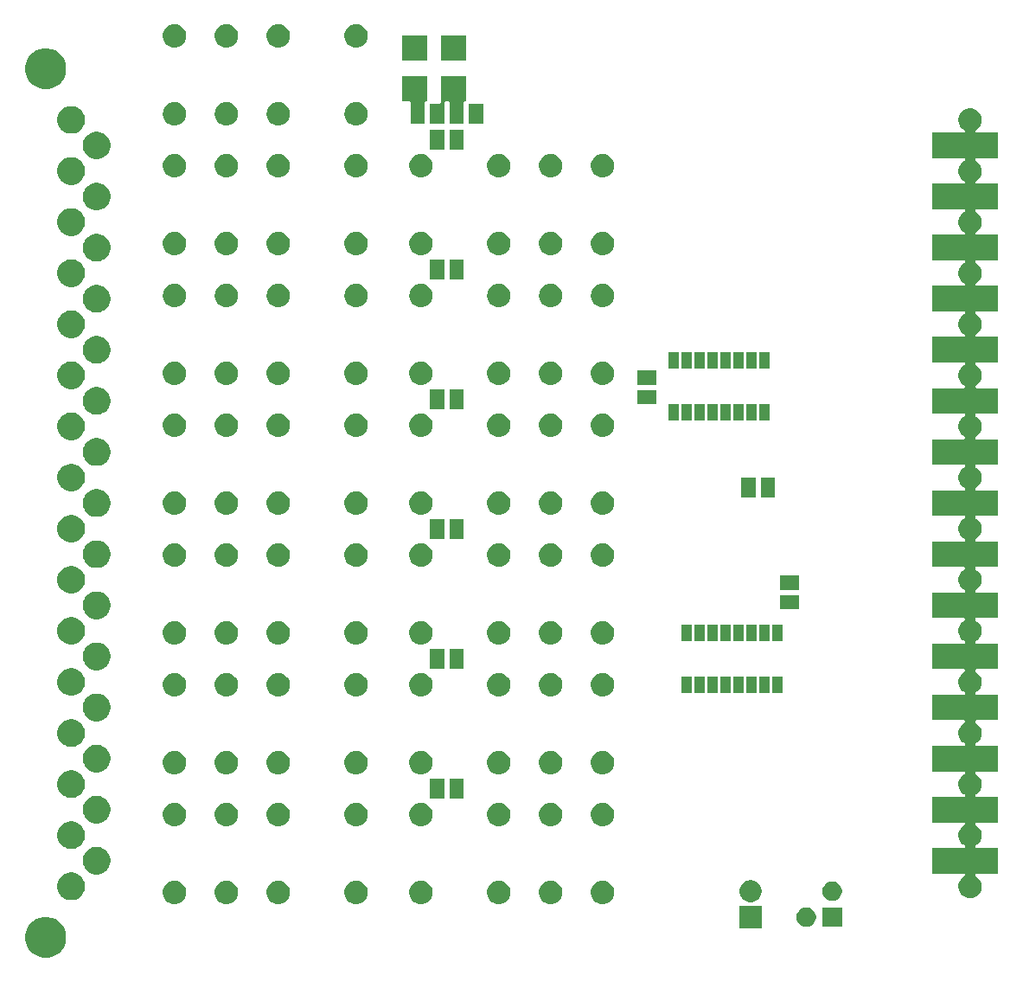
<source format=gts>
G04 #@! TF.GenerationSoftware,KiCad,Pcbnew,(5.1.5)-3*
G04 #@! TF.CreationDate,2021-08-30T19:44:14+02:00*
G04 #@! TF.ProjectId,sbk6,73626b36-2e6b-4696-9361-645f70636258,0426 -*
G04 #@! TF.SameCoordinates,Original*
G04 #@! TF.FileFunction,Soldermask,Top*
G04 #@! TF.FilePolarity,Negative*
%FSLAX46Y46*%
G04 Gerber Fmt 4.6, Leading zero omitted, Abs format (unit mm)*
G04 Created by KiCad (PCBNEW (5.1.5)-3) date 2021-08-30 19:44:14*
%MOMM*%
%LPD*%
G04 APERTURE LIST*
%ADD10C,0.150000*%
G04 APERTURE END LIST*
D10*
G36*
X71783302Y-142174774D02*
G01*
X72148017Y-142325844D01*
X72148018Y-142325845D01*
X72476254Y-142545165D01*
X72755395Y-142824306D01*
X72755396Y-142824308D01*
X72974716Y-143152543D01*
X73125786Y-143517258D01*
X73202800Y-143904436D01*
X73202800Y-144299204D01*
X73125786Y-144686382D01*
X72974716Y-145051097D01*
X72974715Y-145051098D01*
X72755395Y-145379334D01*
X72476254Y-145658475D01*
X72311021Y-145768880D01*
X72148017Y-145877796D01*
X71783302Y-146028866D01*
X71396124Y-146105880D01*
X71001356Y-146105880D01*
X70614178Y-146028866D01*
X70249463Y-145877796D01*
X70086459Y-145768880D01*
X69921226Y-145658475D01*
X69642085Y-145379334D01*
X69422765Y-145051098D01*
X69422764Y-145051097D01*
X69271694Y-144686382D01*
X69194680Y-144299204D01*
X69194680Y-143904436D01*
X69271694Y-143517258D01*
X69422764Y-143152543D01*
X69642084Y-142824308D01*
X69642085Y-142824306D01*
X69921226Y-142545165D01*
X70249462Y-142325845D01*
X70249463Y-142325844D01*
X70614178Y-142174774D01*
X71001356Y-142097760D01*
X71396124Y-142097760D01*
X71783302Y-142174774D01*
G37*
G36*
X141287500Y-143192500D02*
G01*
X139128500Y-143192500D01*
X139128500Y-141033500D01*
X141287500Y-141033500D01*
X141287500Y-143192500D01*
G37*
G36*
X149161500Y-143065500D02*
G01*
X147256500Y-143065500D01*
X147256500Y-141160500D01*
X149161500Y-141160500D01*
X149161500Y-143065500D01*
G37*
G36*
X145946834Y-141197103D02*
G01*
X146120176Y-141268904D01*
X146120178Y-141268905D01*
X146276184Y-141373145D01*
X146408855Y-141505816D01*
X146408856Y-141505818D01*
X146513096Y-141661824D01*
X146584897Y-141835166D01*
X146621500Y-142019186D01*
X146621500Y-142206814D01*
X146584897Y-142390834D01*
X146513096Y-142564176D01*
X146513095Y-142564178D01*
X146408855Y-142720184D01*
X146276184Y-142852855D01*
X146120178Y-142957095D01*
X146120177Y-142957096D01*
X146120176Y-142957096D01*
X145946834Y-143028897D01*
X145762814Y-143065500D01*
X145575186Y-143065500D01*
X145391166Y-143028897D01*
X145217824Y-142957096D01*
X145217823Y-142957096D01*
X145217822Y-142957095D01*
X145061816Y-142852855D01*
X144929145Y-142720184D01*
X144824905Y-142564178D01*
X144824904Y-142564176D01*
X144753103Y-142390834D01*
X144716500Y-142206814D01*
X144716500Y-142019186D01*
X144753103Y-141835166D01*
X144824904Y-141661824D01*
X144929144Y-141505818D01*
X144929145Y-141505816D01*
X145061816Y-141373145D01*
X145217822Y-141268905D01*
X145217824Y-141268904D01*
X145391166Y-141197103D01*
X145575186Y-141160500D01*
X145762814Y-141160500D01*
X145946834Y-141197103D01*
G37*
G36*
X120872989Y-138578963D02*
G01*
X120983401Y-138600925D01*
X121069562Y-138636614D01*
X121191412Y-138687086D01*
X121191413Y-138687087D01*
X121378620Y-138812174D01*
X121537826Y-138971380D01*
X121548920Y-138987984D01*
X121662914Y-139158588D01*
X121749075Y-139366600D01*
X121793000Y-139587423D01*
X121793000Y-139812577D01*
X121771038Y-139922988D01*
X121750910Y-140024178D01*
X121749075Y-140033400D01*
X121662914Y-140241412D01*
X121649732Y-140261140D01*
X121537826Y-140428620D01*
X121378620Y-140587826D01*
X121281828Y-140652500D01*
X121191412Y-140712914D01*
X121069562Y-140763386D01*
X120983401Y-140799075D01*
X120872988Y-140821038D01*
X120762577Y-140843000D01*
X120537423Y-140843000D01*
X120427012Y-140821038D01*
X120316599Y-140799075D01*
X120230438Y-140763386D01*
X120108588Y-140712914D01*
X120018172Y-140652500D01*
X119921380Y-140587826D01*
X119762174Y-140428620D01*
X119650268Y-140261140D01*
X119637086Y-140241412D01*
X119550925Y-140033400D01*
X119549091Y-140024178D01*
X119528963Y-139922989D01*
X119507000Y-139812577D01*
X119507000Y-139587423D01*
X119550925Y-139366600D01*
X119637086Y-139158588D01*
X119751080Y-138987984D01*
X119762174Y-138971380D01*
X119921380Y-138812174D01*
X120108587Y-138687087D01*
X120108588Y-138687086D01*
X120230438Y-138636614D01*
X120316599Y-138600925D01*
X120427011Y-138578963D01*
X120537423Y-138557000D01*
X120762577Y-138557000D01*
X120872989Y-138578963D01*
G37*
G36*
X115792989Y-138578963D02*
G01*
X115903401Y-138600925D01*
X115989562Y-138636614D01*
X116111412Y-138687086D01*
X116111413Y-138687087D01*
X116298620Y-138812174D01*
X116457826Y-138971380D01*
X116468920Y-138987984D01*
X116582914Y-139158588D01*
X116669075Y-139366600D01*
X116713000Y-139587423D01*
X116713000Y-139812577D01*
X116691038Y-139922988D01*
X116670910Y-140024178D01*
X116669075Y-140033400D01*
X116582914Y-140241412D01*
X116569732Y-140261140D01*
X116457826Y-140428620D01*
X116298620Y-140587826D01*
X116201828Y-140652500D01*
X116111412Y-140712914D01*
X115989562Y-140763386D01*
X115903401Y-140799075D01*
X115792988Y-140821038D01*
X115682577Y-140843000D01*
X115457423Y-140843000D01*
X115347012Y-140821038D01*
X115236599Y-140799075D01*
X115150438Y-140763386D01*
X115028588Y-140712914D01*
X114938172Y-140652500D01*
X114841380Y-140587826D01*
X114682174Y-140428620D01*
X114570268Y-140261140D01*
X114557086Y-140241412D01*
X114470925Y-140033400D01*
X114469091Y-140024178D01*
X114448963Y-139922989D01*
X114427000Y-139812577D01*
X114427000Y-139587423D01*
X114470925Y-139366600D01*
X114557086Y-139158588D01*
X114671080Y-138987984D01*
X114682174Y-138971380D01*
X114841380Y-138812174D01*
X115028587Y-138687087D01*
X115028588Y-138687086D01*
X115150438Y-138636614D01*
X115236599Y-138600925D01*
X115347011Y-138578963D01*
X115457423Y-138557000D01*
X115682577Y-138557000D01*
X115792989Y-138578963D01*
G37*
G36*
X108172989Y-138578963D02*
G01*
X108283401Y-138600925D01*
X108369562Y-138636614D01*
X108491412Y-138687086D01*
X108491413Y-138687087D01*
X108678620Y-138812174D01*
X108837826Y-138971380D01*
X108848920Y-138987984D01*
X108962914Y-139158588D01*
X109049075Y-139366600D01*
X109093000Y-139587423D01*
X109093000Y-139812577D01*
X109071038Y-139922988D01*
X109050910Y-140024178D01*
X109049075Y-140033400D01*
X108962914Y-140241412D01*
X108949732Y-140261140D01*
X108837826Y-140428620D01*
X108678620Y-140587826D01*
X108581828Y-140652500D01*
X108491412Y-140712914D01*
X108369562Y-140763386D01*
X108283401Y-140799075D01*
X108172988Y-140821038D01*
X108062577Y-140843000D01*
X107837423Y-140843000D01*
X107727012Y-140821038D01*
X107616599Y-140799075D01*
X107530438Y-140763386D01*
X107408588Y-140712914D01*
X107318172Y-140652500D01*
X107221380Y-140587826D01*
X107062174Y-140428620D01*
X106950268Y-140261140D01*
X106937086Y-140241412D01*
X106850925Y-140033400D01*
X106849091Y-140024178D01*
X106828963Y-139922989D01*
X106807000Y-139812577D01*
X106807000Y-139587423D01*
X106850925Y-139366600D01*
X106937086Y-139158588D01*
X107051080Y-138987984D01*
X107062174Y-138971380D01*
X107221380Y-138812174D01*
X107408587Y-138687087D01*
X107408588Y-138687086D01*
X107530438Y-138636614D01*
X107616599Y-138600925D01*
X107727011Y-138578963D01*
X107837423Y-138557000D01*
X108062577Y-138557000D01*
X108172989Y-138578963D01*
G37*
G36*
X101822989Y-138578963D02*
G01*
X101933401Y-138600925D01*
X102019562Y-138636614D01*
X102141412Y-138687086D01*
X102141413Y-138687087D01*
X102328620Y-138812174D01*
X102487826Y-138971380D01*
X102498920Y-138987984D01*
X102612914Y-139158588D01*
X102699075Y-139366600D01*
X102743000Y-139587423D01*
X102743000Y-139812577D01*
X102721037Y-139922989D01*
X102700910Y-140024178D01*
X102699075Y-140033400D01*
X102612914Y-140241412D01*
X102599732Y-140261140D01*
X102487826Y-140428620D01*
X102328620Y-140587826D01*
X102231828Y-140652500D01*
X102141412Y-140712914D01*
X102019562Y-140763386D01*
X101933401Y-140799075D01*
X101822988Y-140821038D01*
X101712577Y-140843000D01*
X101487423Y-140843000D01*
X101377012Y-140821038D01*
X101266599Y-140799075D01*
X101180438Y-140763386D01*
X101058588Y-140712914D01*
X100968172Y-140652500D01*
X100871380Y-140587826D01*
X100712174Y-140428620D01*
X100600268Y-140261140D01*
X100587086Y-140241412D01*
X100500925Y-140033400D01*
X100499091Y-140024178D01*
X100478963Y-139922989D01*
X100457000Y-139812577D01*
X100457000Y-139587423D01*
X100500925Y-139366600D01*
X100587086Y-139158588D01*
X100701080Y-138987984D01*
X100712174Y-138971380D01*
X100871380Y-138812174D01*
X101058587Y-138687087D01*
X101058588Y-138687086D01*
X101180438Y-138636614D01*
X101266599Y-138600925D01*
X101377011Y-138578963D01*
X101487423Y-138557000D01*
X101712577Y-138557000D01*
X101822989Y-138578963D01*
G37*
G36*
X94202989Y-138578963D02*
G01*
X94313401Y-138600925D01*
X94399562Y-138636614D01*
X94521412Y-138687086D01*
X94521413Y-138687087D01*
X94708620Y-138812174D01*
X94867826Y-138971380D01*
X94878920Y-138987984D01*
X94992914Y-139158588D01*
X95079075Y-139366600D01*
X95123000Y-139587423D01*
X95123000Y-139812577D01*
X95101037Y-139922989D01*
X95080910Y-140024178D01*
X95079075Y-140033400D01*
X94992914Y-140241412D01*
X94979732Y-140261140D01*
X94867826Y-140428620D01*
X94708620Y-140587826D01*
X94611828Y-140652500D01*
X94521412Y-140712914D01*
X94399562Y-140763386D01*
X94313401Y-140799075D01*
X94202988Y-140821038D01*
X94092577Y-140843000D01*
X93867423Y-140843000D01*
X93757012Y-140821038D01*
X93646599Y-140799075D01*
X93560438Y-140763386D01*
X93438588Y-140712914D01*
X93348172Y-140652500D01*
X93251380Y-140587826D01*
X93092174Y-140428620D01*
X92980268Y-140261140D01*
X92967086Y-140241412D01*
X92880925Y-140033400D01*
X92879091Y-140024178D01*
X92858963Y-139922989D01*
X92837000Y-139812577D01*
X92837000Y-139587423D01*
X92880925Y-139366600D01*
X92967086Y-139158588D01*
X93081080Y-138987984D01*
X93092174Y-138971380D01*
X93251380Y-138812174D01*
X93438587Y-138687087D01*
X93438588Y-138687086D01*
X93560438Y-138636614D01*
X93646599Y-138600925D01*
X93757011Y-138578963D01*
X93867423Y-138557000D01*
X94092577Y-138557000D01*
X94202989Y-138578963D01*
G37*
G36*
X89122989Y-138578963D02*
G01*
X89233401Y-138600925D01*
X89319562Y-138636614D01*
X89441412Y-138687086D01*
X89441413Y-138687087D01*
X89628620Y-138812174D01*
X89787826Y-138971380D01*
X89798920Y-138987984D01*
X89912914Y-139158588D01*
X89999075Y-139366600D01*
X90043000Y-139587423D01*
X90043000Y-139812577D01*
X90021037Y-139922989D01*
X90000910Y-140024178D01*
X89999075Y-140033400D01*
X89912914Y-140241412D01*
X89899732Y-140261140D01*
X89787826Y-140428620D01*
X89628620Y-140587826D01*
X89531828Y-140652500D01*
X89441412Y-140712914D01*
X89319562Y-140763386D01*
X89233401Y-140799075D01*
X89122988Y-140821038D01*
X89012577Y-140843000D01*
X88787423Y-140843000D01*
X88677012Y-140821038D01*
X88566599Y-140799075D01*
X88480438Y-140763386D01*
X88358588Y-140712914D01*
X88268172Y-140652500D01*
X88171380Y-140587826D01*
X88012174Y-140428620D01*
X87900268Y-140261140D01*
X87887086Y-140241412D01*
X87800925Y-140033400D01*
X87799091Y-140024178D01*
X87778963Y-139922989D01*
X87757000Y-139812577D01*
X87757000Y-139587423D01*
X87800925Y-139366600D01*
X87887086Y-139158588D01*
X88001080Y-138987984D01*
X88012174Y-138971380D01*
X88171380Y-138812174D01*
X88358587Y-138687087D01*
X88358588Y-138687086D01*
X88480438Y-138636614D01*
X88566599Y-138600925D01*
X88677011Y-138578963D01*
X88787423Y-138557000D01*
X89012577Y-138557000D01*
X89122989Y-138578963D01*
G37*
G36*
X84042989Y-138578963D02*
G01*
X84153401Y-138600925D01*
X84239562Y-138636614D01*
X84361412Y-138687086D01*
X84361413Y-138687087D01*
X84548620Y-138812174D01*
X84707826Y-138971380D01*
X84718920Y-138987984D01*
X84832914Y-139158588D01*
X84919075Y-139366600D01*
X84963000Y-139587423D01*
X84963000Y-139812577D01*
X84941037Y-139922989D01*
X84920910Y-140024178D01*
X84919075Y-140033400D01*
X84832914Y-140241412D01*
X84819732Y-140261140D01*
X84707826Y-140428620D01*
X84548620Y-140587826D01*
X84451828Y-140652500D01*
X84361412Y-140712914D01*
X84239562Y-140763386D01*
X84153401Y-140799075D01*
X84042988Y-140821038D01*
X83932577Y-140843000D01*
X83707423Y-140843000D01*
X83597012Y-140821038D01*
X83486599Y-140799075D01*
X83400438Y-140763386D01*
X83278588Y-140712914D01*
X83188172Y-140652500D01*
X83091380Y-140587826D01*
X82932174Y-140428620D01*
X82820268Y-140261140D01*
X82807086Y-140241412D01*
X82720925Y-140033400D01*
X82719091Y-140024178D01*
X82698963Y-139922989D01*
X82677000Y-139812577D01*
X82677000Y-139587423D01*
X82720925Y-139366600D01*
X82807086Y-139158588D01*
X82921080Y-138987984D01*
X82932174Y-138971380D01*
X83091380Y-138812174D01*
X83278587Y-138687087D01*
X83278588Y-138687086D01*
X83400438Y-138636614D01*
X83486599Y-138600925D01*
X83597011Y-138578963D01*
X83707423Y-138557000D01*
X83932577Y-138557000D01*
X84042989Y-138578963D01*
G37*
G36*
X125952989Y-138578963D02*
G01*
X126063401Y-138600925D01*
X126149562Y-138636614D01*
X126271412Y-138687086D01*
X126271413Y-138687087D01*
X126458620Y-138812174D01*
X126617826Y-138971380D01*
X126628920Y-138987984D01*
X126742914Y-139158588D01*
X126829075Y-139366600D01*
X126873000Y-139587423D01*
X126873000Y-139812577D01*
X126851038Y-139922988D01*
X126830910Y-140024178D01*
X126829075Y-140033400D01*
X126742914Y-140241412D01*
X126729732Y-140261140D01*
X126617826Y-140428620D01*
X126458620Y-140587826D01*
X126361828Y-140652500D01*
X126271412Y-140712914D01*
X126149562Y-140763386D01*
X126063401Y-140799075D01*
X125952988Y-140821038D01*
X125842577Y-140843000D01*
X125617423Y-140843000D01*
X125507012Y-140821038D01*
X125396599Y-140799075D01*
X125310438Y-140763386D01*
X125188588Y-140712914D01*
X125098172Y-140652500D01*
X125001380Y-140587826D01*
X124842174Y-140428620D01*
X124730268Y-140261140D01*
X124717086Y-140241412D01*
X124630925Y-140033400D01*
X124629091Y-140024178D01*
X124608963Y-139922989D01*
X124587000Y-139812577D01*
X124587000Y-139587423D01*
X124630925Y-139366600D01*
X124717086Y-139158588D01*
X124831080Y-138987984D01*
X124842174Y-138971380D01*
X125001380Y-138812174D01*
X125188587Y-138687087D01*
X125188588Y-138687086D01*
X125310438Y-138636614D01*
X125396599Y-138600925D01*
X125507011Y-138578963D01*
X125617423Y-138557000D01*
X125842577Y-138557000D01*
X125952989Y-138578963D01*
G37*
G36*
X140522877Y-138534984D02*
G01*
X140682072Y-138600925D01*
X140719335Y-138616360D01*
X140896141Y-138734498D01*
X141046502Y-138884859D01*
X141164640Y-139061665D01*
X141164641Y-139061667D01*
X141246016Y-139258123D01*
X141287500Y-139466677D01*
X141287500Y-139679323D01*
X141246016Y-139887877D01*
X141189559Y-140024176D01*
X141164640Y-140084335D01*
X141046502Y-140261141D01*
X140896141Y-140411502D01*
X140719335Y-140529640D01*
X140719334Y-140529641D01*
X140719333Y-140529641D01*
X140522877Y-140611016D01*
X140314323Y-140652500D01*
X140101677Y-140652500D01*
X139893123Y-140611016D01*
X139696667Y-140529641D01*
X139696666Y-140529641D01*
X139696665Y-140529640D01*
X139519859Y-140411502D01*
X139369498Y-140261141D01*
X139251360Y-140084335D01*
X139226441Y-140024176D01*
X139169984Y-139887877D01*
X139128500Y-139679323D01*
X139128500Y-139466677D01*
X139169984Y-139258123D01*
X139251359Y-139061667D01*
X139251360Y-139061665D01*
X139369498Y-138884859D01*
X139519859Y-138734498D01*
X139696665Y-138616360D01*
X139733928Y-138600925D01*
X139893123Y-138534984D01*
X140101677Y-138493500D01*
X140314323Y-138493500D01*
X140522877Y-138534984D01*
G37*
G36*
X148486834Y-138657103D02*
G01*
X148660176Y-138728904D01*
X148660178Y-138728905D01*
X148816184Y-138833145D01*
X148948855Y-138965816D01*
X149053095Y-139121822D01*
X149053096Y-139121824D01*
X149124897Y-139295166D01*
X149161500Y-139479186D01*
X149161500Y-139666814D01*
X149124897Y-139850834D01*
X149053096Y-140024176D01*
X149053095Y-140024178D01*
X148948855Y-140180184D01*
X148816184Y-140312855D01*
X148660178Y-140417095D01*
X148660177Y-140417096D01*
X148660176Y-140417096D01*
X148486834Y-140488897D01*
X148302814Y-140525500D01*
X148115186Y-140525500D01*
X147931166Y-140488897D01*
X147757824Y-140417096D01*
X147757823Y-140417096D01*
X147757822Y-140417095D01*
X147601816Y-140312855D01*
X147469145Y-140180184D01*
X147364905Y-140024178D01*
X147364904Y-140024176D01*
X147293103Y-139850834D01*
X147256500Y-139666814D01*
X147256500Y-139479186D01*
X147293103Y-139295166D01*
X147364904Y-139121824D01*
X147364905Y-139121822D01*
X147469145Y-138965816D01*
X147601816Y-138833145D01*
X147757822Y-138728905D01*
X147757824Y-138728904D01*
X147931166Y-138657103D01*
X148115186Y-138620500D01*
X148302814Y-138620500D01*
X148486834Y-138657103D01*
G37*
G36*
X74092995Y-137798766D02*
G01*
X74339374Y-137900820D01*
X74561110Y-138048979D01*
X74749681Y-138237550D01*
X74897840Y-138459286D01*
X74999894Y-138705665D01*
X75051920Y-138967220D01*
X75051920Y-139233900D01*
X74999894Y-139495455D01*
X74897840Y-139741834D01*
X74749681Y-139963570D01*
X74561110Y-140152141D01*
X74339374Y-140300300D01*
X74092995Y-140402354D01*
X73831440Y-140454380D01*
X73564760Y-140454380D01*
X73303205Y-140402354D01*
X73056826Y-140300300D01*
X72835090Y-140152141D01*
X72646519Y-139963570D01*
X72498360Y-139741834D01*
X72396306Y-139495455D01*
X72344280Y-139233900D01*
X72344280Y-138967220D01*
X72396306Y-138705665D01*
X72498360Y-138459286D01*
X72646519Y-138237550D01*
X72835090Y-138048979D01*
X73056826Y-137900820D01*
X73303205Y-137798766D01*
X73564760Y-137746740D01*
X73831440Y-137746740D01*
X74092995Y-137798766D01*
G37*
G36*
X161942249Y-62978403D02*
G01*
X162052661Y-63000365D01*
X162138822Y-63036054D01*
X162260672Y-63086526D01*
X162260673Y-63086527D01*
X162447880Y-63211614D01*
X162607086Y-63370820D01*
X162618180Y-63387424D01*
X162732174Y-63558028D01*
X162818335Y-63766040D01*
X162862260Y-63986863D01*
X162862260Y-64212017D01*
X162818335Y-64432840D01*
X162732174Y-64640852D01*
X162690667Y-64702972D01*
X162607086Y-64828060D01*
X162447880Y-64987266D01*
X162392052Y-65024569D01*
X162250849Y-65118918D01*
X162231907Y-65134464D01*
X162216362Y-65153405D01*
X162204811Y-65175016D01*
X162197698Y-65198465D01*
X162195296Y-65222851D01*
X162197698Y-65247237D01*
X162204811Y-65270686D01*
X162216362Y-65292297D01*
X162231908Y-65311239D01*
X162250849Y-65326784D01*
X162272460Y-65338335D01*
X162295909Y-65345448D01*
X162320295Y-65347850D01*
X164472620Y-65347850D01*
X164472620Y-67854830D01*
X162324096Y-67854830D01*
X162299710Y-67857232D01*
X162276261Y-67864345D01*
X162254650Y-67875896D01*
X162235708Y-67891441D01*
X162220163Y-67910383D01*
X162208612Y-67931994D01*
X162201499Y-67955443D01*
X162199097Y-67979829D01*
X162201499Y-68004215D01*
X162208612Y-68027664D01*
X162220163Y-68049275D01*
X162235708Y-68068217D01*
X162254650Y-68083762D01*
X162344702Y-68143933D01*
X162447880Y-68212874D01*
X162607086Y-68372080D01*
X162665448Y-68459426D01*
X162732174Y-68559288D01*
X162782646Y-68681138D01*
X162818335Y-68767299D01*
X162862260Y-68988124D01*
X162862260Y-69213276D01*
X162818335Y-69434101D01*
X162792864Y-69495593D01*
X162732174Y-69642112D01*
X162732173Y-69642113D01*
X162607086Y-69829320D01*
X162447880Y-69988526D01*
X162344702Y-70057467D01*
X162254650Y-70117638D01*
X162235708Y-70133183D01*
X162220163Y-70152125D01*
X162208612Y-70173736D01*
X162201499Y-70197185D01*
X162199097Y-70221571D01*
X162201499Y-70245957D01*
X162208612Y-70269406D01*
X162220163Y-70291017D01*
X162235708Y-70309959D01*
X162254650Y-70325504D01*
X162276261Y-70337055D01*
X162299710Y-70344168D01*
X162324096Y-70346570D01*
X164472620Y-70346570D01*
X164472620Y-72853550D01*
X162324096Y-72853550D01*
X162299710Y-72855952D01*
X162276261Y-72863065D01*
X162254650Y-72874616D01*
X162235708Y-72890161D01*
X162220163Y-72909103D01*
X162208612Y-72930714D01*
X162201499Y-72954163D01*
X162199097Y-72978549D01*
X162201499Y-73002935D01*
X162208612Y-73026384D01*
X162220163Y-73047995D01*
X162235708Y-73066937D01*
X162254650Y-73082482D01*
X162344702Y-73142653D01*
X162447880Y-73211594D01*
X162607086Y-73370800D01*
X162665448Y-73458146D01*
X162732174Y-73558008D01*
X162818335Y-73766020D01*
X162862260Y-73986843D01*
X162862260Y-74211997D01*
X162818335Y-74432820D01*
X162732174Y-74640832D01*
X162732173Y-74640833D01*
X162607086Y-74828040D01*
X162447880Y-74987246D01*
X162392052Y-75024549D01*
X162250849Y-75118898D01*
X162231907Y-75134444D01*
X162216362Y-75153385D01*
X162204811Y-75174996D01*
X162197698Y-75198445D01*
X162195296Y-75222831D01*
X162197698Y-75247217D01*
X162204811Y-75270666D01*
X162216362Y-75292277D01*
X162231908Y-75311219D01*
X162250849Y-75326764D01*
X162272460Y-75338315D01*
X162295909Y-75345428D01*
X162320295Y-75347830D01*
X164472620Y-75347830D01*
X164472620Y-77854810D01*
X162324096Y-77854810D01*
X162299710Y-77857212D01*
X162276261Y-77864325D01*
X162254650Y-77875876D01*
X162235708Y-77891421D01*
X162220163Y-77910363D01*
X162208612Y-77931974D01*
X162201499Y-77955423D01*
X162199097Y-77979809D01*
X162201499Y-78004195D01*
X162208612Y-78027644D01*
X162220163Y-78049255D01*
X162235708Y-78068197D01*
X162254650Y-78083742D01*
X162344702Y-78143913D01*
X162447880Y-78212854D01*
X162607086Y-78372060D01*
X162665448Y-78459406D01*
X162732174Y-78559268D01*
X162818335Y-78767280D01*
X162862260Y-78988103D01*
X162862260Y-79213257D01*
X162818335Y-79434080D01*
X162732174Y-79642092D01*
X162732173Y-79642093D01*
X162607086Y-79829300D01*
X162447880Y-79988506D01*
X162344702Y-80057447D01*
X162254650Y-80117618D01*
X162235708Y-80133163D01*
X162220163Y-80152105D01*
X162208612Y-80173716D01*
X162201499Y-80197165D01*
X162199097Y-80221551D01*
X162201499Y-80245937D01*
X162208612Y-80269386D01*
X162220163Y-80290997D01*
X162235708Y-80309939D01*
X162254650Y-80325484D01*
X162276261Y-80337035D01*
X162299710Y-80344148D01*
X162324096Y-80346550D01*
X164472620Y-80346550D01*
X164472620Y-82853530D01*
X162324096Y-82853530D01*
X162299710Y-82855932D01*
X162276261Y-82863045D01*
X162254650Y-82874596D01*
X162235708Y-82890141D01*
X162220163Y-82909083D01*
X162208612Y-82930694D01*
X162201499Y-82954143D01*
X162199097Y-82978529D01*
X162201499Y-83002915D01*
X162208612Y-83026364D01*
X162220163Y-83047975D01*
X162235708Y-83066917D01*
X162254650Y-83082462D01*
X162344702Y-83142633D01*
X162447880Y-83211574D01*
X162607086Y-83370780D01*
X162665448Y-83458126D01*
X162732174Y-83557988D01*
X162818335Y-83766000D01*
X162862260Y-83986823D01*
X162862260Y-84211977D01*
X162818335Y-84432800D01*
X162732174Y-84640812D01*
X162732173Y-84640813D01*
X162607086Y-84828020D01*
X162447880Y-84987226D01*
X162392053Y-85024529D01*
X162250849Y-85118878D01*
X162231907Y-85134424D01*
X162216362Y-85153365D01*
X162204811Y-85174976D01*
X162197698Y-85198425D01*
X162195296Y-85222811D01*
X162197698Y-85247197D01*
X162204811Y-85270646D01*
X162216362Y-85292257D01*
X162231908Y-85311199D01*
X162250849Y-85326744D01*
X162272460Y-85338295D01*
X162295909Y-85345408D01*
X162320295Y-85347810D01*
X164472620Y-85347810D01*
X164472620Y-87854790D01*
X162324096Y-87854790D01*
X162299710Y-87857192D01*
X162276261Y-87864305D01*
X162254650Y-87875856D01*
X162235708Y-87891401D01*
X162220163Y-87910343D01*
X162208612Y-87931954D01*
X162201499Y-87955403D01*
X162199097Y-87979789D01*
X162201499Y-88004175D01*
X162208612Y-88027624D01*
X162220163Y-88049235D01*
X162235708Y-88068177D01*
X162254650Y-88083722D01*
X162344702Y-88143893D01*
X162447880Y-88212834D01*
X162607086Y-88372040D01*
X162662852Y-88455500D01*
X162732174Y-88559248D01*
X162735219Y-88566600D01*
X162818335Y-88767259D01*
X162862260Y-88988084D01*
X162862260Y-89213236D01*
X162818335Y-89434061D01*
X162792864Y-89495553D01*
X162732174Y-89642072D01*
X162732173Y-89642073D01*
X162607086Y-89829280D01*
X162447880Y-89988486D01*
X162344702Y-90057427D01*
X162254650Y-90117598D01*
X162235708Y-90133143D01*
X162220163Y-90152085D01*
X162208612Y-90173696D01*
X162201499Y-90197145D01*
X162199097Y-90221531D01*
X162201499Y-90245917D01*
X162208612Y-90269366D01*
X162220163Y-90290977D01*
X162235708Y-90309919D01*
X162254650Y-90325464D01*
X162276261Y-90337015D01*
X162299710Y-90344128D01*
X162324096Y-90346530D01*
X164472620Y-90346530D01*
X164472620Y-92853510D01*
X162324096Y-92853510D01*
X162299710Y-92855912D01*
X162276261Y-92863025D01*
X162254650Y-92874576D01*
X162235708Y-92890121D01*
X162220163Y-92909063D01*
X162208612Y-92930674D01*
X162201499Y-92954123D01*
X162199097Y-92978509D01*
X162201499Y-93002895D01*
X162208612Y-93026344D01*
X162220163Y-93047955D01*
X162235708Y-93066897D01*
X162254650Y-93082442D01*
X162344702Y-93142613D01*
X162447880Y-93211554D01*
X162607086Y-93370760D01*
X162652406Y-93438587D01*
X162732174Y-93557968D01*
X162818335Y-93765980D01*
X162862260Y-93986803D01*
X162862260Y-94211957D01*
X162818335Y-94432780D01*
X162732174Y-94640792D01*
X162732173Y-94640793D01*
X162607086Y-94828000D01*
X162447880Y-94987206D01*
X162439337Y-94992914D01*
X162250849Y-95118858D01*
X162231907Y-95134404D01*
X162216362Y-95153345D01*
X162204811Y-95174956D01*
X162197698Y-95198405D01*
X162195296Y-95222791D01*
X162197698Y-95247177D01*
X162204811Y-95270626D01*
X162216362Y-95292237D01*
X162231908Y-95311179D01*
X162250849Y-95326724D01*
X162272460Y-95338275D01*
X162295909Y-95345388D01*
X162320295Y-95347790D01*
X164472620Y-95347790D01*
X164472620Y-97854770D01*
X162324096Y-97854770D01*
X162299710Y-97857172D01*
X162276261Y-97864285D01*
X162254650Y-97875836D01*
X162235708Y-97891381D01*
X162220163Y-97910323D01*
X162208612Y-97931934D01*
X162201499Y-97955383D01*
X162199097Y-97979769D01*
X162201499Y-98004155D01*
X162208612Y-98027604D01*
X162220163Y-98049215D01*
X162235708Y-98068157D01*
X162254650Y-98083702D01*
X162344702Y-98143873D01*
X162447880Y-98212814D01*
X162607086Y-98372020D01*
X162665448Y-98459366D01*
X162732174Y-98559228D01*
X162818335Y-98767240D01*
X162862260Y-98988063D01*
X162862260Y-99213217D01*
X162818335Y-99434040D01*
X162732174Y-99642052D01*
X162732173Y-99642053D01*
X162607086Y-99829260D01*
X162447880Y-99988466D01*
X162344702Y-100057407D01*
X162254650Y-100117578D01*
X162235708Y-100133123D01*
X162220163Y-100152065D01*
X162208612Y-100173676D01*
X162201499Y-100197125D01*
X162199097Y-100221511D01*
X162201499Y-100245897D01*
X162208612Y-100269346D01*
X162220163Y-100290957D01*
X162235708Y-100309899D01*
X162254650Y-100325444D01*
X162276261Y-100336995D01*
X162299710Y-100344108D01*
X162324096Y-100346510D01*
X164472620Y-100346510D01*
X164472620Y-102853490D01*
X162324096Y-102853490D01*
X162299710Y-102855892D01*
X162276261Y-102863005D01*
X162254650Y-102874556D01*
X162235708Y-102890101D01*
X162220163Y-102909043D01*
X162208612Y-102930654D01*
X162201499Y-102954103D01*
X162199097Y-102978489D01*
X162201499Y-103002875D01*
X162208612Y-103026324D01*
X162220163Y-103047935D01*
X162235708Y-103066877D01*
X162254650Y-103082422D01*
X162344702Y-103142593D01*
X162447880Y-103211534D01*
X162607086Y-103370740D01*
X162665448Y-103458086D01*
X162732174Y-103557948D01*
X162818335Y-103765960D01*
X162862260Y-103986783D01*
X162862260Y-104211937D01*
X162818335Y-104432760D01*
X162732174Y-104640772D01*
X162732173Y-104640773D01*
X162607086Y-104827980D01*
X162447880Y-104987186D01*
X162392052Y-105024489D01*
X162250849Y-105118838D01*
X162231907Y-105134384D01*
X162216362Y-105153325D01*
X162204811Y-105174936D01*
X162197698Y-105198385D01*
X162195296Y-105222771D01*
X162197698Y-105247157D01*
X162204811Y-105270606D01*
X162216362Y-105292217D01*
X162231908Y-105311159D01*
X162250849Y-105326704D01*
X162272460Y-105338255D01*
X162295909Y-105345368D01*
X162320295Y-105347770D01*
X164472620Y-105347770D01*
X164472620Y-107854750D01*
X162324096Y-107854750D01*
X162299710Y-107857152D01*
X162276261Y-107864265D01*
X162254650Y-107875816D01*
X162235708Y-107891361D01*
X162220163Y-107910303D01*
X162208612Y-107931914D01*
X162201499Y-107955363D01*
X162199097Y-107979749D01*
X162201499Y-108004135D01*
X162208612Y-108027584D01*
X162220163Y-108049195D01*
X162235708Y-108068137D01*
X162254650Y-108083682D01*
X162344702Y-108143853D01*
X162447880Y-108212794D01*
X162607086Y-108372000D01*
X162665448Y-108459346D01*
X162732174Y-108559208D01*
X162818335Y-108767220D01*
X162862260Y-108988043D01*
X162862260Y-109213197D01*
X162818335Y-109434020D01*
X162732174Y-109642032D01*
X162732173Y-109642033D01*
X162607086Y-109829240D01*
X162447880Y-109988446D01*
X162344702Y-110057387D01*
X162254650Y-110117558D01*
X162235708Y-110133103D01*
X162220163Y-110152045D01*
X162208612Y-110173656D01*
X162201499Y-110197105D01*
X162199097Y-110221491D01*
X162201499Y-110245877D01*
X162208612Y-110269326D01*
X162220163Y-110290937D01*
X162235708Y-110309879D01*
X162254650Y-110325424D01*
X162276261Y-110336975D01*
X162299710Y-110344088D01*
X162324096Y-110346490D01*
X164472620Y-110346490D01*
X164472620Y-112853470D01*
X162324096Y-112853470D01*
X162299710Y-112855872D01*
X162276261Y-112862985D01*
X162254650Y-112874536D01*
X162235708Y-112890081D01*
X162220163Y-112909023D01*
X162208612Y-112930634D01*
X162201499Y-112954083D01*
X162199097Y-112978469D01*
X162201499Y-113002855D01*
X162208612Y-113026304D01*
X162220163Y-113047915D01*
X162235708Y-113066857D01*
X162254650Y-113082402D01*
X162344702Y-113142573D01*
X162447880Y-113211514D01*
X162607086Y-113370720D01*
X162665448Y-113458066D01*
X162732174Y-113557928D01*
X162737746Y-113571381D01*
X162815290Y-113758587D01*
X162818335Y-113765940D01*
X162862260Y-113986763D01*
X162862260Y-114211917D01*
X162818335Y-114432740D01*
X162732174Y-114640752D01*
X162732173Y-114640753D01*
X162607086Y-114827960D01*
X162447880Y-114987166D01*
X162392052Y-115024469D01*
X162250849Y-115118818D01*
X162231907Y-115134364D01*
X162216362Y-115153305D01*
X162204811Y-115174916D01*
X162197698Y-115198365D01*
X162195296Y-115222751D01*
X162197698Y-115247137D01*
X162204811Y-115270586D01*
X162216362Y-115292197D01*
X162231908Y-115311139D01*
X162250849Y-115326684D01*
X162272460Y-115338235D01*
X162295909Y-115345348D01*
X162320295Y-115347750D01*
X164472620Y-115347750D01*
X164472620Y-117854730D01*
X162324096Y-117854730D01*
X162299710Y-117857132D01*
X162276261Y-117864245D01*
X162254650Y-117875796D01*
X162235708Y-117891341D01*
X162220163Y-117910283D01*
X162208612Y-117931894D01*
X162201499Y-117955343D01*
X162199097Y-117979729D01*
X162201499Y-118004115D01*
X162208612Y-118027564D01*
X162220163Y-118049175D01*
X162235708Y-118068117D01*
X162254650Y-118083662D01*
X162344702Y-118143833D01*
X162447880Y-118212774D01*
X162607086Y-118371980D01*
X162665448Y-118459326D01*
X162732174Y-118559188D01*
X162818335Y-118767200D01*
X162862260Y-118988023D01*
X162862260Y-119213177D01*
X162818335Y-119434000D01*
X162732174Y-119642012D01*
X162732173Y-119642013D01*
X162607086Y-119829220D01*
X162447880Y-119988426D01*
X162344702Y-120057367D01*
X162254650Y-120117538D01*
X162235708Y-120133083D01*
X162220163Y-120152025D01*
X162208612Y-120173636D01*
X162201499Y-120197085D01*
X162199097Y-120221471D01*
X162201499Y-120245857D01*
X162208612Y-120269306D01*
X162220163Y-120290917D01*
X162235708Y-120309859D01*
X162254650Y-120325404D01*
X162276261Y-120336955D01*
X162299710Y-120344068D01*
X162324096Y-120346470D01*
X164472620Y-120346470D01*
X164472620Y-122853450D01*
X162324096Y-122853450D01*
X162299710Y-122855852D01*
X162276261Y-122862965D01*
X162254650Y-122874516D01*
X162235708Y-122890061D01*
X162220163Y-122909003D01*
X162208612Y-122930614D01*
X162201499Y-122954063D01*
X162199097Y-122978449D01*
X162201499Y-123002835D01*
X162208612Y-123026284D01*
X162220163Y-123047895D01*
X162235708Y-123066837D01*
X162254650Y-123082382D01*
X162344702Y-123142553D01*
X162447880Y-123211494D01*
X162607086Y-123370700D01*
X162665448Y-123458046D01*
X162732174Y-123557908D01*
X162818335Y-123765920D01*
X162862260Y-123986743D01*
X162862260Y-124211897D01*
X162818335Y-124432720D01*
X162732174Y-124640732D01*
X162732173Y-124640733D01*
X162607086Y-124827940D01*
X162447880Y-124987146D01*
X162392052Y-125024449D01*
X162250849Y-125118798D01*
X162231907Y-125134344D01*
X162216362Y-125153285D01*
X162204811Y-125174896D01*
X162197698Y-125198345D01*
X162195296Y-125222731D01*
X162197698Y-125247117D01*
X162204811Y-125270566D01*
X162216362Y-125292177D01*
X162231908Y-125311119D01*
X162250849Y-125326664D01*
X162272460Y-125338215D01*
X162295909Y-125345328D01*
X162320295Y-125347730D01*
X164472620Y-125347730D01*
X164472620Y-127854710D01*
X162324096Y-127854710D01*
X162299710Y-127857112D01*
X162276261Y-127864225D01*
X162254650Y-127875776D01*
X162235708Y-127891321D01*
X162220163Y-127910263D01*
X162208612Y-127931874D01*
X162201499Y-127955323D01*
X162199097Y-127979709D01*
X162201499Y-128004095D01*
X162208612Y-128027544D01*
X162220163Y-128049155D01*
X162235708Y-128068097D01*
X162254650Y-128083642D01*
X162343485Y-128143000D01*
X162447880Y-128212754D01*
X162607086Y-128371960D01*
X162665448Y-128459306D01*
X162732174Y-128559168D01*
X162818335Y-128767180D01*
X162862260Y-128988003D01*
X162862260Y-129213157D01*
X162818335Y-129433980D01*
X162732174Y-129641992D01*
X162732173Y-129641993D01*
X162607086Y-129829200D01*
X162447880Y-129988406D01*
X162344702Y-130057347D01*
X162254650Y-130117518D01*
X162235708Y-130133063D01*
X162220163Y-130152005D01*
X162208612Y-130173616D01*
X162201499Y-130197065D01*
X162199097Y-130221451D01*
X162201499Y-130245837D01*
X162208612Y-130269286D01*
X162220163Y-130290897D01*
X162235708Y-130309839D01*
X162254650Y-130325384D01*
X162276261Y-130336935D01*
X162299710Y-130344048D01*
X162324096Y-130346450D01*
X164472620Y-130346450D01*
X164472620Y-132853430D01*
X162324096Y-132853430D01*
X162299710Y-132855832D01*
X162276261Y-132862945D01*
X162254650Y-132874496D01*
X162235708Y-132890041D01*
X162220163Y-132908983D01*
X162208612Y-132930594D01*
X162201499Y-132954043D01*
X162199097Y-132978429D01*
X162201499Y-133002815D01*
X162208612Y-133026264D01*
X162220163Y-133047875D01*
X162235708Y-133066817D01*
X162254650Y-133082362D01*
X162344702Y-133142533D01*
X162447880Y-133211474D01*
X162607086Y-133370680D01*
X162665448Y-133458026D01*
X162732174Y-133557888D01*
X162818335Y-133765900D01*
X162862260Y-133986723D01*
X162862260Y-134211877D01*
X162818335Y-134432700D01*
X162732174Y-134640712D01*
X162732173Y-134640713D01*
X162607086Y-134827920D01*
X162447880Y-134987126D01*
X162392052Y-135024429D01*
X162250849Y-135118778D01*
X162231907Y-135134324D01*
X162216362Y-135153265D01*
X162204811Y-135174876D01*
X162197698Y-135198325D01*
X162195296Y-135222711D01*
X162197698Y-135247097D01*
X162204811Y-135270546D01*
X162216362Y-135292157D01*
X162231908Y-135311099D01*
X162250849Y-135326644D01*
X162272460Y-135338195D01*
X162295909Y-135345308D01*
X162320295Y-135347710D01*
X164472620Y-135347710D01*
X164472620Y-137854690D01*
X162324096Y-137854690D01*
X162299710Y-137857092D01*
X162276261Y-137864205D01*
X162254650Y-137875756D01*
X162235708Y-137891301D01*
X162220163Y-137910243D01*
X162208612Y-137931854D01*
X162201499Y-137955303D01*
X162199097Y-137979689D01*
X162201499Y-138004075D01*
X162208612Y-138027524D01*
X162220163Y-138049135D01*
X162235708Y-138068077D01*
X162254650Y-138083622D01*
X162344702Y-138143793D01*
X162447880Y-138212734D01*
X162607086Y-138371940D01*
X162665448Y-138459286D01*
X162732174Y-138559148D01*
X162782646Y-138680998D01*
X162802490Y-138728905D01*
X162818335Y-138767160D01*
X162862260Y-138987983D01*
X162862260Y-139213137D01*
X162845943Y-139295166D01*
X162818335Y-139433961D01*
X162792864Y-139495453D01*
X162732174Y-139641972D01*
X162732173Y-139641973D01*
X162607086Y-139829180D01*
X162447880Y-139988386D01*
X162322792Y-140071967D01*
X162260672Y-140113474D01*
X162167321Y-140152141D01*
X162052661Y-140199635D01*
X161942249Y-140221597D01*
X161831837Y-140243560D01*
X161606683Y-140243560D01*
X161496271Y-140221597D01*
X161385859Y-140199635D01*
X161271199Y-140152141D01*
X161177848Y-140113474D01*
X161115728Y-140071967D01*
X160990640Y-139988386D01*
X160831434Y-139829180D01*
X160706347Y-139641973D01*
X160706346Y-139641972D01*
X160645656Y-139495453D01*
X160620185Y-139433961D01*
X160592577Y-139295166D01*
X160576260Y-139213137D01*
X160576260Y-138987983D01*
X160620185Y-138767160D01*
X160636031Y-138728905D01*
X160655874Y-138680998D01*
X160706346Y-138559148D01*
X160773072Y-138459286D01*
X160831434Y-138371940D01*
X160990640Y-138212734D01*
X161093818Y-138143793D01*
X161183870Y-138083622D01*
X161202812Y-138068077D01*
X161218357Y-138049135D01*
X161229908Y-138027524D01*
X161237021Y-138004075D01*
X161239423Y-137979689D01*
X161237021Y-137955303D01*
X161229908Y-137931854D01*
X161218357Y-137910243D01*
X161202812Y-137891301D01*
X161183870Y-137875756D01*
X161162259Y-137864205D01*
X161138810Y-137857092D01*
X161114424Y-137854690D01*
X157965140Y-137854690D01*
X157965140Y-135347710D01*
X161118225Y-135347710D01*
X161142611Y-135345308D01*
X161166060Y-135338195D01*
X161187671Y-135326644D01*
X161206613Y-135311099D01*
X161222158Y-135292157D01*
X161233709Y-135270546D01*
X161240822Y-135247097D01*
X161243224Y-135222711D01*
X161240822Y-135198325D01*
X161233709Y-135174876D01*
X161222158Y-135153265D01*
X161206613Y-135134323D01*
X161187671Y-135118778D01*
X161046468Y-135024429D01*
X160990640Y-134987126D01*
X160831434Y-134827920D01*
X160706347Y-134640713D01*
X160706346Y-134640712D01*
X160620185Y-134432700D01*
X160576260Y-134211877D01*
X160576260Y-133986723D01*
X160620185Y-133765900D01*
X160706346Y-133557888D01*
X160773072Y-133458026D01*
X160831434Y-133370680D01*
X160990640Y-133211474D01*
X161093818Y-133142533D01*
X161183870Y-133082362D01*
X161202812Y-133066817D01*
X161218357Y-133047875D01*
X161229908Y-133026264D01*
X161237021Y-133002815D01*
X161239423Y-132978429D01*
X161237021Y-132954043D01*
X161229908Y-132930594D01*
X161218357Y-132908983D01*
X161202812Y-132890041D01*
X161183870Y-132874496D01*
X161162259Y-132862945D01*
X161138810Y-132855832D01*
X161114424Y-132853430D01*
X157965140Y-132853430D01*
X157965140Y-130346450D01*
X161114424Y-130346450D01*
X161138810Y-130344048D01*
X161162259Y-130336935D01*
X161183870Y-130325384D01*
X161202812Y-130309839D01*
X161218357Y-130290897D01*
X161229908Y-130269286D01*
X161237021Y-130245837D01*
X161239423Y-130221451D01*
X161237021Y-130197065D01*
X161229908Y-130173616D01*
X161218357Y-130152005D01*
X161202812Y-130133063D01*
X161183870Y-130117518D01*
X161093818Y-130057347D01*
X160990640Y-129988406D01*
X160831434Y-129829200D01*
X160706347Y-129641993D01*
X160706346Y-129641992D01*
X160620185Y-129433980D01*
X160576260Y-129213157D01*
X160576260Y-128988003D01*
X160620185Y-128767180D01*
X160706346Y-128559168D01*
X160773072Y-128459306D01*
X160831434Y-128371960D01*
X160990640Y-128212754D01*
X161095035Y-128143000D01*
X161183870Y-128083642D01*
X161202812Y-128068097D01*
X161218357Y-128049155D01*
X161229908Y-128027544D01*
X161237021Y-128004095D01*
X161239423Y-127979709D01*
X161237021Y-127955323D01*
X161229908Y-127931874D01*
X161218357Y-127910263D01*
X161202812Y-127891321D01*
X161183870Y-127875776D01*
X161162259Y-127864225D01*
X161138810Y-127857112D01*
X161114424Y-127854710D01*
X157965140Y-127854710D01*
X157965140Y-125347730D01*
X161118225Y-125347730D01*
X161142611Y-125345328D01*
X161166060Y-125338215D01*
X161187671Y-125326664D01*
X161206613Y-125311119D01*
X161222158Y-125292177D01*
X161233709Y-125270566D01*
X161240822Y-125247117D01*
X161243224Y-125222731D01*
X161240822Y-125198345D01*
X161233709Y-125174896D01*
X161222158Y-125153285D01*
X161206613Y-125134343D01*
X161187671Y-125118798D01*
X161046468Y-125024449D01*
X160990640Y-124987146D01*
X160831434Y-124827940D01*
X160706347Y-124640733D01*
X160706346Y-124640732D01*
X160620185Y-124432720D01*
X160576260Y-124211897D01*
X160576260Y-123986743D01*
X160620185Y-123765920D01*
X160706346Y-123557908D01*
X160773072Y-123458046D01*
X160831434Y-123370700D01*
X160990640Y-123211494D01*
X161093818Y-123142553D01*
X161183870Y-123082382D01*
X161202812Y-123066837D01*
X161218357Y-123047895D01*
X161229908Y-123026284D01*
X161237021Y-123002835D01*
X161239423Y-122978449D01*
X161237021Y-122954063D01*
X161229908Y-122930614D01*
X161218357Y-122909003D01*
X161202812Y-122890061D01*
X161183870Y-122874516D01*
X161162259Y-122862965D01*
X161138810Y-122855852D01*
X161114424Y-122853450D01*
X157965140Y-122853450D01*
X157965140Y-120346470D01*
X161114424Y-120346470D01*
X161138810Y-120344068D01*
X161162259Y-120336955D01*
X161183870Y-120325404D01*
X161202812Y-120309859D01*
X161218357Y-120290917D01*
X161229908Y-120269306D01*
X161237021Y-120245857D01*
X161239423Y-120221471D01*
X161237021Y-120197085D01*
X161229908Y-120173636D01*
X161218357Y-120152025D01*
X161202812Y-120133083D01*
X161183870Y-120117538D01*
X161093818Y-120057367D01*
X160990640Y-119988426D01*
X160831434Y-119829220D01*
X160706347Y-119642013D01*
X160706346Y-119642012D01*
X160620185Y-119434000D01*
X160576260Y-119213177D01*
X160576260Y-118988023D01*
X160620185Y-118767200D01*
X160706346Y-118559188D01*
X160773072Y-118459326D01*
X160831434Y-118371980D01*
X160990640Y-118212774D01*
X161093818Y-118143833D01*
X161183870Y-118083662D01*
X161202812Y-118068117D01*
X161218357Y-118049175D01*
X161229908Y-118027564D01*
X161237021Y-118004115D01*
X161239423Y-117979729D01*
X161237021Y-117955343D01*
X161229908Y-117931894D01*
X161218357Y-117910283D01*
X161202812Y-117891341D01*
X161183870Y-117875796D01*
X161162259Y-117864245D01*
X161138810Y-117857132D01*
X161114424Y-117854730D01*
X157965140Y-117854730D01*
X157965140Y-115347750D01*
X161118225Y-115347750D01*
X161142611Y-115345348D01*
X161166060Y-115338235D01*
X161187671Y-115326684D01*
X161206613Y-115311139D01*
X161222158Y-115292197D01*
X161233709Y-115270586D01*
X161240822Y-115247137D01*
X161243224Y-115222751D01*
X161240822Y-115198365D01*
X161233709Y-115174916D01*
X161222158Y-115153305D01*
X161206613Y-115134363D01*
X161187671Y-115118818D01*
X161046468Y-115024469D01*
X160990640Y-114987166D01*
X160831434Y-114827960D01*
X160706347Y-114640753D01*
X160706346Y-114640752D01*
X160620185Y-114432740D01*
X160576260Y-114211917D01*
X160576260Y-113986763D01*
X160620185Y-113765940D01*
X160623231Y-113758587D01*
X160700774Y-113571381D01*
X160706346Y-113557928D01*
X160773072Y-113458066D01*
X160831434Y-113370720D01*
X160990640Y-113211514D01*
X161093818Y-113142573D01*
X161183870Y-113082402D01*
X161202812Y-113066857D01*
X161218357Y-113047915D01*
X161229908Y-113026304D01*
X161237021Y-113002855D01*
X161239423Y-112978469D01*
X161237021Y-112954083D01*
X161229908Y-112930634D01*
X161218357Y-112909023D01*
X161202812Y-112890081D01*
X161183870Y-112874536D01*
X161162259Y-112862985D01*
X161138810Y-112855872D01*
X161114424Y-112853470D01*
X157965140Y-112853470D01*
X157965140Y-110346490D01*
X161114424Y-110346490D01*
X161138810Y-110344088D01*
X161162259Y-110336975D01*
X161183870Y-110325424D01*
X161202812Y-110309879D01*
X161218357Y-110290937D01*
X161229908Y-110269326D01*
X161237021Y-110245877D01*
X161239423Y-110221491D01*
X161237021Y-110197105D01*
X161229908Y-110173656D01*
X161218357Y-110152045D01*
X161202812Y-110133103D01*
X161183870Y-110117558D01*
X161093818Y-110057387D01*
X160990640Y-109988446D01*
X160831434Y-109829240D01*
X160706347Y-109642033D01*
X160706346Y-109642032D01*
X160620185Y-109434020D01*
X160576260Y-109213197D01*
X160576260Y-108988043D01*
X160620185Y-108767220D01*
X160706346Y-108559208D01*
X160773072Y-108459346D01*
X160831434Y-108372000D01*
X160990640Y-108212794D01*
X161093818Y-108143853D01*
X161183870Y-108083682D01*
X161202812Y-108068137D01*
X161218357Y-108049195D01*
X161229908Y-108027584D01*
X161237021Y-108004135D01*
X161239423Y-107979749D01*
X161237021Y-107955363D01*
X161229908Y-107931914D01*
X161218357Y-107910303D01*
X161202812Y-107891361D01*
X161183870Y-107875816D01*
X161162259Y-107864265D01*
X161138810Y-107857152D01*
X161114424Y-107854750D01*
X157965140Y-107854750D01*
X157965140Y-105347770D01*
X161118225Y-105347770D01*
X161142611Y-105345368D01*
X161166060Y-105338255D01*
X161187671Y-105326704D01*
X161206613Y-105311159D01*
X161222158Y-105292217D01*
X161233709Y-105270606D01*
X161240822Y-105247157D01*
X161243224Y-105222771D01*
X161240822Y-105198385D01*
X161233709Y-105174936D01*
X161222158Y-105153325D01*
X161206613Y-105134383D01*
X161187671Y-105118838D01*
X161046468Y-105024489D01*
X160990640Y-104987186D01*
X160831434Y-104827980D01*
X160706347Y-104640773D01*
X160706346Y-104640772D01*
X160620185Y-104432760D01*
X160576260Y-104211937D01*
X160576260Y-103986783D01*
X160620185Y-103765960D01*
X160706346Y-103557948D01*
X160773072Y-103458086D01*
X160831434Y-103370740D01*
X160990640Y-103211534D01*
X161093818Y-103142593D01*
X161183870Y-103082422D01*
X161202812Y-103066877D01*
X161218357Y-103047935D01*
X161229908Y-103026324D01*
X161237021Y-103002875D01*
X161239423Y-102978489D01*
X161237021Y-102954103D01*
X161229908Y-102930654D01*
X161218357Y-102909043D01*
X161202812Y-102890101D01*
X161183870Y-102874556D01*
X161162259Y-102863005D01*
X161138810Y-102855892D01*
X161114424Y-102853490D01*
X157965140Y-102853490D01*
X157965140Y-100346510D01*
X161114424Y-100346510D01*
X161138810Y-100344108D01*
X161162259Y-100336995D01*
X161183870Y-100325444D01*
X161202812Y-100309899D01*
X161218357Y-100290957D01*
X161229908Y-100269346D01*
X161237021Y-100245897D01*
X161239423Y-100221511D01*
X161237021Y-100197125D01*
X161229908Y-100173676D01*
X161218357Y-100152065D01*
X161202812Y-100133123D01*
X161183870Y-100117578D01*
X161093818Y-100057407D01*
X160990640Y-99988466D01*
X160831434Y-99829260D01*
X160706347Y-99642053D01*
X160706346Y-99642052D01*
X160620185Y-99434040D01*
X160576260Y-99213217D01*
X160576260Y-98988063D01*
X160620185Y-98767240D01*
X160706346Y-98559228D01*
X160773072Y-98459366D01*
X160831434Y-98372020D01*
X160990640Y-98212814D01*
X161093818Y-98143873D01*
X161183870Y-98083702D01*
X161202812Y-98068157D01*
X161218357Y-98049215D01*
X161229908Y-98027604D01*
X161237021Y-98004155D01*
X161239423Y-97979769D01*
X161237021Y-97955383D01*
X161229908Y-97931934D01*
X161218357Y-97910323D01*
X161202812Y-97891381D01*
X161183870Y-97875836D01*
X161162259Y-97864285D01*
X161138810Y-97857172D01*
X161114424Y-97854770D01*
X157965140Y-97854770D01*
X157965140Y-95347790D01*
X161118225Y-95347790D01*
X161142611Y-95345388D01*
X161166060Y-95338275D01*
X161187671Y-95326724D01*
X161206613Y-95311179D01*
X161222158Y-95292237D01*
X161233709Y-95270626D01*
X161240822Y-95247177D01*
X161243224Y-95222791D01*
X161240822Y-95198405D01*
X161233709Y-95174956D01*
X161222158Y-95153345D01*
X161206613Y-95134403D01*
X161187671Y-95118858D01*
X160999183Y-94992914D01*
X160990640Y-94987206D01*
X160831434Y-94828000D01*
X160706347Y-94640793D01*
X160706346Y-94640792D01*
X160620185Y-94432780D01*
X160576260Y-94211957D01*
X160576260Y-93986803D01*
X160620185Y-93765980D01*
X160706346Y-93557968D01*
X160786114Y-93438587D01*
X160831434Y-93370760D01*
X160990640Y-93211554D01*
X161093818Y-93142613D01*
X161183870Y-93082442D01*
X161202812Y-93066897D01*
X161218357Y-93047955D01*
X161229908Y-93026344D01*
X161237021Y-93002895D01*
X161239423Y-92978509D01*
X161237021Y-92954123D01*
X161229908Y-92930674D01*
X161218357Y-92909063D01*
X161202812Y-92890121D01*
X161183870Y-92874576D01*
X161162259Y-92863025D01*
X161138810Y-92855912D01*
X161114424Y-92853510D01*
X157965140Y-92853510D01*
X157965140Y-90346530D01*
X161114424Y-90346530D01*
X161138810Y-90344128D01*
X161162259Y-90337015D01*
X161183870Y-90325464D01*
X161202812Y-90309919D01*
X161218357Y-90290977D01*
X161229908Y-90269366D01*
X161237021Y-90245917D01*
X161239423Y-90221531D01*
X161237021Y-90197145D01*
X161229908Y-90173696D01*
X161218357Y-90152085D01*
X161202812Y-90133143D01*
X161183870Y-90117598D01*
X161093818Y-90057427D01*
X160990640Y-89988486D01*
X160831434Y-89829280D01*
X160706347Y-89642073D01*
X160706346Y-89642072D01*
X160645656Y-89495553D01*
X160620185Y-89434061D01*
X160576260Y-89213236D01*
X160576260Y-88988084D01*
X160620185Y-88767259D01*
X160703301Y-88566600D01*
X160706346Y-88559248D01*
X160775668Y-88455500D01*
X160831434Y-88372040D01*
X160990640Y-88212834D01*
X161093818Y-88143893D01*
X161183870Y-88083722D01*
X161202812Y-88068177D01*
X161218357Y-88049235D01*
X161229908Y-88027624D01*
X161237021Y-88004175D01*
X161239423Y-87979789D01*
X161237021Y-87955403D01*
X161229908Y-87931954D01*
X161218357Y-87910343D01*
X161202812Y-87891401D01*
X161183870Y-87875856D01*
X161162259Y-87864305D01*
X161138810Y-87857192D01*
X161114424Y-87854790D01*
X157965140Y-87854790D01*
X157965140Y-85347810D01*
X161118225Y-85347810D01*
X161142611Y-85345408D01*
X161166060Y-85338295D01*
X161187671Y-85326744D01*
X161206613Y-85311199D01*
X161222158Y-85292257D01*
X161233709Y-85270646D01*
X161240822Y-85247197D01*
X161243224Y-85222811D01*
X161240822Y-85198425D01*
X161233709Y-85174976D01*
X161222158Y-85153365D01*
X161206613Y-85134423D01*
X161187671Y-85118878D01*
X161046468Y-85024529D01*
X160990640Y-84987226D01*
X160831434Y-84828020D01*
X160706347Y-84640813D01*
X160706346Y-84640812D01*
X160620185Y-84432800D01*
X160576260Y-84211977D01*
X160576260Y-83986823D01*
X160620185Y-83766000D01*
X160706346Y-83557988D01*
X160773072Y-83458126D01*
X160831434Y-83370780D01*
X160990640Y-83211574D01*
X161093818Y-83142633D01*
X161183870Y-83082462D01*
X161202812Y-83066917D01*
X161218357Y-83047975D01*
X161229908Y-83026364D01*
X161237021Y-83002915D01*
X161239423Y-82978529D01*
X161237021Y-82954143D01*
X161229908Y-82930694D01*
X161218357Y-82909083D01*
X161202812Y-82890141D01*
X161183870Y-82874596D01*
X161162259Y-82863045D01*
X161138810Y-82855932D01*
X161114424Y-82853530D01*
X157965140Y-82853530D01*
X157965140Y-80346550D01*
X161114424Y-80346550D01*
X161138810Y-80344148D01*
X161162259Y-80337035D01*
X161183870Y-80325484D01*
X161202812Y-80309939D01*
X161218357Y-80290997D01*
X161229908Y-80269386D01*
X161237021Y-80245937D01*
X161239423Y-80221551D01*
X161237021Y-80197165D01*
X161229908Y-80173716D01*
X161218357Y-80152105D01*
X161202812Y-80133163D01*
X161183870Y-80117618D01*
X161093818Y-80057447D01*
X160990640Y-79988506D01*
X160831434Y-79829300D01*
X160706347Y-79642093D01*
X160706346Y-79642092D01*
X160620185Y-79434080D01*
X160576260Y-79213257D01*
X160576260Y-78988103D01*
X160620185Y-78767280D01*
X160706346Y-78559268D01*
X160773072Y-78459406D01*
X160831434Y-78372060D01*
X160990640Y-78212854D01*
X161093818Y-78143913D01*
X161183870Y-78083742D01*
X161202812Y-78068197D01*
X161218357Y-78049255D01*
X161229908Y-78027644D01*
X161237021Y-78004195D01*
X161239423Y-77979809D01*
X161237021Y-77955423D01*
X161229908Y-77931974D01*
X161218357Y-77910363D01*
X161202812Y-77891421D01*
X161183870Y-77875876D01*
X161162259Y-77864325D01*
X161138810Y-77857212D01*
X161114424Y-77854810D01*
X157965140Y-77854810D01*
X157965140Y-75347830D01*
X161118225Y-75347830D01*
X161142611Y-75345428D01*
X161166060Y-75338315D01*
X161187671Y-75326764D01*
X161206613Y-75311219D01*
X161222158Y-75292277D01*
X161233709Y-75270666D01*
X161240822Y-75247217D01*
X161243224Y-75222831D01*
X161240822Y-75198445D01*
X161233709Y-75174996D01*
X161222158Y-75153385D01*
X161206613Y-75134443D01*
X161187671Y-75118898D01*
X161046468Y-75024549D01*
X160990640Y-74987246D01*
X160831434Y-74828040D01*
X160706347Y-74640833D01*
X160706346Y-74640832D01*
X160620185Y-74432820D01*
X160576260Y-74211997D01*
X160576260Y-73986843D01*
X160620185Y-73766020D01*
X160706346Y-73558008D01*
X160773072Y-73458146D01*
X160831434Y-73370800D01*
X160990640Y-73211594D01*
X161093818Y-73142653D01*
X161183870Y-73082482D01*
X161202812Y-73066937D01*
X161218357Y-73047995D01*
X161229908Y-73026384D01*
X161237021Y-73002935D01*
X161239423Y-72978549D01*
X161237021Y-72954163D01*
X161229908Y-72930714D01*
X161218357Y-72909103D01*
X161202812Y-72890161D01*
X161183870Y-72874616D01*
X161162259Y-72863065D01*
X161138810Y-72855952D01*
X161114424Y-72853550D01*
X157965140Y-72853550D01*
X157965140Y-70346570D01*
X161114424Y-70346570D01*
X161138810Y-70344168D01*
X161162259Y-70337055D01*
X161183870Y-70325504D01*
X161202812Y-70309959D01*
X161218357Y-70291017D01*
X161229908Y-70269406D01*
X161237021Y-70245957D01*
X161239423Y-70221571D01*
X161237021Y-70197185D01*
X161229908Y-70173736D01*
X161218357Y-70152125D01*
X161202812Y-70133183D01*
X161183870Y-70117638D01*
X161093818Y-70057467D01*
X160990640Y-69988526D01*
X160831434Y-69829320D01*
X160706347Y-69642113D01*
X160706346Y-69642112D01*
X160645656Y-69495593D01*
X160620185Y-69434101D01*
X160576260Y-69213276D01*
X160576260Y-68988124D01*
X160620185Y-68767299D01*
X160655874Y-68681138D01*
X160706346Y-68559288D01*
X160773072Y-68459426D01*
X160831434Y-68372080D01*
X160990640Y-68212874D01*
X161093818Y-68143933D01*
X161183870Y-68083762D01*
X161202812Y-68068217D01*
X161218357Y-68049275D01*
X161229908Y-68027664D01*
X161237021Y-68004215D01*
X161239423Y-67979829D01*
X161237021Y-67955443D01*
X161229908Y-67931994D01*
X161218357Y-67910383D01*
X161202812Y-67891441D01*
X161183870Y-67875896D01*
X161162259Y-67864345D01*
X161138810Y-67857232D01*
X161114424Y-67854830D01*
X157965140Y-67854830D01*
X157965140Y-65347850D01*
X161118225Y-65347850D01*
X161142611Y-65345448D01*
X161166060Y-65338335D01*
X161187671Y-65326784D01*
X161206613Y-65311239D01*
X161222158Y-65292297D01*
X161233709Y-65270686D01*
X161240822Y-65247237D01*
X161243224Y-65222851D01*
X161240822Y-65198465D01*
X161233709Y-65175016D01*
X161222158Y-65153405D01*
X161206613Y-65134463D01*
X161187671Y-65118918D01*
X161046468Y-65024569D01*
X160990640Y-64987266D01*
X160831434Y-64828060D01*
X160747853Y-64702972D01*
X160706346Y-64640852D01*
X160620185Y-64432840D01*
X160576260Y-64212017D01*
X160576260Y-63986863D01*
X160620185Y-63766040D01*
X160706346Y-63558028D01*
X160820340Y-63387424D01*
X160831434Y-63370820D01*
X160990640Y-63211614D01*
X161177847Y-63086527D01*
X161177848Y-63086526D01*
X161299698Y-63036054D01*
X161385859Y-63000365D01*
X161496271Y-62978403D01*
X161606683Y-62956440D01*
X161831837Y-62956440D01*
X161942249Y-62978403D01*
G37*
G36*
X76594895Y-135299406D02*
G01*
X76841274Y-135401460D01*
X77063010Y-135549619D01*
X77251581Y-135738190D01*
X77399740Y-135959926D01*
X77501794Y-136206305D01*
X77553820Y-136467860D01*
X77553820Y-136734540D01*
X77501794Y-136996095D01*
X77399740Y-137242474D01*
X77251581Y-137464210D01*
X77063010Y-137652781D01*
X76841274Y-137800940D01*
X76594895Y-137902994D01*
X76333340Y-137955020D01*
X76066660Y-137955020D01*
X75805105Y-137902994D01*
X75558726Y-137800940D01*
X75336990Y-137652781D01*
X75148419Y-137464210D01*
X75000260Y-137242474D01*
X74898206Y-136996095D01*
X74846180Y-136734540D01*
X74846180Y-136467860D01*
X74898206Y-136206305D01*
X75000260Y-135959926D01*
X75148419Y-135738190D01*
X75336990Y-135549619D01*
X75558726Y-135401460D01*
X75805105Y-135299406D01*
X76066660Y-135247380D01*
X76333340Y-135247380D01*
X76594895Y-135299406D01*
G37*
G36*
X74092995Y-132797506D02*
G01*
X74339374Y-132899560D01*
X74561110Y-133047719D01*
X74749681Y-133236290D01*
X74897840Y-133458026D01*
X74999894Y-133704405D01*
X75051920Y-133965960D01*
X75051920Y-134232640D01*
X74999894Y-134494195D01*
X74897840Y-134740574D01*
X74749681Y-134962310D01*
X74561110Y-135150881D01*
X74339374Y-135299040D01*
X74092995Y-135401094D01*
X73831440Y-135453120D01*
X73564760Y-135453120D01*
X73303205Y-135401094D01*
X73056826Y-135299040D01*
X72835090Y-135150881D01*
X72646519Y-134962310D01*
X72498360Y-134740574D01*
X72396306Y-134494195D01*
X72344280Y-134232640D01*
X72344280Y-133965960D01*
X72396306Y-133704405D01*
X72498360Y-133458026D01*
X72646519Y-133236290D01*
X72835090Y-133047719D01*
X73056826Y-132899560D01*
X73303205Y-132797506D01*
X73564760Y-132745480D01*
X73831440Y-132745480D01*
X74092995Y-132797506D01*
G37*
G36*
X94201498Y-130958666D02*
G01*
X94313401Y-130980925D01*
X94399562Y-131016614D01*
X94521412Y-131067086D01*
X94521413Y-131067087D01*
X94708620Y-131192174D01*
X94867826Y-131351380D01*
X94944813Y-131466600D01*
X94992914Y-131538588D01*
X95079075Y-131746600D01*
X95123000Y-131967423D01*
X95123000Y-132192577D01*
X95079075Y-132413400D01*
X94992914Y-132621412D01*
X94992913Y-132621413D01*
X94867826Y-132808620D01*
X94708620Y-132967826D01*
X94583532Y-133051407D01*
X94521412Y-133092914D01*
X94399562Y-133143386D01*
X94313401Y-133179075D01*
X94202988Y-133201038D01*
X94092577Y-133223000D01*
X93867423Y-133223000D01*
X93757012Y-133201038D01*
X93646599Y-133179075D01*
X93560438Y-133143386D01*
X93438588Y-133092914D01*
X93376468Y-133051407D01*
X93251380Y-132967826D01*
X93092174Y-132808620D01*
X92967087Y-132621413D01*
X92967086Y-132621412D01*
X92880925Y-132413400D01*
X92837000Y-132192577D01*
X92837000Y-131967423D01*
X92880925Y-131746600D01*
X92967086Y-131538588D01*
X93015187Y-131466600D01*
X93092174Y-131351380D01*
X93251380Y-131192174D01*
X93438587Y-131067087D01*
X93438588Y-131067086D01*
X93560438Y-131016614D01*
X93646599Y-130980925D01*
X93758502Y-130958666D01*
X93867423Y-130937000D01*
X94092577Y-130937000D01*
X94201498Y-130958666D01*
G37*
G36*
X89121498Y-130958666D02*
G01*
X89233401Y-130980925D01*
X89319562Y-131016614D01*
X89441412Y-131067086D01*
X89441413Y-131067087D01*
X89628620Y-131192174D01*
X89787826Y-131351380D01*
X89864813Y-131466600D01*
X89912914Y-131538588D01*
X89999075Y-131746600D01*
X90043000Y-131967423D01*
X90043000Y-132192577D01*
X89999075Y-132413400D01*
X89912914Y-132621412D01*
X89912913Y-132621413D01*
X89787826Y-132808620D01*
X89628620Y-132967826D01*
X89503532Y-133051407D01*
X89441412Y-133092914D01*
X89319562Y-133143386D01*
X89233401Y-133179075D01*
X89122988Y-133201038D01*
X89012577Y-133223000D01*
X88787423Y-133223000D01*
X88677012Y-133201038D01*
X88566599Y-133179075D01*
X88480438Y-133143386D01*
X88358588Y-133092914D01*
X88296468Y-133051407D01*
X88171380Y-132967826D01*
X88012174Y-132808620D01*
X87887087Y-132621413D01*
X87887086Y-132621412D01*
X87800925Y-132413400D01*
X87757000Y-132192577D01*
X87757000Y-131967423D01*
X87800925Y-131746600D01*
X87887086Y-131538588D01*
X87935187Y-131466600D01*
X88012174Y-131351380D01*
X88171380Y-131192174D01*
X88358587Y-131067087D01*
X88358588Y-131067086D01*
X88480438Y-131016614D01*
X88566599Y-130980925D01*
X88678502Y-130958666D01*
X88787423Y-130937000D01*
X89012577Y-130937000D01*
X89121498Y-130958666D01*
G37*
G36*
X84041498Y-130958666D02*
G01*
X84153401Y-130980925D01*
X84239562Y-131016614D01*
X84361412Y-131067086D01*
X84361413Y-131067087D01*
X84548620Y-131192174D01*
X84707826Y-131351380D01*
X84784813Y-131466600D01*
X84832914Y-131538588D01*
X84919075Y-131746600D01*
X84963000Y-131967423D01*
X84963000Y-132192577D01*
X84919075Y-132413400D01*
X84832914Y-132621412D01*
X84832913Y-132621413D01*
X84707826Y-132808620D01*
X84548620Y-132967826D01*
X84423532Y-133051407D01*
X84361412Y-133092914D01*
X84239562Y-133143386D01*
X84153401Y-133179075D01*
X84042988Y-133201038D01*
X83932577Y-133223000D01*
X83707423Y-133223000D01*
X83597012Y-133201038D01*
X83486599Y-133179075D01*
X83400438Y-133143386D01*
X83278588Y-133092914D01*
X83216468Y-133051407D01*
X83091380Y-132967826D01*
X82932174Y-132808620D01*
X82807087Y-132621413D01*
X82807086Y-132621412D01*
X82720925Y-132413400D01*
X82677000Y-132192577D01*
X82677000Y-131967423D01*
X82720925Y-131746600D01*
X82807086Y-131538588D01*
X82855187Y-131466600D01*
X82932174Y-131351380D01*
X83091380Y-131192174D01*
X83278587Y-131067087D01*
X83278588Y-131067086D01*
X83400438Y-131016614D01*
X83486599Y-130980925D01*
X83598502Y-130958666D01*
X83707423Y-130937000D01*
X83932577Y-130937000D01*
X84041498Y-130958666D01*
G37*
G36*
X125951498Y-130958666D02*
G01*
X126063401Y-130980925D01*
X126149562Y-131016614D01*
X126271412Y-131067086D01*
X126271413Y-131067087D01*
X126458620Y-131192174D01*
X126617826Y-131351380D01*
X126694813Y-131466600D01*
X126742914Y-131538588D01*
X126829075Y-131746600D01*
X126873000Y-131967423D01*
X126873000Y-132192577D01*
X126829075Y-132413400D01*
X126742914Y-132621412D01*
X126742913Y-132621413D01*
X126617826Y-132808620D01*
X126458620Y-132967826D01*
X126333532Y-133051407D01*
X126271412Y-133092914D01*
X126149562Y-133143386D01*
X126063401Y-133179075D01*
X125952988Y-133201038D01*
X125842577Y-133223000D01*
X125617423Y-133223000D01*
X125507012Y-133201038D01*
X125396599Y-133179075D01*
X125310438Y-133143386D01*
X125188588Y-133092914D01*
X125126468Y-133051407D01*
X125001380Y-132967826D01*
X124842174Y-132808620D01*
X124717087Y-132621413D01*
X124717086Y-132621412D01*
X124630925Y-132413400D01*
X124587000Y-132192577D01*
X124587000Y-131967423D01*
X124630925Y-131746600D01*
X124717086Y-131538588D01*
X124765187Y-131466600D01*
X124842174Y-131351380D01*
X125001380Y-131192174D01*
X125188587Y-131067087D01*
X125188588Y-131067086D01*
X125310438Y-131016614D01*
X125396599Y-130980925D01*
X125508502Y-130958666D01*
X125617423Y-130937000D01*
X125842577Y-130937000D01*
X125951498Y-130958666D01*
G37*
G36*
X120871498Y-130958666D02*
G01*
X120983401Y-130980925D01*
X121069562Y-131016614D01*
X121191412Y-131067086D01*
X121191413Y-131067087D01*
X121378620Y-131192174D01*
X121537826Y-131351380D01*
X121614813Y-131466600D01*
X121662914Y-131538588D01*
X121749075Y-131746600D01*
X121793000Y-131967423D01*
X121793000Y-132192577D01*
X121749075Y-132413400D01*
X121662914Y-132621412D01*
X121662913Y-132621413D01*
X121537826Y-132808620D01*
X121378620Y-132967826D01*
X121253532Y-133051407D01*
X121191412Y-133092914D01*
X121069562Y-133143386D01*
X120983401Y-133179075D01*
X120872988Y-133201038D01*
X120762577Y-133223000D01*
X120537423Y-133223000D01*
X120427012Y-133201038D01*
X120316599Y-133179075D01*
X120230438Y-133143386D01*
X120108588Y-133092914D01*
X120046468Y-133051407D01*
X119921380Y-132967826D01*
X119762174Y-132808620D01*
X119637087Y-132621413D01*
X119637086Y-132621412D01*
X119550925Y-132413400D01*
X119507000Y-132192577D01*
X119507000Y-131967423D01*
X119550925Y-131746600D01*
X119637086Y-131538588D01*
X119685187Y-131466600D01*
X119762174Y-131351380D01*
X119921380Y-131192174D01*
X120108587Y-131067087D01*
X120108588Y-131067086D01*
X120230438Y-131016614D01*
X120316599Y-130980925D01*
X120428502Y-130958666D01*
X120537423Y-130937000D01*
X120762577Y-130937000D01*
X120871498Y-130958666D01*
G37*
G36*
X115791498Y-130958666D02*
G01*
X115903401Y-130980925D01*
X115989562Y-131016614D01*
X116111412Y-131067086D01*
X116111413Y-131067087D01*
X116298620Y-131192174D01*
X116457826Y-131351380D01*
X116534813Y-131466600D01*
X116582914Y-131538588D01*
X116669075Y-131746600D01*
X116713000Y-131967423D01*
X116713000Y-132192577D01*
X116669075Y-132413400D01*
X116582914Y-132621412D01*
X116582913Y-132621413D01*
X116457826Y-132808620D01*
X116298620Y-132967826D01*
X116173532Y-133051407D01*
X116111412Y-133092914D01*
X115989562Y-133143386D01*
X115903401Y-133179075D01*
X115792988Y-133201038D01*
X115682577Y-133223000D01*
X115457423Y-133223000D01*
X115347012Y-133201038D01*
X115236599Y-133179075D01*
X115150438Y-133143386D01*
X115028588Y-133092914D01*
X114966468Y-133051407D01*
X114841380Y-132967826D01*
X114682174Y-132808620D01*
X114557087Y-132621413D01*
X114557086Y-132621412D01*
X114470925Y-132413400D01*
X114427000Y-132192577D01*
X114427000Y-131967423D01*
X114470925Y-131746600D01*
X114557086Y-131538588D01*
X114605187Y-131466600D01*
X114682174Y-131351380D01*
X114841380Y-131192174D01*
X115028587Y-131067087D01*
X115028588Y-131067086D01*
X115150438Y-131016614D01*
X115236599Y-130980925D01*
X115348502Y-130958666D01*
X115457423Y-130937000D01*
X115682577Y-130937000D01*
X115791498Y-130958666D01*
G37*
G36*
X101821498Y-130958666D02*
G01*
X101933401Y-130980925D01*
X102019562Y-131016614D01*
X102141412Y-131067086D01*
X102141413Y-131067087D01*
X102328620Y-131192174D01*
X102487826Y-131351380D01*
X102564813Y-131466600D01*
X102612914Y-131538588D01*
X102699075Y-131746600D01*
X102743000Y-131967423D01*
X102743000Y-132192577D01*
X102699075Y-132413400D01*
X102612914Y-132621412D01*
X102612913Y-132621413D01*
X102487826Y-132808620D01*
X102328620Y-132967826D01*
X102203532Y-133051407D01*
X102141412Y-133092914D01*
X102019562Y-133143386D01*
X101933401Y-133179075D01*
X101822988Y-133201038D01*
X101712577Y-133223000D01*
X101487423Y-133223000D01*
X101377012Y-133201038D01*
X101266599Y-133179075D01*
X101180438Y-133143386D01*
X101058588Y-133092914D01*
X100996468Y-133051407D01*
X100871380Y-132967826D01*
X100712174Y-132808620D01*
X100587087Y-132621413D01*
X100587086Y-132621412D01*
X100500925Y-132413400D01*
X100457000Y-132192577D01*
X100457000Y-131967423D01*
X100500925Y-131746600D01*
X100587086Y-131538588D01*
X100635187Y-131466600D01*
X100712174Y-131351380D01*
X100871380Y-131192174D01*
X101058587Y-131067087D01*
X101058588Y-131067086D01*
X101180438Y-131016614D01*
X101266599Y-130980925D01*
X101378502Y-130958666D01*
X101487423Y-130937000D01*
X101712577Y-130937000D01*
X101821498Y-130958666D01*
G37*
G36*
X108171498Y-130958666D02*
G01*
X108283401Y-130980925D01*
X108369562Y-131016614D01*
X108491412Y-131067086D01*
X108491413Y-131067087D01*
X108678620Y-131192174D01*
X108837826Y-131351380D01*
X108914813Y-131466600D01*
X108962914Y-131538588D01*
X109049075Y-131746600D01*
X109093000Y-131967423D01*
X109093000Y-132192577D01*
X109049075Y-132413400D01*
X108962914Y-132621412D01*
X108962913Y-132621413D01*
X108837826Y-132808620D01*
X108678620Y-132967826D01*
X108553532Y-133051407D01*
X108491412Y-133092914D01*
X108369562Y-133143386D01*
X108283401Y-133179075D01*
X108172988Y-133201038D01*
X108062577Y-133223000D01*
X107837423Y-133223000D01*
X107727012Y-133201038D01*
X107616599Y-133179075D01*
X107530438Y-133143386D01*
X107408588Y-133092914D01*
X107346468Y-133051407D01*
X107221380Y-132967826D01*
X107062174Y-132808620D01*
X106937087Y-132621413D01*
X106937086Y-132621412D01*
X106850925Y-132413400D01*
X106807000Y-132192577D01*
X106807000Y-131967423D01*
X106850925Y-131746600D01*
X106937086Y-131538588D01*
X106985187Y-131466600D01*
X107062174Y-131351380D01*
X107221380Y-131192174D01*
X107408587Y-131067087D01*
X107408588Y-131067086D01*
X107530438Y-131016614D01*
X107616599Y-130980925D01*
X107728502Y-130958666D01*
X107837423Y-130937000D01*
X108062577Y-130937000D01*
X108171498Y-130958666D01*
G37*
G36*
X76594895Y-130298146D02*
G01*
X76841274Y-130400200D01*
X77063010Y-130548359D01*
X77251581Y-130736930D01*
X77399740Y-130958666D01*
X77501794Y-131205045D01*
X77553820Y-131466600D01*
X77553820Y-131733280D01*
X77501794Y-131994835D01*
X77399740Y-132241214D01*
X77251581Y-132462950D01*
X77063010Y-132651521D01*
X76841274Y-132799680D01*
X76594895Y-132901734D01*
X76333340Y-132953760D01*
X76066660Y-132953760D01*
X75805105Y-132901734D01*
X75558726Y-132799680D01*
X75336990Y-132651521D01*
X75148419Y-132462950D01*
X75000260Y-132241214D01*
X74898206Y-131994835D01*
X74846180Y-131733280D01*
X74846180Y-131466600D01*
X74898206Y-131205045D01*
X75000260Y-130958666D01*
X75148419Y-130736930D01*
X75336990Y-130548359D01*
X75558726Y-130400200D01*
X75805105Y-130298146D01*
X76066660Y-130246120D01*
X76333340Y-130246120D01*
X76594895Y-130298146D01*
G37*
G36*
X112141000Y-130492500D02*
G01*
X110744000Y-130492500D01*
X110744000Y-128587500D01*
X112141000Y-128587500D01*
X112141000Y-130492500D01*
G37*
G36*
X110236000Y-130492500D02*
G01*
X108839000Y-130492500D01*
X108839000Y-128587500D01*
X110236000Y-128587500D01*
X110236000Y-130492500D01*
G37*
G36*
X74092995Y-127798786D02*
G01*
X74339374Y-127900840D01*
X74561110Y-128048999D01*
X74749681Y-128237570D01*
X74897840Y-128459306D01*
X74999894Y-128705685D01*
X75051920Y-128967240D01*
X75051920Y-129233920D01*
X74999894Y-129495475D01*
X74897840Y-129741854D01*
X74749681Y-129963590D01*
X74561110Y-130152161D01*
X74339374Y-130300320D01*
X74092995Y-130402374D01*
X73831440Y-130454400D01*
X73564760Y-130454400D01*
X73303205Y-130402374D01*
X73056826Y-130300320D01*
X72835090Y-130152161D01*
X72646519Y-129963590D01*
X72498360Y-129741854D01*
X72396306Y-129495475D01*
X72344280Y-129233920D01*
X72344280Y-128967240D01*
X72396306Y-128705685D01*
X72498360Y-128459306D01*
X72646519Y-128237570D01*
X72835090Y-128048999D01*
X73056826Y-127900840D01*
X73303205Y-127798786D01*
X73564760Y-127746760D01*
X73831440Y-127746760D01*
X74092995Y-127798786D01*
G37*
G36*
X115792989Y-125878963D02*
G01*
X115903401Y-125900925D01*
X115989562Y-125936614D01*
X116111412Y-125987086D01*
X116111413Y-125987087D01*
X116298620Y-126112174D01*
X116457826Y-126271380D01*
X116541407Y-126396468D01*
X116582914Y-126458588D01*
X116669075Y-126666600D01*
X116713000Y-126887423D01*
X116713000Y-127112577D01*
X116669075Y-127333400D01*
X116582914Y-127541412D01*
X116582913Y-127541413D01*
X116457826Y-127728620D01*
X116298620Y-127887826D01*
X116197603Y-127955323D01*
X116111412Y-128012914D01*
X116024292Y-128049000D01*
X115903401Y-128099075D01*
X115792988Y-128121038D01*
X115682577Y-128143000D01*
X115457423Y-128143000D01*
X115347012Y-128121038D01*
X115236599Y-128099075D01*
X115115708Y-128049000D01*
X115028588Y-128012914D01*
X114942397Y-127955323D01*
X114841380Y-127887826D01*
X114682174Y-127728620D01*
X114557087Y-127541413D01*
X114557086Y-127541412D01*
X114470925Y-127333400D01*
X114427000Y-127112577D01*
X114427000Y-126887423D01*
X114470925Y-126666600D01*
X114557086Y-126458588D01*
X114598593Y-126396468D01*
X114682174Y-126271380D01*
X114841380Y-126112174D01*
X115028587Y-125987087D01*
X115028588Y-125987086D01*
X115150438Y-125936614D01*
X115236599Y-125900925D01*
X115347011Y-125878963D01*
X115457423Y-125857000D01*
X115682577Y-125857000D01*
X115792989Y-125878963D01*
G37*
G36*
X120872989Y-125878963D02*
G01*
X120983401Y-125900925D01*
X121069562Y-125936614D01*
X121191412Y-125987086D01*
X121191413Y-125987087D01*
X121378620Y-126112174D01*
X121537826Y-126271380D01*
X121621407Y-126396468D01*
X121662914Y-126458588D01*
X121749075Y-126666600D01*
X121793000Y-126887423D01*
X121793000Y-127112577D01*
X121749075Y-127333400D01*
X121662914Y-127541412D01*
X121662913Y-127541413D01*
X121537826Y-127728620D01*
X121378620Y-127887826D01*
X121277603Y-127955323D01*
X121191412Y-128012914D01*
X121104292Y-128049000D01*
X120983401Y-128099075D01*
X120872988Y-128121038D01*
X120762577Y-128143000D01*
X120537423Y-128143000D01*
X120427012Y-128121038D01*
X120316599Y-128099075D01*
X120195708Y-128049000D01*
X120108588Y-128012914D01*
X120022397Y-127955323D01*
X119921380Y-127887826D01*
X119762174Y-127728620D01*
X119637087Y-127541413D01*
X119637086Y-127541412D01*
X119550925Y-127333400D01*
X119507000Y-127112577D01*
X119507000Y-126887423D01*
X119550925Y-126666600D01*
X119637086Y-126458588D01*
X119678593Y-126396468D01*
X119762174Y-126271380D01*
X119921380Y-126112174D01*
X120108587Y-125987087D01*
X120108588Y-125987086D01*
X120230438Y-125936614D01*
X120316599Y-125900925D01*
X120427011Y-125878963D01*
X120537423Y-125857000D01*
X120762577Y-125857000D01*
X120872989Y-125878963D01*
G37*
G36*
X108172989Y-125878963D02*
G01*
X108283401Y-125900925D01*
X108369562Y-125936614D01*
X108491412Y-125987086D01*
X108491413Y-125987087D01*
X108678620Y-126112174D01*
X108837826Y-126271380D01*
X108921407Y-126396468D01*
X108962914Y-126458588D01*
X109049075Y-126666600D01*
X109093000Y-126887423D01*
X109093000Y-127112577D01*
X109049075Y-127333400D01*
X108962914Y-127541412D01*
X108962913Y-127541413D01*
X108837826Y-127728620D01*
X108678620Y-127887826D01*
X108577603Y-127955323D01*
X108491412Y-128012914D01*
X108404292Y-128049000D01*
X108283401Y-128099075D01*
X108172988Y-128121038D01*
X108062577Y-128143000D01*
X107837423Y-128143000D01*
X107727012Y-128121038D01*
X107616599Y-128099075D01*
X107495708Y-128049000D01*
X107408588Y-128012914D01*
X107322397Y-127955323D01*
X107221380Y-127887826D01*
X107062174Y-127728620D01*
X106937087Y-127541413D01*
X106937086Y-127541412D01*
X106850925Y-127333400D01*
X106807000Y-127112577D01*
X106807000Y-126887423D01*
X106850925Y-126666600D01*
X106937086Y-126458588D01*
X106978593Y-126396468D01*
X107062174Y-126271380D01*
X107221380Y-126112174D01*
X107408587Y-125987087D01*
X107408588Y-125987086D01*
X107530438Y-125936614D01*
X107616599Y-125900925D01*
X107727011Y-125878963D01*
X107837423Y-125857000D01*
X108062577Y-125857000D01*
X108172989Y-125878963D01*
G37*
G36*
X101822989Y-125878963D02*
G01*
X101933401Y-125900925D01*
X102019562Y-125936614D01*
X102141412Y-125987086D01*
X102141413Y-125987087D01*
X102328620Y-126112174D01*
X102487826Y-126271380D01*
X102571407Y-126396468D01*
X102612914Y-126458588D01*
X102699075Y-126666600D01*
X102743000Y-126887423D01*
X102743000Y-127112577D01*
X102699075Y-127333400D01*
X102612914Y-127541412D01*
X102612913Y-127541413D01*
X102487826Y-127728620D01*
X102328620Y-127887826D01*
X102227603Y-127955323D01*
X102141412Y-128012914D01*
X102054292Y-128049000D01*
X101933401Y-128099075D01*
X101822988Y-128121038D01*
X101712577Y-128143000D01*
X101487423Y-128143000D01*
X101377012Y-128121038D01*
X101266599Y-128099075D01*
X101145708Y-128049000D01*
X101058588Y-128012914D01*
X100972397Y-127955323D01*
X100871380Y-127887826D01*
X100712174Y-127728620D01*
X100587087Y-127541413D01*
X100587086Y-127541412D01*
X100500925Y-127333400D01*
X100457000Y-127112577D01*
X100457000Y-126887423D01*
X100500925Y-126666600D01*
X100587086Y-126458588D01*
X100628593Y-126396468D01*
X100712174Y-126271380D01*
X100871380Y-126112174D01*
X101058587Y-125987087D01*
X101058588Y-125987086D01*
X101180438Y-125936614D01*
X101266599Y-125900925D01*
X101377011Y-125878963D01*
X101487423Y-125857000D01*
X101712577Y-125857000D01*
X101822989Y-125878963D01*
G37*
G36*
X94202989Y-125878963D02*
G01*
X94313401Y-125900925D01*
X94399562Y-125936614D01*
X94521412Y-125987086D01*
X94521413Y-125987087D01*
X94708620Y-126112174D01*
X94867826Y-126271380D01*
X94951407Y-126396468D01*
X94992914Y-126458588D01*
X95079075Y-126666600D01*
X95123000Y-126887423D01*
X95123000Y-127112577D01*
X95079075Y-127333400D01*
X94992914Y-127541412D01*
X94992913Y-127541413D01*
X94867826Y-127728620D01*
X94708620Y-127887826D01*
X94607603Y-127955323D01*
X94521412Y-128012914D01*
X94434292Y-128049000D01*
X94313401Y-128099075D01*
X94202988Y-128121038D01*
X94092577Y-128143000D01*
X93867423Y-128143000D01*
X93757012Y-128121038D01*
X93646599Y-128099075D01*
X93525708Y-128049000D01*
X93438588Y-128012914D01*
X93352397Y-127955323D01*
X93251380Y-127887826D01*
X93092174Y-127728620D01*
X92967087Y-127541413D01*
X92967086Y-127541412D01*
X92880925Y-127333400D01*
X92837000Y-127112577D01*
X92837000Y-126887423D01*
X92880925Y-126666600D01*
X92967086Y-126458588D01*
X93008593Y-126396468D01*
X93092174Y-126271380D01*
X93251380Y-126112174D01*
X93438587Y-125987087D01*
X93438588Y-125987086D01*
X93560438Y-125936614D01*
X93646599Y-125900925D01*
X93757011Y-125878963D01*
X93867423Y-125857000D01*
X94092577Y-125857000D01*
X94202989Y-125878963D01*
G37*
G36*
X89122989Y-125878963D02*
G01*
X89233401Y-125900925D01*
X89319562Y-125936614D01*
X89441412Y-125987086D01*
X89441413Y-125987087D01*
X89628620Y-126112174D01*
X89787826Y-126271380D01*
X89871407Y-126396468D01*
X89912914Y-126458588D01*
X89999075Y-126666600D01*
X90043000Y-126887423D01*
X90043000Y-127112577D01*
X89999075Y-127333400D01*
X89912914Y-127541412D01*
X89912913Y-127541413D01*
X89787826Y-127728620D01*
X89628620Y-127887826D01*
X89527603Y-127955323D01*
X89441412Y-128012914D01*
X89354292Y-128049000D01*
X89233401Y-128099075D01*
X89122988Y-128121038D01*
X89012577Y-128143000D01*
X88787423Y-128143000D01*
X88677012Y-128121038D01*
X88566599Y-128099075D01*
X88445708Y-128049000D01*
X88358588Y-128012914D01*
X88272397Y-127955323D01*
X88171380Y-127887826D01*
X88012174Y-127728620D01*
X87887087Y-127541413D01*
X87887086Y-127541412D01*
X87800925Y-127333400D01*
X87757000Y-127112577D01*
X87757000Y-126887423D01*
X87800925Y-126666600D01*
X87887086Y-126458588D01*
X87928593Y-126396468D01*
X88012174Y-126271380D01*
X88171380Y-126112174D01*
X88358587Y-125987087D01*
X88358588Y-125987086D01*
X88480438Y-125936614D01*
X88566599Y-125900925D01*
X88677011Y-125878963D01*
X88787423Y-125857000D01*
X89012577Y-125857000D01*
X89122989Y-125878963D01*
G37*
G36*
X84042989Y-125878963D02*
G01*
X84153401Y-125900925D01*
X84239562Y-125936614D01*
X84361412Y-125987086D01*
X84361413Y-125987087D01*
X84548620Y-126112174D01*
X84707826Y-126271380D01*
X84791407Y-126396468D01*
X84832914Y-126458588D01*
X84919075Y-126666600D01*
X84963000Y-126887423D01*
X84963000Y-127112577D01*
X84919075Y-127333400D01*
X84832914Y-127541412D01*
X84832913Y-127541413D01*
X84707826Y-127728620D01*
X84548620Y-127887826D01*
X84447603Y-127955323D01*
X84361412Y-128012914D01*
X84274292Y-128049000D01*
X84153401Y-128099075D01*
X84042988Y-128121038D01*
X83932577Y-128143000D01*
X83707423Y-128143000D01*
X83597012Y-128121038D01*
X83486599Y-128099075D01*
X83365708Y-128049000D01*
X83278588Y-128012914D01*
X83192397Y-127955323D01*
X83091380Y-127887826D01*
X82932174Y-127728620D01*
X82807087Y-127541413D01*
X82807086Y-127541412D01*
X82720925Y-127333400D01*
X82677000Y-127112577D01*
X82677000Y-126887423D01*
X82720925Y-126666600D01*
X82807086Y-126458588D01*
X82848593Y-126396468D01*
X82932174Y-126271380D01*
X83091380Y-126112174D01*
X83278587Y-125987087D01*
X83278588Y-125987086D01*
X83400438Y-125936614D01*
X83486599Y-125900925D01*
X83597011Y-125878963D01*
X83707423Y-125857000D01*
X83932577Y-125857000D01*
X84042989Y-125878963D01*
G37*
G36*
X125952989Y-125878963D02*
G01*
X126063401Y-125900925D01*
X126149562Y-125936614D01*
X126271412Y-125987086D01*
X126271413Y-125987087D01*
X126458620Y-126112174D01*
X126617826Y-126271380D01*
X126701407Y-126396468D01*
X126742914Y-126458588D01*
X126829075Y-126666600D01*
X126873000Y-126887423D01*
X126873000Y-127112577D01*
X126829075Y-127333400D01*
X126742914Y-127541412D01*
X126742913Y-127541413D01*
X126617826Y-127728620D01*
X126458620Y-127887826D01*
X126357603Y-127955323D01*
X126271412Y-128012914D01*
X126184292Y-128049000D01*
X126063401Y-128099075D01*
X125952988Y-128121038D01*
X125842577Y-128143000D01*
X125617423Y-128143000D01*
X125507012Y-128121038D01*
X125396599Y-128099075D01*
X125275708Y-128049000D01*
X125188588Y-128012914D01*
X125102397Y-127955323D01*
X125001380Y-127887826D01*
X124842174Y-127728620D01*
X124717087Y-127541413D01*
X124717086Y-127541412D01*
X124630925Y-127333400D01*
X124587000Y-127112577D01*
X124587000Y-126887423D01*
X124630925Y-126666600D01*
X124717086Y-126458588D01*
X124758593Y-126396468D01*
X124842174Y-126271380D01*
X125001380Y-126112174D01*
X125188587Y-125987087D01*
X125188588Y-125987086D01*
X125310438Y-125936614D01*
X125396599Y-125900925D01*
X125507011Y-125878963D01*
X125617423Y-125857000D01*
X125842577Y-125857000D01*
X125952989Y-125878963D01*
G37*
G36*
X76594895Y-125299426D02*
G01*
X76841274Y-125401480D01*
X77063010Y-125549639D01*
X77251581Y-125738210D01*
X77399740Y-125959946D01*
X77501794Y-126206325D01*
X77553820Y-126467880D01*
X77553820Y-126734560D01*
X77501794Y-126996115D01*
X77399740Y-127242494D01*
X77251581Y-127464230D01*
X77063010Y-127652801D01*
X76841274Y-127800960D01*
X76594895Y-127903014D01*
X76333340Y-127955040D01*
X76066660Y-127955040D01*
X75805105Y-127903014D01*
X75558726Y-127800960D01*
X75336990Y-127652801D01*
X75148419Y-127464230D01*
X75000260Y-127242494D01*
X74898206Y-126996115D01*
X74846180Y-126734560D01*
X74846180Y-126467880D01*
X74898206Y-126206325D01*
X75000260Y-125959946D01*
X75148419Y-125738210D01*
X75336990Y-125549639D01*
X75558726Y-125401480D01*
X75805105Y-125299426D01*
X76066660Y-125247400D01*
X76333340Y-125247400D01*
X76594895Y-125299426D01*
G37*
G36*
X74092995Y-122797526D02*
G01*
X74339374Y-122899580D01*
X74561110Y-123047739D01*
X74749681Y-123236310D01*
X74897840Y-123458046D01*
X74999894Y-123704425D01*
X75051920Y-123965980D01*
X75051920Y-124232660D01*
X74999894Y-124494215D01*
X74897840Y-124740594D01*
X74749681Y-124962330D01*
X74561110Y-125150901D01*
X74339374Y-125299060D01*
X74092995Y-125401114D01*
X73831440Y-125453140D01*
X73564760Y-125453140D01*
X73303205Y-125401114D01*
X73056826Y-125299060D01*
X72835090Y-125150901D01*
X72646519Y-124962330D01*
X72498360Y-124740594D01*
X72396306Y-124494215D01*
X72344280Y-124232660D01*
X72344280Y-123965980D01*
X72396306Y-123704425D01*
X72498360Y-123458046D01*
X72646519Y-123236310D01*
X72835090Y-123047739D01*
X73056826Y-122899580D01*
X73303205Y-122797526D01*
X73564760Y-122745500D01*
X73831440Y-122745500D01*
X74092995Y-122797526D01*
G37*
G36*
X76594895Y-120298166D02*
G01*
X76841274Y-120400220D01*
X77063010Y-120548379D01*
X77251581Y-120736950D01*
X77399740Y-120958686D01*
X77501794Y-121205065D01*
X77553820Y-121466620D01*
X77553820Y-121733300D01*
X77501794Y-121994855D01*
X77399740Y-122241234D01*
X77251581Y-122462970D01*
X77063010Y-122651541D01*
X76841274Y-122799700D01*
X76594895Y-122901754D01*
X76333340Y-122953780D01*
X76066660Y-122953780D01*
X75805105Y-122901754D01*
X75558726Y-122799700D01*
X75336990Y-122651541D01*
X75148419Y-122462970D01*
X75000260Y-122241234D01*
X74898206Y-121994855D01*
X74846180Y-121733300D01*
X74846180Y-121466620D01*
X74898206Y-121205065D01*
X75000260Y-120958686D01*
X75148419Y-120736950D01*
X75336990Y-120548379D01*
X75558726Y-120400220D01*
X75805105Y-120298166D01*
X76066660Y-120246140D01*
X76333340Y-120246140D01*
X76594895Y-120298166D01*
G37*
G36*
X108172989Y-118258963D02*
G01*
X108283401Y-118280925D01*
X108369562Y-118316614D01*
X108491412Y-118367086D01*
X108553532Y-118408593D01*
X108678620Y-118492174D01*
X108837826Y-118651380D01*
X108874126Y-118705707D01*
X108962914Y-118838588D01*
X109049075Y-119046600D01*
X109093000Y-119267423D01*
X109093000Y-119492577D01*
X109049075Y-119713400D01*
X108962914Y-119921412D01*
X108962913Y-119921413D01*
X108837826Y-120108620D01*
X108678620Y-120267826D01*
X108564515Y-120344068D01*
X108491412Y-120392914D01*
X108369562Y-120443386D01*
X108283401Y-120479075D01*
X108172989Y-120501037D01*
X108062577Y-120523000D01*
X107837423Y-120523000D01*
X107727011Y-120501037D01*
X107616599Y-120479075D01*
X107530438Y-120443386D01*
X107408588Y-120392914D01*
X107335485Y-120344068D01*
X107221380Y-120267826D01*
X107062174Y-120108620D01*
X106937087Y-119921413D01*
X106937086Y-119921412D01*
X106850925Y-119713400D01*
X106807000Y-119492577D01*
X106807000Y-119267423D01*
X106850925Y-119046600D01*
X106937086Y-118838588D01*
X107025874Y-118705707D01*
X107062174Y-118651380D01*
X107221380Y-118492174D01*
X107346468Y-118408593D01*
X107408588Y-118367086D01*
X107530438Y-118316614D01*
X107616599Y-118280925D01*
X107727011Y-118258963D01*
X107837423Y-118237000D01*
X108062577Y-118237000D01*
X108172989Y-118258963D01*
G37*
G36*
X125952989Y-118258963D02*
G01*
X126063401Y-118280925D01*
X126149562Y-118316614D01*
X126271412Y-118367086D01*
X126333532Y-118408593D01*
X126458620Y-118492174D01*
X126617826Y-118651380D01*
X126654126Y-118705707D01*
X126742914Y-118838588D01*
X126829075Y-119046600D01*
X126873000Y-119267423D01*
X126873000Y-119492577D01*
X126829075Y-119713400D01*
X126742914Y-119921412D01*
X126742913Y-119921413D01*
X126617826Y-120108620D01*
X126458620Y-120267826D01*
X126344515Y-120344068D01*
X126271412Y-120392914D01*
X126149562Y-120443386D01*
X126063401Y-120479075D01*
X125952989Y-120501037D01*
X125842577Y-120523000D01*
X125617423Y-120523000D01*
X125507011Y-120501037D01*
X125396599Y-120479075D01*
X125310438Y-120443386D01*
X125188588Y-120392914D01*
X125115485Y-120344068D01*
X125001380Y-120267826D01*
X124842174Y-120108620D01*
X124717087Y-119921413D01*
X124717086Y-119921412D01*
X124630925Y-119713400D01*
X124587000Y-119492577D01*
X124587000Y-119267423D01*
X124630925Y-119046600D01*
X124717086Y-118838588D01*
X124805874Y-118705707D01*
X124842174Y-118651380D01*
X125001380Y-118492174D01*
X125126468Y-118408593D01*
X125188588Y-118367086D01*
X125310438Y-118316614D01*
X125396599Y-118280925D01*
X125507011Y-118258963D01*
X125617423Y-118237000D01*
X125842577Y-118237000D01*
X125952989Y-118258963D01*
G37*
G36*
X120872989Y-118258963D02*
G01*
X120983401Y-118280925D01*
X121069562Y-118316614D01*
X121191412Y-118367086D01*
X121253532Y-118408593D01*
X121378620Y-118492174D01*
X121537826Y-118651380D01*
X121574126Y-118705707D01*
X121662914Y-118838588D01*
X121749075Y-119046600D01*
X121793000Y-119267423D01*
X121793000Y-119492577D01*
X121749075Y-119713400D01*
X121662914Y-119921412D01*
X121662913Y-119921413D01*
X121537826Y-120108620D01*
X121378620Y-120267826D01*
X121264515Y-120344068D01*
X121191412Y-120392914D01*
X121069562Y-120443386D01*
X120983401Y-120479075D01*
X120872989Y-120501037D01*
X120762577Y-120523000D01*
X120537423Y-120523000D01*
X120427011Y-120501037D01*
X120316599Y-120479075D01*
X120230438Y-120443386D01*
X120108588Y-120392914D01*
X120035485Y-120344068D01*
X119921380Y-120267826D01*
X119762174Y-120108620D01*
X119637087Y-119921413D01*
X119637086Y-119921412D01*
X119550925Y-119713400D01*
X119507000Y-119492577D01*
X119507000Y-119267423D01*
X119550925Y-119046600D01*
X119637086Y-118838588D01*
X119725874Y-118705707D01*
X119762174Y-118651380D01*
X119921380Y-118492174D01*
X120046468Y-118408593D01*
X120108588Y-118367086D01*
X120230438Y-118316614D01*
X120316599Y-118280925D01*
X120427011Y-118258963D01*
X120537423Y-118237000D01*
X120762577Y-118237000D01*
X120872989Y-118258963D01*
G37*
G36*
X115792989Y-118258963D02*
G01*
X115903401Y-118280925D01*
X115989562Y-118316614D01*
X116111412Y-118367086D01*
X116173532Y-118408593D01*
X116298620Y-118492174D01*
X116457826Y-118651380D01*
X116494126Y-118705707D01*
X116582914Y-118838588D01*
X116669075Y-119046600D01*
X116713000Y-119267423D01*
X116713000Y-119492577D01*
X116669075Y-119713400D01*
X116582914Y-119921412D01*
X116582913Y-119921413D01*
X116457826Y-120108620D01*
X116298620Y-120267826D01*
X116184515Y-120344068D01*
X116111412Y-120392914D01*
X115989562Y-120443386D01*
X115903401Y-120479075D01*
X115792989Y-120501037D01*
X115682577Y-120523000D01*
X115457423Y-120523000D01*
X115347011Y-120501037D01*
X115236599Y-120479075D01*
X115150438Y-120443386D01*
X115028588Y-120392914D01*
X114955485Y-120344068D01*
X114841380Y-120267826D01*
X114682174Y-120108620D01*
X114557087Y-119921413D01*
X114557086Y-119921412D01*
X114470925Y-119713400D01*
X114427000Y-119492577D01*
X114427000Y-119267423D01*
X114470925Y-119046600D01*
X114557086Y-118838588D01*
X114645874Y-118705707D01*
X114682174Y-118651380D01*
X114841380Y-118492174D01*
X114966468Y-118408593D01*
X115028588Y-118367086D01*
X115150438Y-118316614D01*
X115236599Y-118280925D01*
X115347011Y-118258963D01*
X115457423Y-118237000D01*
X115682577Y-118237000D01*
X115792989Y-118258963D01*
G37*
G36*
X101822989Y-118258963D02*
G01*
X101933401Y-118280925D01*
X102019562Y-118316614D01*
X102141412Y-118367086D01*
X102203532Y-118408593D01*
X102328620Y-118492174D01*
X102487826Y-118651380D01*
X102524126Y-118705707D01*
X102612914Y-118838588D01*
X102699075Y-119046600D01*
X102743000Y-119267423D01*
X102743000Y-119492577D01*
X102699075Y-119713400D01*
X102612914Y-119921412D01*
X102612913Y-119921413D01*
X102487826Y-120108620D01*
X102328620Y-120267826D01*
X102214515Y-120344068D01*
X102141412Y-120392914D01*
X102019562Y-120443386D01*
X101933401Y-120479075D01*
X101822989Y-120501037D01*
X101712577Y-120523000D01*
X101487423Y-120523000D01*
X101377011Y-120501037D01*
X101266599Y-120479075D01*
X101180438Y-120443386D01*
X101058588Y-120392914D01*
X100985485Y-120344068D01*
X100871380Y-120267826D01*
X100712174Y-120108620D01*
X100587087Y-119921413D01*
X100587086Y-119921412D01*
X100500925Y-119713400D01*
X100457000Y-119492577D01*
X100457000Y-119267423D01*
X100500925Y-119046600D01*
X100587086Y-118838588D01*
X100675874Y-118705707D01*
X100712174Y-118651380D01*
X100871380Y-118492174D01*
X100996468Y-118408593D01*
X101058588Y-118367086D01*
X101180438Y-118316614D01*
X101266599Y-118280925D01*
X101377011Y-118258963D01*
X101487423Y-118237000D01*
X101712577Y-118237000D01*
X101822989Y-118258963D01*
G37*
G36*
X94202989Y-118258963D02*
G01*
X94313401Y-118280925D01*
X94399562Y-118316614D01*
X94521412Y-118367086D01*
X94583532Y-118408593D01*
X94708620Y-118492174D01*
X94867826Y-118651380D01*
X94904126Y-118705707D01*
X94992914Y-118838588D01*
X95079075Y-119046600D01*
X95123000Y-119267423D01*
X95123000Y-119492577D01*
X95079075Y-119713400D01*
X94992914Y-119921412D01*
X94992913Y-119921413D01*
X94867826Y-120108620D01*
X94708620Y-120267826D01*
X94594515Y-120344068D01*
X94521412Y-120392914D01*
X94399562Y-120443386D01*
X94313401Y-120479075D01*
X94202989Y-120501037D01*
X94092577Y-120523000D01*
X93867423Y-120523000D01*
X93757011Y-120501037D01*
X93646599Y-120479075D01*
X93560438Y-120443386D01*
X93438588Y-120392914D01*
X93365485Y-120344068D01*
X93251380Y-120267826D01*
X93092174Y-120108620D01*
X92967087Y-119921413D01*
X92967086Y-119921412D01*
X92880925Y-119713400D01*
X92837000Y-119492577D01*
X92837000Y-119267423D01*
X92880925Y-119046600D01*
X92967086Y-118838588D01*
X93055874Y-118705707D01*
X93092174Y-118651380D01*
X93251380Y-118492174D01*
X93376468Y-118408593D01*
X93438588Y-118367086D01*
X93560438Y-118316614D01*
X93646599Y-118280925D01*
X93757011Y-118258963D01*
X93867423Y-118237000D01*
X94092577Y-118237000D01*
X94202989Y-118258963D01*
G37*
G36*
X89122989Y-118258963D02*
G01*
X89233401Y-118280925D01*
X89319562Y-118316614D01*
X89441412Y-118367086D01*
X89503532Y-118408593D01*
X89628620Y-118492174D01*
X89787826Y-118651380D01*
X89824126Y-118705707D01*
X89912914Y-118838588D01*
X89999075Y-119046600D01*
X90043000Y-119267423D01*
X90043000Y-119492577D01*
X89999075Y-119713400D01*
X89912914Y-119921412D01*
X89912913Y-119921413D01*
X89787826Y-120108620D01*
X89628620Y-120267826D01*
X89514515Y-120344068D01*
X89441412Y-120392914D01*
X89319562Y-120443386D01*
X89233401Y-120479075D01*
X89122989Y-120501037D01*
X89012577Y-120523000D01*
X88787423Y-120523000D01*
X88677011Y-120501037D01*
X88566599Y-120479075D01*
X88480438Y-120443386D01*
X88358588Y-120392914D01*
X88285485Y-120344068D01*
X88171380Y-120267826D01*
X88012174Y-120108620D01*
X87887087Y-119921413D01*
X87887086Y-119921412D01*
X87800925Y-119713400D01*
X87757000Y-119492577D01*
X87757000Y-119267423D01*
X87800925Y-119046600D01*
X87887086Y-118838588D01*
X87975874Y-118705707D01*
X88012174Y-118651380D01*
X88171380Y-118492174D01*
X88296468Y-118408593D01*
X88358588Y-118367086D01*
X88480438Y-118316614D01*
X88566599Y-118280925D01*
X88677011Y-118258963D01*
X88787423Y-118237000D01*
X89012577Y-118237000D01*
X89122989Y-118258963D01*
G37*
G36*
X84042989Y-118258963D02*
G01*
X84153401Y-118280925D01*
X84239562Y-118316614D01*
X84361412Y-118367086D01*
X84423532Y-118408593D01*
X84548620Y-118492174D01*
X84707826Y-118651380D01*
X84744126Y-118705707D01*
X84832914Y-118838588D01*
X84919075Y-119046600D01*
X84963000Y-119267423D01*
X84963000Y-119492577D01*
X84919075Y-119713400D01*
X84832914Y-119921412D01*
X84832913Y-119921413D01*
X84707826Y-120108620D01*
X84548620Y-120267826D01*
X84434515Y-120344068D01*
X84361412Y-120392914D01*
X84239562Y-120443386D01*
X84153401Y-120479075D01*
X84042989Y-120501037D01*
X83932577Y-120523000D01*
X83707423Y-120523000D01*
X83597011Y-120501037D01*
X83486599Y-120479075D01*
X83400438Y-120443386D01*
X83278588Y-120392914D01*
X83205485Y-120344068D01*
X83091380Y-120267826D01*
X82932174Y-120108620D01*
X82807087Y-119921413D01*
X82807086Y-119921412D01*
X82720925Y-119713400D01*
X82677000Y-119492577D01*
X82677000Y-119267423D01*
X82720925Y-119046600D01*
X82807086Y-118838588D01*
X82895874Y-118705707D01*
X82932174Y-118651380D01*
X83091380Y-118492174D01*
X83216468Y-118408593D01*
X83278588Y-118367086D01*
X83400438Y-118316614D01*
X83486599Y-118280925D01*
X83597011Y-118258963D01*
X83707423Y-118237000D01*
X83932577Y-118237000D01*
X84042989Y-118258963D01*
G37*
G36*
X74092995Y-117798806D02*
G01*
X74339374Y-117900860D01*
X74561110Y-118049019D01*
X74749681Y-118237590D01*
X74897840Y-118459326D01*
X74999894Y-118705705D01*
X75051920Y-118967260D01*
X75051920Y-119233940D01*
X74999894Y-119495495D01*
X74897840Y-119741874D01*
X74749681Y-119963610D01*
X74561110Y-120152181D01*
X74339374Y-120300340D01*
X74092995Y-120402394D01*
X73831440Y-120454420D01*
X73564760Y-120454420D01*
X73303205Y-120402394D01*
X73056826Y-120300340D01*
X72835090Y-120152181D01*
X72646519Y-119963610D01*
X72498360Y-119741874D01*
X72396306Y-119495495D01*
X72344280Y-119233940D01*
X72344280Y-118967260D01*
X72396306Y-118705705D01*
X72498360Y-118459326D01*
X72646519Y-118237590D01*
X72835090Y-118049019D01*
X73056826Y-117900860D01*
X73303205Y-117798806D01*
X73564760Y-117746780D01*
X73831440Y-117746780D01*
X74092995Y-117798806D01*
G37*
G36*
X137033000Y-120205500D02*
G01*
X136017000Y-120205500D01*
X136017000Y-118554500D01*
X137033000Y-118554500D01*
X137033000Y-120205500D01*
G37*
G36*
X143383000Y-120205500D02*
G01*
X142367000Y-120205500D01*
X142367000Y-118554500D01*
X143383000Y-118554500D01*
X143383000Y-120205500D01*
G37*
G36*
X142113000Y-120205500D02*
G01*
X141097000Y-120205500D01*
X141097000Y-118554500D01*
X142113000Y-118554500D01*
X142113000Y-120205500D01*
G37*
G36*
X134493000Y-120205500D02*
G01*
X133477000Y-120205500D01*
X133477000Y-118554500D01*
X134493000Y-118554500D01*
X134493000Y-120205500D01*
G37*
G36*
X138303000Y-120205500D02*
G01*
X137287000Y-120205500D01*
X137287000Y-118554500D01*
X138303000Y-118554500D01*
X138303000Y-120205500D01*
G37*
G36*
X139573000Y-120205500D02*
G01*
X138557000Y-120205500D01*
X138557000Y-118554500D01*
X139573000Y-118554500D01*
X139573000Y-120205500D01*
G37*
G36*
X140843000Y-120205500D02*
G01*
X139827000Y-120205500D01*
X139827000Y-118554500D01*
X140843000Y-118554500D01*
X140843000Y-120205500D01*
G37*
G36*
X135763000Y-120205500D02*
G01*
X134747000Y-120205500D01*
X134747000Y-118554500D01*
X135763000Y-118554500D01*
X135763000Y-120205500D01*
G37*
G36*
X76594895Y-115299446D02*
G01*
X76841274Y-115401500D01*
X77063010Y-115549659D01*
X77251581Y-115738230D01*
X77399740Y-115959966D01*
X77501794Y-116206345D01*
X77553820Y-116467900D01*
X77553820Y-116734580D01*
X77501794Y-116996135D01*
X77399740Y-117242514D01*
X77251581Y-117464250D01*
X77063010Y-117652821D01*
X76841274Y-117800980D01*
X76594895Y-117903034D01*
X76333340Y-117955060D01*
X76066660Y-117955060D01*
X75805105Y-117903034D01*
X75558726Y-117800980D01*
X75336990Y-117652821D01*
X75148419Y-117464250D01*
X75000260Y-117242514D01*
X74898206Y-116996135D01*
X74846180Y-116734580D01*
X74846180Y-116467900D01*
X74898206Y-116206345D01*
X75000260Y-115959966D01*
X75148419Y-115738230D01*
X75336990Y-115549659D01*
X75558726Y-115401500D01*
X75805105Y-115299446D01*
X76066660Y-115247420D01*
X76333340Y-115247420D01*
X76594895Y-115299446D01*
G37*
G36*
X112141000Y-117792500D02*
G01*
X110744000Y-117792500D01*
X110744000Y-115887500D01*
X112141000Y-115887500D01*
X112141000Y-117792500D01*
G37*
G36*
X110236000Y-117792500D02*
G01*
X108839000Y-117792500D01*
X108839000Y-115887500D01*
X110236000Y-115887500D01*
X110236000Y-117792500D01*
G37*
G36*
X74092995Y-112797546D02*
G01*
X74339374Y-112899600D01*
X74561110Y-113047759D01*
X74749681Y-113236330D01*
X74897840Y-113458066D01*
X74999894Y-113704445D01*
X75051920Y-113966000D01*
X75051920Y-114232680D01*
X74999894Y-114494235D01*
X74897840Y-114740614D01*
X74749681Y-114962350D01*
X74561110Y-115150921D01*
X74339374Y-115299080D01*
X74092995Y-115401134D01*
X73831440Y-115453160D01*
X73564760Y-115453160D01*
X73303205Y-115401134D01*
X73056826Y-115299080D01*
X72835090Y-115150921D01*
X72646519Y-114962350D01*
X72498360Y-114740614D01*
X72396306Y-114494235D01*
X72344280Y-114232680D01*
X72344280Y-113966000D01*
X72396306Y-113704445D01*
X72498360Y-113458066D01*
X72646519Y-113236330D01*
X72835090Y-113047759D01*
X73056826Y-112899600D01*
X73303205Y-112797546D01*
X73564760Y-112745520D01*
X73831440Y-112745520D01*
X74092995Y-112797546D01*
G37*
G36*
X89122989Y-113178963D02*
G01*
X89233401Y-113200925D01*
X89318876Y-113236330D01*
X89441412Y-113287086D01*
X89441413Y-113287087D01*
X89628620Y-113412174D01*
X89787826Y-113571380D01*
X89871407Y-113696468D01*
X89912914Y-113758588D01*
X89915959Y-113765940D01*
X89999075Y-113966599D01*
X90043000Y-114187424D01*
X90043000Y-114412576D01*
X89999075Y-114633401D01*
X89963386Y-114719562D01*
X89912914Y-114841412D01*
X89912913Y-114841413D01*
X89787826Y-115028620D01*
X89628620Y-115187826D01*
X89504760Y-115270586D01*
X89441412Y-115312914D01*
X89380281Y-115338235D01*
X89233401Y-115399075D01*
X89122989Y-115421037D01*
X89012577Y-115443000D01*
X88787423Y-115443000D01*
X88677011Y-115421037D01*
X88566599Y-115399075D01*
X88419719Y-115338235D01*
X88358588Y-115312914D01*
X88295240Y-115270586D01*
X88171380Y-115187826D01*
X88012174Y-115028620D01*
X87887087Y-114841413D01*
X87887086Y-114841412D01*
X87836614Y-114719562D01*
X87800925Y-114633401D01*
X87757000Y-114412576D01*
X87757000Y-114187424D01*
X87800925Y-113966599D01*
X87884041Y-113765940D01*
X87887086Y-113758588D01*
X87928593Y-113696468D01*
X88012174Y-113571380D01*
X88171380Y-113412174D01*
X88358587Y-113287087D01*
X88358588Y-113287086D01*
X88481124Y-113236330D01*
X88566599Y-113200925D01*
X88677011Y-113178963D01*
X88787423Y-113157000D01*
X89012577Y-113157000D01*
X89122989Y-113178963D01*
G37*
G36*
X120872989Y-113178963D02*
G01*
X120983401Y-113200925D01*
X121068876Y-113236330D01*
X121191412Y-113287086D01*
X121191413Y-113287087D01*
X121378620Y-113412174D01*
X121537826Y-113571380D01*
X121621407Y-113696468D01*
X121662914Y-113758588D01*
X121665959Y-113765940D01*
X121749075Y-113966599D01*
X121793000Y-114187424D01*
X121793000Y-114412576D01*
X121749075Y-114633401D01*
X121713386Y-114719562D01*
X121662914Y-114841412D01*
X121662913Y-114841413D01*
X121537826Y-115028620D01*
X121378620Y-115187826D01*
X121254760Y-115270586D01*
X121191412Y-115312914D01*
X121130281Y-115338235D01*
X120983401Y-115399075D01*
X120872989Y-115421037D01*
X120762577Y-115443000D01*
X120537423Y-115443000D01*
X120427011Y-115421037D01*
X120316599Y-115399075D01*
X120169719Y-115338235D01*
X120108588Y-115312914D01*
X120045240Y-115270586D01*
X119921380Y-115187826D01*
X119762174Y-115028620D01*
X119637087Y-114841413D01*
X119637086Y-114841412D01*
X119586614Y-114719562D01*
X119550925Y-114633401D01*
X119507000Y-114412576D01*
X119507000Y-114187424D01*
X119550925Y-113966599D01*
X119634041Y-113765940D01*
X119637086Y-113758588D01*
X119678593Y-113696468D01*
X119762174Y-113571380D01*
X119921380Y-113412174D01*
X120108587Y-113287087D01*
X120108588Y-113287086D01*
X120231124Y-113236330D01*
X120316599Y-113200925D01*
X120427011Y-113178963D01*
X120537423Y-113157000D01*
X120762577Y-113157000D01*
X120872989Y-113178963D01*
G37*
G36*
X115792989Y-113178963D02*
G01*
X115903401Y-113200925D01*
X115988876Y-113236330D01*
X116111412Y-113287086D01*
X116111413Y-113287087D01*
X116298620Y-113412174D01*
X116457826Y-113571380D01*
X116541407Y-113696468D01*
X116582914Y-113758588D01*
X116585959Y-113765940D01*
X116669075Y-113966599D01*
X116713000Y-114187424D01*
X116713000Y-114412576D01*
X116669075Y-114633401D01*
X116633386Y-114719562D01*
X116582914Y-114841412D01*
X116582913Y-114841413D01*
X116457826Y-115028620D01*
X116298620Y-115187826D01*
X116174760Y-115270586D01*
X116111412Y-115312914D01*
X116050281Y-115338235D01*
X115903401Y-115399075D01*
X115792989Y-115421037D01*
X115682577Y-115443000D01*
X115457423Y-115443000D01*
X115347011Y-115421037D01*
X115236599Y-115399075D01*
X115089719Y-115338235D01*
X115028588Y-115312914D01*
X114965240Y-115270586D01*
X114841380Y-115187826D01*
X114682174Y-115028620D01*
X114557087Y-114841413D01*
X114557086Y-114841412D01*
X114506614Y-114719562D01*
X114470925Y-114633401D01*
X114427000Y-114412576D01*
X114427000Y-114187424D01*
X114470925Y-113966599D01*
X114554041Y-113765940D01*
X114557086Y-113758588D01*
X114598593Y-113696468D01*
X114682174Y-113571380D01*
X114841380Y-113412174D01*
X115028587Y-113287087D01*
X115028588Y-113287086D01*
X115151124Y-113236330D01*
X115236599Y-113200925D01*
X115347011Y-113178963D01*
X115457423Y-113157000D01*
X115682577Y-113157000D01*
X115792989Y-113178963D01*
G37*
G36*
X108172989Y-113178963D02*
G01*
X108283401Y-113200925D01*
X108368876Y-113236330D01*
X108491412Y-113287086D01*
X108491413Y-113287087D01*
X108678620Y-113412174D01*
X108837826Y-113571380D01*
X108921407Y-113696468D01*
X108962914Y-113758588D01*
X108965959Y-113765940D01*
X109049075Y-113966599D01*
X109093000Y-114187424D01*
X109093000Y-114412576D01*
X109049075Y-114633401D01*
X109013386Y-114719562D01*
X108962914Y-114841412D01*
X108962913Y-114841413D01*
X108837826Y-115028620D01*
X108678620Y-115187826D01*
X108554760Y-115270586D01*
X108491412Y-115312914D01*
X108430281Y-115338235D01*
X108283401Y-115399075D01*
X108172989Y-115421037D01*
X108062577Y-115443000D01*
X107837423Y-115443000D01*
X107727011Y-115421037D01*
X107616599Y-115399075D01*
X107469719Y-115338235D01*
X107408588Y-115312914D01*
X107345240Y-115270586D01*
X107221380Y-115187826D01*
X107062174Y-115028620D01*
X106937087Y-114841413D01*
X106937086Y-114841412D01*
X106886614Y-114719562D01*
X106850925Y-114633401D01*
X106807000Y-114412576D01*
X106807000Y-114187424D01*
X106850925Y-113966599D01*
X106934041Y-113765940D01*
X106937086Y-113758588D01*
X106978593Y-113696468D01*
X107062174Y-113571380D01*
X107221380Y-113412174D01*
X107408587Y-113287087D01*
X107408588Y-113287086D01*
X107531124Y-113236330D01*
X107616599Y-113200925D01*
X107727011Y-113178963D01*
X107837423Y-113157000D01*
X108062577Y-113157000D01*
X108172989Y-113178963D01*
G37*
G36*
X101822989Y-113178963D02*
G01*
X101933401Y-113200925D01*
X102018876Y-113236330D01*
X102141412Y-113287086D01*
X102141413Y-113287087D01*
X102328620Y-113412174D01*
X102487826Y-113571380D01*
X102571407Y-113696468D01*
X102612914Y-113758588D01*
X102615959Y-113765940D01*
X102699075Y-113966599D01*
X102743000Y-114187424D01*
X102743000Y-114412576D01*
X102699075Y-114633401D01*
X102663386Y-114719562D01*
X102612914Y-114841412D01*
X102612913Y-114841413D01*
X102487826Y-115028620D01*
X102328620Y-115187826D01*
X102204760Y-115270586D01*
X102141412Y-115312914D01*
X102080281Y-115338235D01*
X101933401Y-115399075D01*
X101822989Y-115421037D01*
X101712577Y-115443000D01*
X101487423Y-115443000D01*
X101377011Y-115421037D01*
X101266599Y-115399075D01*
X101119719Y-115338235D01*
X101058588Y-115312914D01*
X100995240Y-115270586D01*
X100871380Y-115187826D01*
X100712174Y-115028620D01*
X100587087Y-114841413D01*
X100587086Y-114841412D01*
X100536614Y-114719562D01*
X100500925Y-114633401D01*
X100457000Y-114412576D01*
X100457000Y-114187424D01*
X100500925Y-113966599D01*
X100584041Y-113765940D01*
X100587086Y-113758588D01*
X100628593Y-113696468D01*
X100712174Y-113571380D01*
X100871380Y-113412174D01*
X101058587Y-113287087D01*
X101058588Y-113287086D01*
X101181124Y-113236330D01*
X101266599Y-113200925D01*
X101377011Y-113178963D01*
X101487423Y-113157000D01*
X101712577Y-113157000D01*
X101822989Y-113178963D01*
G37*
G36*
X94202989Y-113178963D02*
G01*
X94313401Y-113200925D01*
X94398876Y-113236330D01*
X94521412Y-113287086D01*
X94521413Y-113287087D01*
X94708620Y-113412174D01*
X94867826Y-113571380D01*
X94951407Y-113696468D01*
X94992914Y-113758588D01*
X94995959Y-113765940D01*
X95079075Y-113966599D01*
X95123000Y-114187424D01*
X95123000Y-114412576D01*
X95079075Y-114633401D01*
X95043386Y-114719562D01*
X94992914Y-114841412D01*
X94992913Y-114841413D01*
X94867826Y-115028620D01*
X94708620Y-115187826D01*
X94584760Y-115270586D01*
X94521412Y-115312914D01*
X94460281Y-115338235D01*
X94313401Y-115399075D01*
X94202989Y-115421037D01*
X94092577Y-115443000D01*
X93867423Y-115443000D01*
X93757011Y-115421037D01*
X93646599Y-115399075D01*
X93499719Y-115338235D01*
X93438588Y-115312914D01*
X93375240Y-115270586D01*
X93251380Y-115187826D01*
X93092174Y-115028620D01*
X92967087Y-114841413D01*
X92967086Y-114841412D01*
X92916614Y-114719562D01*
X92880925Y-114633401D01*
X92837000Y-114412576D01*
X92837000Y-114187424D01*
X92880925Y-113966599D01*
X92964041Y-113765940D01*
X92967086Y-113758588D01*
X93008593Y-113696468D01*
X93092174Y-113571380D01*
X93251380Y-113412174D01*
X93438587Y-113287087D01*
X93438588Y-113287086D01*
X93561124Y-113236330D01*
X93646599Y-113200925D01*
X93757011Y-113178963D01*
X93867423Y-113157000D01*
X94092577Y-113157000D01*
X94202989Y-113178963D01*
G37*
G36*
X84042989Y-113178963D02*
G01*
X84153401Y-113200925D01*
X84238876Y-113236330D01*
X84361412Y-113287086D01*
X84361413Y-113287087D01*
X84548620Y-113412174D01*
X84707826Y-113571380D01*
X84791407Y-113696468D01*
X84832914Y-113758588D01*
X84835959Y-113765940D01*
X84919075Y-113966599D01*
X84963000Y-114187424D01*
X84963000Y-114412576D01*
X84919075Y-114633401D01*
X84883386Y-114719562D01*
X84832914Y-114841412D01*
X84832913Y-114841413D01*
X84707826Y-115028620D01*
X84548620Y-115187826D01*
X84424760Y-115270586D01*
X84361412Y-115312914D01*
X84300281Y-115338235D01*
X84153401Y-115399075D01*
X84042989Y-115421037D01*
X83932577Y-115443000D01*
X83707423Y-115443000D01*
X83597011Y-115421037D01*
X83486599Y-115399075D01*
X83339719Y-115338235D01*
X83278588Y-115312914D01*
X83215240Y-115270586D01*
X83091380Y-115187826D01*
X82932174Y-115028620D01*
X82807087Y-114841413D01*
X82807086Y-114841412D01*
X82756614Y-114719562D01*
X82720925Y-114633401D01*
X82677000Y-114412576D01*
X82677000Y-114187424D01*
X82720925Y-113966599D01*
X82804041Y-113765940D01*
X82807086Y-113758588D01*
X82848593Y-113696468D01*
X82932174Y-113571380D01*
X83091380Y-113412174D01*
X83278587Y-113287087D01*
X83278588Y-113287086D01*
X83401124Y-113236330D01*
X83486599Y-113200925D01*
X83597011Y-113178963D01*
X83707423Y-113157000D01*
X83932577Y-113157000D01*
X84042989Y-113178963D01*
G37*
G36*
X125952989Y-113178963D02*
G01*
X126063401Y-113200925D01*
X126148876Y-113236330D01*
X126271412Y-113287086D01*
X126271413Y-113287087D01*
X126458620Y-113412174D01*
X126617826Y-113571380D01*
X126701407Y-113696468D01*
X126742914Y-113758588D01*
X126745959Y-113765940D01*
X126829075Y-113966599D01*
X126873000Y-114187424D01*
X126873000Y-114412576D01*
X126829075Y-114633401D01*
X126793386Y-114719562D01*
X126742914Y-114841412D01*
X126742913Y-114841413D01*
X126617826Y-115028620D01*
X126458620Y-115187826D01*
X126334760Y-115270586D01*
X126271412Y-115312914D01*
X126210281Y-115338235D01*
X126063401Y-115399075D01*
X125952989Y-115421037D01*
X125842577Y-115443000D01*
X125617423Y-115443000D01*
X125507011Y-115421037D01*
X125396599Y-115399075D01*
X125249719Y-115338235D01*
X125188588Y-115312914D01*
X125125240Y-115270586D01*
X125001380Y-115187826D01*
X124842174Y-115028620D01*
X124717087Y-114841413D01*
X124717086Y-114841412D01*
X124666614Y-114719562D01*
X124630925Y-114633401D01*
X124587000Y-114412576D01*
X124587000Y-114187424D01*
X124630925Y-113966599D01*
X124714041Y-113765940D01*
X124717086Y-113758588D01*
X124758593Y-113696468D01*
X124842174Y-113571380D01*
X125001380Y-113412174D01*
X125188587Y-113287087D01*
X125188588Y-113287086D01*
X125311124Y-113236330D01*
X125396599Y-113200925D01*
X125507011Y-113178963D01*
X125617423Y-113157000D01*
X125842577Y-113157000D01*
X125952989Y-113178963D01*
G37*
G36*
X142113000Y-115125500D02*
G01*
X141097000Y-115125500D01*
X141097000Y-113474500D01*
X142113000Y-113474500D01*
X142113000Y-115125500D01*
G37*
G36*
X143383000Y-115125500D02*
G01*
X142367000Y-115125500D01*
X142367000Y-113474500D01*
X143383000Y-113474500D01*
X143383000Y-115125500D01*
G37*
G36*
X140843000Y-115125500D02*
G01*
X139827000Y-115125500D01*
X139827000Y-113474500D01*
X140843000Y-113474500D01*
X140843000Y-115125500D01*
G37*
G36*
X139573000Y-115125500D02*
G01*
X138557000Y-115125500D01*
X138557000Y-113474500D01*
X139573000Y-113474500D01*
X139573000Y-115125500D01*
G37*
G36*
X137033000Y-115125500D02*
G01*
X136017000Y-115125500D01*
X136017000Y-113474500D01*
X137033000Y-113474500D01*
X137033000Y-115125500D01*
G37*
G36*
X135763000Y-115125500D02*
G01*
X134747000Y-115125500D01*
X134747000Y-113474500D01*
X135763000Y-113474500D01*
X135763000Y-115125500D01*
G37*
G36*
X134493000Y-115125500D02*
G01*
X133477000Y-115125500D01*
X133477000Y-113474500D01*
X134493000Y-113474500D01*
X134493000Y-115125500D01*
G37*
G36*
X138303000Y-115125500D02*
G01*
X137287000Y-115125500D01*
X137287000Y-113474500D01*
X138303000Y-113474500D01*
X138303000Y-115125500D01*
G37*
G36*
X76594895Y-110298186D02*
G01*
X76841274Y-110400240D01*
X77063010Y-110548399D01*
X77251581Y-110736970D01*
X77399740Y-110958706D01*
X77501794Y-111205085D01*
X77553820Y-111466640D01*
X77553820Y-111733320D01*
X77501794Y-111994875D01*
X77399740Y-112241254D01*
X77251581Y-112462990D01*
X77063010Y-112651561D01*
X76841274Y-112799720D01*
X76594895Y-112901774D01*
X76333340Y-112953800D01*
X76066660Y-112953800D01*
X75805105Y-112901774D01*
X75558726Y-112799720D01*
X75336990Y-112651561D01*
X75148419Y-112462990D01*
X75000260Y-112241254D01*
X74898206Y-111994875D01*
X74846180Y-111733320D01*
X74846180Y-111466640D01*
X74898206Y-111205085D01*
X75000260Y-110958706D01*
X75148419Y-110736970D01*
X75336990Y-110548399D01*
X75558726Y-110400240D01*
X75805105Y-110298186D01*
X76066660Y-110246160D01*
X76333340Y-110246160D01*
X76594895Y-110298186D01*
G37*
G36*
X144970500Y-112014000D02*
G01*
X143065500Y-112014000D01*
X143065500Y-110617000D01*
X144970500Y-110617000D01*
X144970500Y-112014000D01*
G37*
G36*
X74092995Y-107798826D02*
G01*
X74339374Y-107900880D01*
X74561110Y-108049039D01*
X74749681Y-108237610D01*
X74897840Y-108459346D01*
X74999894Y-108705725D01*
X75051920Y-108967280D01*
X75051920Y-109233960D01*
X74999894Y-109495515D01*
X74897840Y-109741894D01*
X74749681Y-109963630D01*
X74561110Y-110152201D01*
X74339374Y-110300360D01*
X74092995Y-110402414D01*
X73831440Y-110454440D01*
X73564760Y-110454440D01*
X73303205Y-110402414D01*
X73056826Y-110300360D01*
X72835090Y-110152201D01*
X72646519Y-109963630D01*
X72498360Y-109741894D01*
X72396306Y-109495515D01*
X72344280Y-109233960D01*
X72344280Y-108967280D01*
X72396306Y-108705725D01*
X72498360Y-108459346D01*
X72646519Y-108237610D01*
X72835090Y-108049039D01*
X73056826Y-107900880D01*
X73303205Y-107798826D01*
X73564760Y-107746800D01*
X73831440Y-107746800D01*
X74092995Y-107798826D01*
G37*
G36*
X144970500Y-110109000D02*
G01*
X143065500Y-110109000D01*
X143065500Y-108712000D01*
X144970500Y-108712000D01*
X144970500Y-110109000D01*
G37*
G36*
X76594895Y-105299466D02*
G01*
X76841274Y-105401520D01*
X77063010Y-105549679D01*
X77251581Y-105738250D01*
X77399740Y-105959986D01*
X77501794Y-106206365D01*
X77553820Y-106467920D01*
X77553820Y-106734600D01*
X77501794Y-106996155D01*
X77399740Y-107242534D01*
X77251581Y-107464270D01*
X77063010Y-107652841D01*
X76841274Y-107801000D01*
X76594895Y-107903054D01*
X76333340Y-107955080D01*
X76066660Y-107955080D01*
X75805105Y-107903054D01*
X75558726Y-107801000D01*
X75336990Y-107652841D01*
X75148419Y-107464270D01*
X75000260Y-107242534D01*
X74898206Y-106996155D01*
X74846180Y-106734600D01*
X74846180Y-106467920D01*
X74898206Y-106206365D01*
X75000260Y-105959986D01*
X75148419Y-105738250D01*
X75336990Y-105549679D01*
X75558726Y-105401520D01*
X75805105Y-105299466D01*
X76066660Y-105247440D01*
X76333340Y-105247440D01*
X76594895Y-105299466D01*
G37*
G36*
X94202989Y-105558963D02*
G01*
X94313401Y-105580925D01*
X94399562Y-105616614D01*
X94521412Y-105667086D01*
X94521413Y-105667087D01*
X94708620Y-105792174D01*
X94867826Y-105951380D01*
X94951407Y-106076468D01*
X94992914Y-106138588D01*
X95079075Y-106346600D01*
X95123000Y-106567423D01*
X95123000Y-106792577D01*
X95079075Y-107013400D01*
X94992914Y-107221412D01*
X94951407Y-107283532D01*
X94867826Y-107408620D01*
X94708620Y-107567826D01*
X94583532Y-107651407D01*
X94521412Y-107692914D01*
X94399562Y-107743386D01*
X94313401Y-107779075D01*
X94214106Y-107798826D01*
X94092577Y-107823000D01*
X93867423Y-107823000D01*
X93745894Y-107798826D01*
X93646599Y-107779075D01*
X93560438Y-107743386D01*
X93438588Y-107692914D01*
X93376468Y-107651407D01*
X93251380Y-107567826D01*
X93092174Y-107408620D01*
X93008593Y-107283532D01*
X92967086Y-107221412D01*
X92880925Y-107013400D01*
X92837000Y-106792577D01*
X92837000Y-106567423D01*
X92880925Y-106346600D01*
X92967086Y-106138588D01*
X93008593Y-106076468D01*
X93092174Y-105951380D01*
X93251380Y-105792174D01*
X93438587Y-105667087D01*
X93438588Y-105667086D01*
X93560438Y-105616614D01*
X93646599Y-105580925D01*
X93757012Y-105558962D01*
X93867423Y-105537000D01*
X94092577Y-105537000D01*
X94202989Y-105558963D01*
G37*
G36*
X125952989Y-105558963D02*
G01*
X126063401Y-105580925D01*
X126149562Y-105616614D01*
X126271412Y-105667086D01*
X126271413Y-105667087D01*
X126458620Y-105792174D01*
X126617826Y-105951380D01*
X126701407Y-106076468D01*
X126742914Y-106138588D01*
X126829075Y-106346600D01*
X126873000Y-106567423D01*
X126873000Y-106792577D01*
X126829075Y-107013400D01*
X126742914Y-107221412D01*
X126701407Y-107283532D01*
X126617826Y-107408620D01*
X126458620Y-107567826D01*
X126333532Y-107651407D01*
X126271412Y-107692914D01*
X126149562Y-107743386D01*
X126063401Y-107779075D01*
X125964106Y-107798826D01*
X125842577Y-107823000D01*
X125617423Y-107823000D01*
X125495894Y-107798826D01*
X125396599Y-107779075D01*
X125310438Y-107743386D01*
X125188588Y-107692914D01*
X125126468Y-107651407D01*
X125001380Y-107567826D01*
X124842174Y-107408620D01*
X124758593Y-107283532D01*
X124717086Y-107221412D01*
X124630925Y-107013400D01*
X124587000Y-106792577D01*
X124587000Y-106567423D01*
X124630925Y-106346600D01*
X124717086Y-106138588D01*
X124758593Y-106076468D01*
X124842174Y-105951380D01*
X125001380Y-105792174D01*
X125188587Y-105667087D01*
X125188588Y-105667086D01*
X125310438Y-105616614D01*
X125396599Y-105580925D01*
X125507012Y-105558962D01*
X125617423Y-105537000D01*
X125842577Y-105537000D01*
X125952989Y-105558963D01*
G37*
G36*
X120872989Y-105558963D02*
G01*
X120983401Y-105580925D01*
X121069562Y-105616614D01*
X121191412Y-105667086D01*
X121191413Y-105667087D01*
X121378620Y-105792174D01*
X121537826Y-105951380D01*
X121621407Y-106076468D01*
X121662914Y-106138588D01*
X121749075Y-106346600D01*
X121793000Y-106567423D01*
X121793000Y-106792577D01*
X121749075Y-107013400D01*
X121662914Y-107221412D01*
X121621407Y-107283532D01*
X121537826Y-107408620D01*
X121378620Y-107567826D01*
X121253532Y-107651407D01*
X121191412Y-107692914D01*
X121069562Y-107743386D01*
X120983401Y-107779075D01*
X120884106Y-107798826D01*
X120762577Y-107823000D01*
X120537423Y-107823000D01*
X120415894Y-107798826D01*
X120316599Y-107779075D01*
X120230438Y-107743386D01*
X120108588Y-107692914D01*
X120046468Y-107651407D01*
X119921380Y-107567826D01*
X119762174Y-107408620D01*
X119678593Y-107283532D01*
X119637086Y-107221412D01*
X119550925Y-107013400D01*
X119507000Y-106792577D01*
X119507000Y-106567423D01*
X119550925Y-106346600D01*
X119637086Y-106138588D01*
X119678593Y-106076468D01*
X119762174Y-105951380D01*
X119921380Y-105792174D01*
X120108587Y-105667087D01*
X120108588Y-105667086D01*
X120230438Y-105616614D01*
X120316599Y-105580925D01*
X120427012Y-105558962D01*
X120537423Y-105537000D01*
X120762577Y-105537000D01*
X120872989Y-105558963D01*
G37*
G36*
X115792989Y-105558963D02*
G01*
X115903401Y-105580925D01*
X115989562Y-105616614D01*
X116111412Y-105667086D01*
X116111413Y-105667087D01*
X116298620Y-105792174D01*
X116457826Y-105951380D01*
X116541407Y-106076468D01*
X116582914Y-106138588D01*
X116669075Y-106346600D01*
X116713000Y-106567423D01*
X116713000Y-106792577D01*
X116669075Y-107013400D01*
X116582914Y-107221412D01*
X116541407Y-107283532D01*
X116457826Y-107408620D01*
X116298620Y-107567826D01*
X116173532Y-107651407D01*
X116111412Y-107692914D01*
X115989562Y-107743386D01*
X115903401Y-107779075D01*
X115804106Y-107798826D01*
X115682577Y-107823000D01*
X115457423Y-107823000D01*
X115335894Y-107798826D01*
X115236599Y-107779075D01*
X115150438Y-107743386D01*
X115028588Y-107692914D01*
X114966468Y-107651407D01*
X114841380Y-107567826D01*
X114682174Y-107408620D01*
X114598593Y-107283532D01*
X114557086Y-107221412D01*
X114470925Y-107013400D01*
X114427000Y-106792577D01*
X114427000Y-106567423D01*
X114470925Y-106346600D01*
X114557086Y-106138588D01*
X114598593Y-106076468D01*
X114682174Y-105951380D01*
X114841380Y-105792174D01*
X115028587Y-105667087D01*
X115028588Y-105667086D01*
X115150438Y-105616614D01*
X115236599Y-105580925D01*
X115347012Y-105558962D01*
X115457423Y-105537000D01*
X115682577Y-105537000D01*
X115792989Y-105558963D01*
G37*
G36*
X108172989Y-105558963D02*
G01*
X108283401Y-105580925D01*
X108369562Y-105616614D01*
X108491412Y-105667086D01*
X108491413Y-105667087D01*
X108678620Y-105792174D01*
X108837826Y-105951380D01*
X108921407Y-106076468D01*
X108962914Y-106138588D01*
X109049075Y-106346600D01*
X109093000Y-106567423D01*
X109093000Y-106792577D01*
X109049075Y-107013400D01*
X108962914Y-107221412D01*
X108921407Y-107283532D01*
X108837826Y-107408620D01*
X108678620Y-107567826D01*
X108553532Y-107651407D01*
X108491412Y-107692914D01*
X108369562Y-107743386D01*
X108283401Y-107779075D01*
X108184106Y-107798826D01*
X108062577Y-107823000D01*
X107837423Y-107823000D01*
X107715894Y-107798826D01*
X107616599Y-107779075D01*
X107530438Y-107743386D01*
X107408588Y-107692914D01*
X107346468Y-107651407D01*
X107221380Y-107567826D01*
X107062174Y-107408620D01*
X106978593Y-107283532D01*
X106937086Y-107221412D01*
X106850925Y-107013400D01*
X106807000Y-106792577D01*
X106807000Y-106567423D01*
X106850925Y-106346600D01*
X106937086Y-106138588D01*
X106978593Y-106076468D01*
X107062174Y-105951380D01*
X107221380Y-105792174D01*
X107408587Y-105667087D01*
X107408588Y-105667086D01*
X107530438Y-105616614D01*
X107616599Y-105580925D01*
X107727012Y-105558962D01*
X107837423Y-105537000D01*
X108062577Y-105537000D01*
X108172989Y-105558963D01*
G37*
G36*
X89122989Y-105558963D02*
G01*
X89233401Y-105580925D01*
X89319562Y-105616614D01*
X89441412Y-105667086D01*
X89441413Y-105667087D01*
X89628620Y-105792174D01*
X89787826Y-105951380D01*
X89871407Y-106076468D01*
X89912914Y-106138588D01*
X89999075Y-106346600D01*
X90043000Y-106567423D01*
X90043000Y-106792577D01*
X89999075Y-107013400D01*
X89912914Y-107221412D01*
X89871407Y-107283532D01*
X89787826Y-107408620D01*
X89628620Y-107567826D01*
X89503532Y-107651407D01*
X89441412Y-107692914D01*
X89319562Y-107743386D01*
X89233401Y-107779075D01*
X89134106Y-107798826D01*
X89012577Y-107823000D01*
X88787423Y-107823000D01*
X88665894Y-107798826D01*
X88566599Y-107779075D01*
X88480438Y-107743386D01*
X88358588Y-107692914D01*
X88296468Y-107651407D01*
X88171380Y-107567826D01*
X88012174Y-107408620D01*
X87928593Y-107283532D01*
X87887086Y-107221412D01*
X87800925Y-107013400D01*
X87757000Y-106792577D01*
X87757000Y-106567423D01*
X87800925Y-106346600D01*
X87887086Y-106138588D01*
X87928593Y-106076468D01*
X88012174Y-105951380D01*
X88171380Y-105792174D01*
X88358587Y-105667087D01*
X88358588Y-105667086D01*
X88480438Y-105616614D01*
X88566599Y-105580925D01*
X88677012Y-105558962D01*
X88787423Y-105537000D01*
X89012577Y-105537000D01*
X89122989Y-105558963D01*
G37*
G36*
X84042989Y-105558963D02*
G01*
X84153401Y-105580925D01*
X84239562Y-105616614D01*
X84361412Y-105667086D01*
X84361413Y-105667087D01*
X84548620Y-105792174D01*
X84707826Y-105951380D01*
X84791407Y-106076468D01*
X84832914Y-106138588D01*
X84919075Y-106346600D01*
X84963000Y-106567423D01*
X84963000Y-106792577D01*
X84919075Y-107013400D01*
X84832914Y-107221412D01*
X84791407Y-107283532D01*
X84707826Y-107408620D01*
X84548620Y-107567826D01*
X84423532Y-107651407D01*
X84361412Y-107692914D01*
X84239562Y-107743386D01*
X84153401Y-107779075D01*
X84054106Y-107798826D01*
X83932577Y-107823000D01*
X83707423Y-107823000D01*
X83585894Y-107798826D01*
X83486599Y-107779075D01*
X83400438Y-107743386D01*
X83278588Y-107692914D01*
X83216468Y-107651407D01*
X83091380Y-107567826D01*
X82932174Y-107408620D01*
X82848593Y-107283532D01*
X82807086Y-107221412D01*
X82720925Y-107013400D01*
X82677000Y-106792577D01*
X82677000Y-106567423D01*
X82720925Y-106346600D01*
X82807086Y-106138588D01*
X82848593Y-106076468D01*
X82932174Y-105951380D01*
X83091380Y-105792174D01*
X83278587Y-105667087D01*
X83278588Y-105667086D01*
X83400438Y-105616614D01*
X83486599Y-105580925D01*
X83597012Y-105558962D01*
X83707423Y-105537000D01*
X83932577Y-105537000D01*
X84042989Y-105558963D01*
G37*
G36*
X101822989Y-105558963D02*
G01*
X101933401Y-105580925D01*
X102019562Y-105616614D01*
X102141412Y-105667086D01*
X102141413Y-105667087D01*
X102328620Y-105792174D01*
X102487826Y-105951380D01*
X102571407Y-106076468D01*
X102612914Y-106138588D01*
X102699075Y-106346600D01*
X102743000Y-106567423D01*
X102743000Y-106792577D01*
X102699075Y-107013400D01*
X102612914Y-107221412D01*
X102571407Y-107283532D01*
X102487826Y-107408620D01*
X102328620Y-107567826D01*
X102203532Y-107651407D01*
X102141412Y-107692914D01*
X102019562Y-107743386D01*
X101933401Y-107779075D01*
X101834106Y-107798826D01*
X101712577Y-107823000D01*
X101487423Y-107823000D01*
X101365894Y-107798826D01*
X101266599Y-107779075D01*
X101180438Y-107743386D01*
X101058588Y-107692914D01*
X100996468Y-107651407D01*
X100871380Y-107567826D01*
X100712174Y-107408620D01*
X100628593Y-107283532D01*
X100587086Y-107221412D01*
X100500925Y-107013400D01*
X100457000Y-106792577D01*
X100457000Y-106567423D01*
X100500925Y-106346600D01*
X100587086Y-106138588D01*
X100628593Y-106076468D01*
X100712174Y-105951380D01*
X100871380Y-105792174D01*
X101058587Y-105667087D01*
X101058588Y-105667086D01*
X101180438Y-105616614D01*
X101266599Y-105580925D01*
X101377012Y-105558962D01*
X101487423Y-105537000D01*
X101712577Y-105537000D01*
X101822989Y-105558963D01*
G37*
G36*
X74092995Y-102797566D02*
G01*
X74339374Y-102899620D01*
X74561110Y-103047779D01*
X74749681Y-103236350D01*
X74897840Y-103458086D01*
X74999894Y-103704465D01*
X75051920Y-103966020D01*
X75051920Y-104232700D01*
X74999894Y-104494255D01*
X74897840Y-104740634D01*
X74749681Y-104962370D01*
X74561110Y-105150941D01*
X74339374Y-105299100D01*
X74092995Y-105401154D01*
X73831440Y-105453180D01*
X73564760Y-105453180D01*
X73303205Y-105401154D01*
X73056826Y-105299100D01*
X72835090Y-105150941D01*
X72646519Y-104962370D01*
X72498360Y-104740634D01*
X72396306Y-104494255D01*
X72344280Y-104232700D01*
X72344280Y-103966020D01*
X72396306Y-103704465D01*
X72498360Y-103458086D01*
X72646519Y-103236350D01*
X72835090Y-103047779D01*
X73056826Y-102899620D01*
X73303205Y-102797566D01*
X73564760Y-102745540D01*
X73831440Y-102745540D01*
X74092995Y-102797566D01*
G37*
G36*
X110236000Y-105092500D02*
G01*
X108839000Y-105092500D01*
X108839000Y-103187500D01*
X110236000Y-103187500D01*
X110236000Y-105092500D01*
G37*
G36*
X112141000Y-105092500D02*
G01*
X110744000Y-105092500D01*
X110744000Y-103187500D01*
X112141000Y-103187500D01*
X112141000Y-105092500D01*
G37*
G36*
X76594895Y-100298206D02*
G01*
X76841274Y-100400260D01*
X77063010Y-100548419D01*
X77251581Y-100736990D01*
X77399740Y-100958726D01*
X77501794Y-101205105D01*
X77553820Y-101466660D01*
X77553820Y-101733340D01*
X77501794Y-101994895D01*
X77399740Y-102241274D01*
X77251581Y-102463010D01*
X77063010Y-102651581D01*
X76841274Y-102799740D01*
X76594895Y-102901794D01*
X76333340Y-102953820D01*
X76066660Y-102953820D01*
X75805105Y-102901794D01*
X75558726Y-102799740D01*
X75336990Y-102651581D01*
X75148419Y-102463010D01*
X75000260Y-102241274D01*
X74898206Y-101994895D01*
X74846180Y-101733340D01*
X74846180Y-101466660D01*
X74898206Y-101205105D01*
X75000260Y-100958726D01*
X75148419Y-100736990D01*
X75336990Y-100548419D01*
X75558726Y-100400260D01*
X75805105Y-100298206D01*
X76066660Y-100246180D01*
X76333340Y-100246180D01*
X76594895Y-100298206D01*
G37*
G36*
X89122988Y-100478962D02*
G01*
X89233401Y-100500925D01*
X89319562Y-100536614D01*
X89441412Y-100587086D01*
X89441413Y-100587087D01*
X89628620Y-100712174D01*
X89787826Y-100871380D01*
X89846188Y-100958726D01*
X89912914Y-101058588D01*
X89999075Y-101266600D01*
X90043000Y-101487423D01*
X90043000Y-101712577D01*
X89999075Y-101933400D01*
X89912914Y-102141412D01*
X89912913Y-102141413D01*
X89787826Y-102328620D01*
X89628620Y-102487826D01*
X89503532Y-102571407D01*
X89441412Y-102612914D01*
X89348061Y-102651581D01*
X89233401Y-102699075D01*
X89122988Y-102721038D01*
X89012577Y-102743000D01*
X88787423Y-102743000D01*
X88677011Y-102721037D01*
X88566599Y-102699075D01*
X88451939Y-102651581D01*
X88358588Y-102612914D01*
X88296468Y-102571407D01*
X88171380Y-102487826D01*
X88012174Y-102328620D01*
X87887087Y-102141413D01*
X87887086Y-102141412D01*
X87800925Y-101933400D01*
X87757000Y-101712577D01*
X87757000Y-101487423D01*
X87800925Y-101266600D01*
X87887086Y-101058588D01*
X87953812Y-100958726D01*
X88012174Y-100871380D01*
X88171380Y-100712174D01*
X88358587Y-100587087D01*
X88358588Y-100587086D01*
X88480438Y-100536614D01*
X88566599Y-100500925D01*
X88677012Y-100478962D01*
X88787423Y-100457000D01*
X89012577Y-100457000D01*
X89122988Y-100478962D01*
G37*
G36*
X84042988Y-100478962D02*
G01*
X84153401Y-100500925D01*
X84239562Y-100536614D01*
X84361412Y-100587086D01*
X84361413Y-100587087D01*
X84548620Y-100712174D01*
X84707826Y-100871380D01*
X84766188Y-100958726D01*
X84832914Y-101058588D01*
X84919075Y-101266600D01*
X84963000Y-101487423D01*
X84963000Y-101712577D01*
X84919075Y-101933400D01*
X84832914Y-102141412D01*
X84832913Y-102141413D01*
X84707826Y-102328620D01*
X84548620Y-102487826D01*
X84423532Y-102571407D01*
X84361412Y-102612914D01*
X84268061Y-102651581D01*
X84153401Y-102699075D01*
X84042988Y-102721038D01*
X83932577Y-102743000D01*
X83707423Y-102743000D01*
X83597011Y-102721037D01*
X83486599Y-102699075D01*
X83371939Y-102651581D01*
X83278588Y-102612914D01*
X83216468Y-102571407D01*
X83091380Y-102487826D01*
X82932174Y-102328620D01*
X82807087Y-102141413D01*
X82807086Y-102141412D01*
X82720925Y-101933400D01*
X82677000Y-101712577D01*
X82677000Y-101487423D01*
X82720925Y-101266600D01*
X82807086Y-101058588D01*
X82873812Y-100958726D01*
X82932174Y-100871380D01*
X83091380Y-100712174D01*
X83278587Y-100587087D01*
X83278588Y-100587086D01*
X83400438Y-100536614D01*
X83486599Y-100500925D01*
X83597012Y-100478962D01*
X83707423Y-100457000D01*
X83932577Y-100457000D01*
X84042988Y-100478962D01*
G37*
G36*
X94202988Y-100478962D02*
G01*
X94313401Y-100500925D01*
X94399562Y-100536614D01*
X94521412Y-100587086D01*
X94521413Y-100587087D01*
X94708620Y-100712174D01*
X94867826Y-100871380D01*
X94926188Y-100958726D01*
X94992914Y-101058588D01*
X95079075Y-101266600D01*
X95123000Y-101487423D01*
X95123000Y-101712577D01*
X95079075Y-101933400D01*
X94992914Y-102141412D01*
X94992913Y-102141413D01*
X94867826Y-102328620D01*
X94708620Y-102487826D01*
X94583532Y-102571407D01*
X94521412Y-102612914D01*
X94428061Y-102651581D01*
X94313401Y-102699075D01*
X94202988Y-102721038D01*
X94092577Y-102743000D01*
X93867423Y-102743000D01*
X93757011Y-102721037D01*
X93646599Y-102699075D01*
X93531939Y-102651581D01*
X93438588Y-102612914D01*
X93376468Y-102571407D01*
X93251380Y-102487826D01*
X93092174Y-102328620D01*
X92967087Y-102141413D01*
X92967086Y-102141412D01*
X92880925Y-101933400D01*
X92837000Y-101712577D01*
X92837000Y-101487423D01*
X92880925Y-101266600D01*
X92967086Y-101058588D01*
X93033812Y-100958726D01*
X93092174Y-100871380D01*
X93251380Y-100712174D01*
X93438587Y-100587087D01*
X93438588Y-100587086D01*
X93560438Y-100536614D01*
X93646599Y-100500925D01*
X93757012Y-100478962D01*
X93867423Y-100457000D01*
X94092577Y-100457000D01*
X94202988Y-100478962D01*
G37*
G36*
X125952988Y-100478962D02*
G01*
X126063401Y-100500925D01*
X126149562Y-100536614D01*
X126271412Y-100587086D01*
X126271413Y-100587087D01*
X126458620Y-100712174D01*
X126617826Y-100871380D01*
X126676188Y-100958726D01*
X126742914Y-101058588D01*
X126829075Y-101266600D01*
X126873000Y-101487423D01*
X126873000Y-101712577D01*
X126829075Y-101933400D01*
X126742914Y-102141412D01*
X126742913Y-102141413D01*
X126617826Y-102328620D01*
X126458620Y-102487826D01*
X126333532Y-102571407D01*
X126271412Y-102612914D01*
X126178061Y-102651581D01*
X126063401Y-102699075D01*
X125952988Y-102721038D01*
X125842577Y-102743000D01*
X125617423Y-102743000D01*
X125507011Y-102721037D01*
X125396599Y-102699075D01*
X125281939Y-102651581D01*
X125188588Y-102612914D01*
X125126468Y-102571407D01*
X125001380Y-102487826D01*
X124842174Y-102328620D01*
X124717087Y-102141413D01*
X124717086Y-102141412D01*
X124630925Y-101933400D01*
X124587000Y-101712577D01*
X124587000Y-101487423D01*
X124630925Y-101266600D01*
X124717086Y-101058588D01*
X124783812Y-100958726D01*
X124842174Y-100871380D01*
X125001380Y-100712174D01*
X125188587Y-100587087D01*
X125188588Y-100587086D01*
X125310438Y-100536614D01*
X125396599Y-100500925D01*
X125507012Y-100478962D01*
X125617423Y-100457000D01*
X125842577Y-100457000D01*
X125952988Y-100478962D01*
G37*
G36*
X115792988Y-100478962D02*
G01*
X115903401Y-100500925D01*
X115989562Y-100536614D01*
X116111412Y-100587086D01*
X116111413Y-100587087D01*
X116298620Y-100712174D01*
X116457826Y-100871380D01*
X116516188Y-100958726D01*
X116582914Y-101058588D01*
X116669075Y-101266600D01*
X116713000Y-101487423D01*
X116713000Y-101712577D01*
X116669075Y-101933400D01*
X116582914Y-102141412D01*
X116582913Y-102141413D01*
X116457826Y-102328620D01*
X116298620Y-102487826D01*
X116173532Y-102571407D01*
X116111412Y-102612914D01*
X116018061Y-102651581D01*
X115903401Y-102699075D01*
X115792988Y-102721038D01*
X115682577Y-102743000D01*
X115457423Y-102743000D01*
X115347011Y-102721037D01*
X115236599Y-102699075D01*
X115121939Y-102651581D01*
X115028588Y-102612914D01*
X114966468Y-102571407D01*
X114841380Y-102487826D01*
X114682174Y-102328620D01*
X114557087Y-102141413D01*
X114557086Y-102141412D01*
X114470925Y-101933400D01*
X114427000Y-101712577D01*
X114427000Y-101487423D01*
X114470925Y-101266600D01*
X114557086Y-101058588D01*
X114623812Y-100958726D01*
X114682174Y-100871380D01*
X114841380Y-100712174D01*
X115028587Y-100587087D01*
X115028588Y-100587086D01*
X115150438Y-100536614D01*
X115236599Y-100500925D01*
X115347012Y-100478962D01*
X115457423Y-100457000D01*
X115682577Y-100457000D01*
X115792988Y-100478962D01*
G37*
G36*
X120872988Y-100478962D02*
G01*
X120983401Y-100500925D01*
X121069562Y-100536614D01*
X121191412Y-100587086D01*
X121191413Y-100587087D01*
X121378620Y-100712174D01*
X121537826Y-100871380D01*
X121596188Y-100958726D01*
X121662914Y-101058588D01*
X121749075Y-101266600D01*
X121793000Y-101487423D01*
X121793000Y-101712577D01*
X121749075Y-101933400D01*
X121662914Y-102141412D01*
X121662913Y-102141413D01*
X121537826Y-102328620D01*
X121378620Y-102487826D01*
X121253532Y-102571407D01*
X121191412Y-102612914D01*
X121098061Y-102651581D01*
X120983401Y-102699075D01*
X120872988Y-102721038D01*
X120762577Y-102743000D01*
X120537423Y-102743000D01*
X120427011Y-102721037D01*
X120316599Y-102699075D01*
X120201939Y-102651581D01*
X120108588Y-102612914D01*
X120046468Y-102571407D01*
X119921380Y-102487826D01*
X119762174Y-102328620D01*
X119637087Y-102141413D01*
X119637086Y-102141412D01*
X119550925Y-101933400D01*
X119507000Y-101712577D01*
X119507000Y-101487423D01*
X119550925Y-101266600D01*
X119637086Y-101058588D01*
X119703812Y-100958726D01*
X119762174Y-100871380D01*
X119921380Y-100712174D01*
X120108587Y-100587087D01*
X120108588Y-100587086D01*
X120230438Y-100536614D01*
X120316599Y-100500925D01*
X120427012Y-100478962D01*
X120537423Y-100457000D01*
X120762577Y-100457000D01*
X120872988Y-100478962D01*
G37*
G36*
X101822988Y-100478962D02*
G01*
X101933401Y-100500925D01*
X102019562Y-100536614D01*
X102141412Y-100587086D01*
X102141413Y-100587087D01*
X102328620Y-100712174D01*
X102487826Y-100871380D01*
X102546188Y-100958726D01*
X102612914Y-101058588D01*
X102699075Y-101266600D01*
X102743000Y-101487423D01*
X102743000Y-101712577D01*
X102699075Y-101933400D01*
X102612914Y-102141412D01*
X102612913Y-102141413D01*
X102487826Y-102328620D01*
X102328620Y-102487826D01*
X102203532Y-102571407D01*
X102141412Y-102612914D01*
X102048061Y-102651581D01*
X101933401Y-102699075D01*
X101822988Y-102721038D01*
X101712577Y-102743000D01*
X101487423Y-102743000D01*
X101377011Y-102721037D01*
X101266599Y-102699075D01*
X101151939Y-102651581D01*
X101058588Y-102612914D01*
X100996468Y-102571407D01*
X100871380Y-102487826D01*
X100712174Y-102328620D01*
X100587087Y-102141413D01*
X100587086Y-102141412D01*
X100500925Y-101933400D01*
X100457000Y-101712577D01*
X100457000Y-101487423D01*
X100500925Y-101266600D01*
X100587086Y-101058588D01*
X100653812Y-100958726D01*
X100712174Y-100871380D01*
X100871380Y-100712174D01*
X101058587Y-100587087D01*
X101058588Y-100587086D01*
X101180438Y-100536614D01*
X101266599Y-100500925D01*
X101377012Y-100478962D01*
X101487423Y-100457000D01*
X101712577Y-100457000D01*
X101822988Y-100478962D01*
G37*
G36*
X108172988Y-100478962D02*
G01*
X108283401Y-100500925D01*
X108369562Y-100536614D01*
X108491412Y-100587086D01*
X108491413Y-100587087D01*
X108678620Y-100712174D01*
X108837826Y-100871380D01*
X108896188Y-100958726D01*
X108962914Y-101058588D01*
X109049075Y-101266600D01*
X109093000Y-101487423D01*
X109093000Y-101712577D01*
X109049075Y-101933400D01*
X108962914Y-102141412D01*
X108962913Y-102141413D01*
X108837826Y-102328620D01*
X108678620Y-102487826D01*
X108553532Y-102571407D01*
X108491412Y-102612914D01*
X108398061Y-102651581D01*
X108283401Y-102699075D01*
X108172988Y-102721038D01*
X108062577Y-102743000D01*
X107837423Y-102743000D01*
X107727011Y-102721037D01*
X107616599Y-102699075D01*
X107501939Y-102651581D01*
X107408588Y-102612914D01*
X107346468Y-102571407D01*
X107221380Y-102487826D01*
X107062174Y-102328620D01*
X106937087Y-102141413D01*
X106937086Y-102141412D01*
X106850925Y-101933400D01*
X106807000Y-101712577D01*
X106807000Y-101487423D01*
X106850925Y-101266600D01*
X106937086Y-101058588D01*
X107003812Y-100958726D01*
X107062174Y-100871380D01*
X107221380Y-100712174D01*
X107408587Y-100587087D01*
X107408588Y-100587086D01*
X107530438Y-100536614D01*
X107616599Y-100500925D01*
X107727012Y-100478962D01*
X107837423Y-100457000D01*
X108062577Y-100457000D01*
X108172988Y-100478962D01*
G37*
G36*
X142621000Y-101028500D02*
G01*
X141224000Y-101028500D01*
X141224000Y-99123500D01*
X142621000Y-99123500D01*
X142621000Y-101028500D01*
G37*
G36*
X140716000Y-101028500D02*
G01*
X139319000Y-101028500D01*
X139319000Y-99123500D01*
X140716000Y-99123500D01*
X140716000Y-101028500D01*
G37*
G36*
X74092995Y-97798846D02*
G01*
X74339374Y-97900900D01*
X74561110Y-98049059D01*
X74749681Y-98237630D01*
X74897840Y-98459366D01*
X74999894Y-98705745D01*
X75051920Y-98967300D01*
X75051920Y-99233980D01*
X74999894Y-99495535D01*
X74897840Y-99741914D01*
X74749681Y-99963650D01*
X74561110Y-100152221D01*
X74339374Y-100300380D01*
X74092995Y-100402434D01*
X73831440Y-100454460D01*
X73564760Y-100454460D01*
X73303205Y-100402434D01*
X73056826Y-100300380D01*
X72835090Y-100152221D01*
X72646519Y-99963650D01*
X72498360Y-99741914D01*
X72396306Y-99495535D01*
X72344280Y-99233980D01*
X72344280Y-98967300D01*
X72396306Y-98705745D01*
X72498360Y-98459366D01*
X72646519Y-98237630D01*
X72835090Y-98049059D01*
X73056826Y-97900900D01*
X73303205Y-97798846D01*
X73564760Y-97746820D01*
X73831440Y-97746820D01*
X74092995Y-97798846D01*
G37*
G36*
X76594895Y-95299486D02*
G01*
X76841274Y-95401540D01*
X77063010Y-95549699D01*
X77251581Y-95738270D01*
X77399740Y-95960006D01*
X77501794Y-96206385D01*
X77553820Y-96467940D01*
X77553820Y-96734620D01*
X77501794Y-96996175D01*
X77399740Y-97242554D01*
X77251581Y-97464290D01*
X77063010Y-97652861D01*
X76841274Y-97801020D01*
X76594895Y-97903074D01*
X76333340Y-97955100D01*
X76066660Y-97955100D01*
X75805105Y-97903074D01*
X75558726Y-97801020D01*
X75336990Y-97652861D01*
X75148419Y-97464290D01*
X75000260Y-97242554D01*
X74898206Y-96996175D01*
X74846180Y-96734620D01*
X74846180Y-96467940D01*
X74898206Y-96206385D01*
X75000260Y-95960006D01*
X75148419Y-95738270D01*
X75336990Y-95549699D01*
X75558726Y-95401540D01*
X75805105Y-95299486D01*
X76066660Y-95247460D01*
X76333340Y-95247460D01*
X76594895Y-95299486D01*
G37*
G36*
X74092995Y-92797586D02*
G01*
X74339374Y-92899640D01*
X74561110Y-93047799D01*
X74749681Y-93236370D01*
X74897840Y-93458106D01*
X74999894Y-93704485D01*
X75051920Y-93966040D01*
X75051920Y-94232720D01*
X74999894Y-94494275D01*
X74897840Y-94740654D01*
X74749681Y-94962390D01*
X74561110Y-95150961D01*
X74339374Y-95299120D01*
X74092995Y-95401174D01*
X73831440Y-95453200D01*
X73564760Y-95453200D01*
X73303205Y-95401174D01*
X73056826Y-95299120D01*
X72835090Y-95150961D01*
X72646519Y-94962390D01*
X72498360Y-94740654D01*
X72396306Y-94494275D01*
X72344280Y-94232720D01*
X72344280Y-93966040D01*
X72396306Y-93704485D01*
X72498360Y-93458106D01*
X72646519Y-93236370D01*
X72835090Y-93047799D01*
X73056826Y-92899640D01*
X73303205Y-92797586D01*
X73564760Y-92745560D01*
X73831440Y-92745560D01*
X74092995Y-92797586D01*
G37*
G36*
X120845577Y-92853510D02*
G01*
X120983401Y-92880925D01*
X121069562Y-92916614D01*
X121191412Y-92967086D01*
X121241128Y-93000305D01*
X121378620Y-93092174D01*
X121537826Y-93251380D01*
X121617593Y-93370760D01*
X121662914Y-93438588D01*
X121670999Y-93458108D01*
X121749075Y-93646599D01*
X121793000Y-93867424D01*
X121793000Y-94092576D01*
X121765124Y-94232720D01*
X121749075Y-94313400D01*
X121662914Y-94521412D01*
X121662913Y-94521413D01*
X121537826Y-94708620D01*
X121378620Y-94867826D01*
X121253532Y-94951407D01*
X121191412Y-94992914D01*
X121069562Y-95043386D01*
X120983401Y-95079075D01*
X120872989Y-95101037D01*
X120762577Y-95123000D01*
X120537423Y-95123000D01*
X120427012Y-95101038D01*
X120316599Y-95079075D01*
X120230438Y-95043386D01*
X120108588Y-94992914D01*
X120046468Y-94951407D01*
X119921380Y-94867826D01*
X119762174Y-94708620D01*
X119637087Y-94521413D01*
X119637086Y-94521412D01*
X119550925Y-94313400D01*
X119534877Y-94232720D01*
X119507000Y-94092576D01*
X119507000Y-93867424D01*
X119550925Y-93646599D01*
X119629001Y-93458108D01*
X119637086Y-93438588D01*
X119682407Y-93370760D01*
X119762174Y-93251380D01*
X119921380Y-93092174D01*
X120058872Y-93000305D01*
X120108588Y-92967086D01*
X120230438Y-92916614D01*
X120316599Y-92880925D01*
X120454423Y-92853510D01*
X120537423Y-92837000D01*
X120762577Y-92837000D01*
X120845577Y-92853510D01*
G37*
G36*
X125925577Y-92853510D02*
G01*
X126063401Y-92880925D01*
X126149562Y-92916614D01*
X126271412Y-92967086D01*
X126321128Y-93000305D01*
X126458620Y-93092174D01*
X126617826Y-93251380D01*
X126697593Y-93370760D01*
X126742914Y-93438588D01*
X126750999Y-93458108D01*
X126829075Y-93646599D01*
X126873000Y-93867424D01*
X126873000Y-94092576D01*
X126845124Y-94232720D01*
X126829075Y-94313400D01*
X126742914Y-94521412D01*
X126742913Y-94521413D01*
X126617826Y-94708620D01*
X126458620Y-94867826D01*
X126333532Y-94951407D01*
X126271412Y-94992914D01*
X126149562Y-95043386D01*
X126063401Y-95079075D01*
X125952989Y-95101037D01*
X125842577Y-95123000D01*
X125617423Y-95123000D01*
X125507012Y-95101038D01*
X125396599Y-95079075D01*
X125310438Y-95043386D01*
X125188588Y-94992914D01*
X125126468Y-94951407D01*
X125001380Y-94867826D01*
X124842174Y-94708620D01*
X124717087Y-94521413D01*
X124717086Y-94521412D01*
X124630925Y-94313400D01*
X124614877Y-94232720D01*
X124587000Y-94092576D01*
X124587000Y-93867424D01*
X124630925Y-93646599D01*
X124709001Y-93458108D01*
X124717086Y-93438588D01*
X124762407Y-93370760D01*
X124842174Y-93251380D01*
X125001380Y-93092174D01*
X125138872Y-93000305D01*
X125188588Y-92967086D01*
X125310438Y-92916614D01*
X125396599Y-92880925D01*
X125534423Y-92853510D01*
X125617423Y-92837000D01*
X125842577Y-92837000D01*
X125925577Y-92853510D01*
G37*
G36*
X115765577Y-92853510D02*
G01*
X115903401Y-92880925D01*
X115989562Y-92916614D01*
X116111412Y-92967086D01*
X116161128Y-93000305D01*
X116298620Y-93092174D01*
X116457826Y-93251380D01*
X116537593Y-93370760D01*
X116582914Y-93438588D01*
X116590999Y-93458108D01*
X116669075Y-93646599D01*
X116713000Y-93867424D01*
X116713000Y-94092576D01*
X116685124Y-94232720D01*
X116669075Y-94313400D01*
X116582914Y-94521412D01*
X116582913Y-94521413D01*
X116457826Y-94708620D01*
X116298620Y-94867826D01*
X116173532Y-94951407D01*
X116111412Y-94992914D01*
X115989562Y-95043386D01*
X115903401Y-95079075D01*
X115792989Y-95101037D01*
X115682577Y-95123000D01*
X115457423Y-95123000D01*
X115347012Y-95101038D01*
X115236599Y-95079075D01*
X115150438Y-95043386D01*
X115028588Y-94992914D01*
X114966468Y-94951407D01*
X114841380Y-94867826D01*
X114682174Y-94708620D01*
X114557087Y-94521413D01*
X114557086Y-94521412D01*
X114470925Y-94313400D01*
X114454877Y-94232720D01*
X114427000Y-94092576D01*
X114427000Y-93867424D01*
X114470925Y-93646599D01*
X114549001Y-93458108D01*
X114557086Y-93438588D01*
X114602407Y-93370760D01*
X114682174Y-93251380D01*
X114841380Y-93092174D01*
X114978872Y-93000305D01*
X115028588Y-92967086D01*
X115150438Y-92916614D01*
X115236599Y-92880925D01*
X115374423Y-92853510D01*
X115457423Y-92837000D01*
X115682577Y-92837000D01*
X115765577Y-92853510D01*
G37*
G36*
X84015577Y-92853510D02*
G01*
X84153401Y-92880925D01*
X84239562Y-92916614D01*
X84361412Y-92967086D01*
X84411128Y-93000305D01*
X84548620Y-93092174D01*
X84707826Y-93251380D01*
X84787593Y-93370760D01*
X84832914Y-93438588D01*
X84840999Y-93458108D01*
X84919075Y-93646599D01*
X84963000Y-93867424D01*
X84963000Y-94092576D01*
X84935124Y-94232720D01*
X84919075Y-94313400D01*
X84832914Y-94521412D01*
X84832913Y-94521413D01*
X84707826Y-94708620D01*
X84548620Y-94867826D01*
X84423532Y-94951407D01*
X84361412Y-94992914D01*
X84239562Y-95043386D01*
X84153401Y-95079075D01*
X84042989Y-95101037D01*
X83932577Y-95123000D01*
X83707423Y-95123000D01*
X83597012Y-95101038D01*
X83486599Y-95079075D01*
X83400438Y-95043386D01*
X83278588Y-94992914D01*
X83216468Y-94951407D01*
X83091380Y-94867826D01*
X82932174Y-94708620D01*
X82807087Y-94521413D01*
X82807086Y-94521412D01*
X82720925Y-94313400D01*
X82704877Y-94232720D01*
X82677000Y-94092576D01*
X82677000Y-93867424D01*
X82720925Y-93646599D01*
X82799001Y-93458108D01*
X82807086Y-93438588D01*
X82852407Y-93370760D01*
X82932174Y-93251380D01*
X83091380Y-93092174D01*
X83228872Y-93000305D01*
X83278588Y-92967086D01*
X83400438Y-92916614D01*
X83486599Y-92880925D01*
X83624423Y-92853510D01*
X83707423Y-92837000D01*
X83932577Y-92837000D01*
X84015577Y-92853510D01*
G37*
G36*
X108145577Y-92853510D02*
G01*
X108283401Y-92880925D01*
X108369562Y-92916614D01*
X108491412Y-92967086D01*
X108541128Y-93000305D01*
X108678620Y-93092174D01*
X108837826Y-93251380D01*
X108917593Y-93370760D01*
X108962914Y-93438588D01*
X108970999Y-93458108D01*
X109049075Y-93646599D01*
X109093000Y-93867424D01*
X109093000Y-94092576D01*
X109065124Y-94232720D01*
X109049075Y-94313400D01*
X108962914Y-94521412D01*
X108962913Y-94521413D01*
X108837826Y-94708620D01*
X108678620Y-94867826D01*
X108553532Y-94951407D01*
X108491412Y-94992914D01*
X108369562Y-95043386D01*
X108283401Y-95079075D01*
X108172989Y-95101037D01*
X108062577Y-95123000D01*
X107837423Y-95123000D01*
X107727012Y-95101038D01*
X107616599Y-95079075D01*
X107530438Y-95043386D01*
X107408588Y-94992914D01*
X107346468Y-94951407D01*
X107221380Y-94867826D01*
X107062174Y-94708620D01*
X106937087Y-94521413D01*
X106937086Y-94521412D01*
X106850925Y-94313400D01*
X106834877Y-94232720D01*
X106807000Y-94092576D01*
X106807000Y-93867424D01*
X106850925Y-93646599D01*
X106929001Y-93458108D01*
X106937086Y-93438588D01*
X106982407Y-93370760D01*
X107062174Y-93251380D01*
X107221380Y-93092174D01*
X107358872Y-93000305D01*
X107408588Y-92967086D01*
X107530438Y-92916614D01*
X107616599Y-92880925D01*
X107754423Y-92853510D01*
X107837423Y-92837000D01*
X108062577Y-92837000D01*
X108145577Y-92853510D01*
G37*
G36*
X94175577Y-92853510D02*
G01*
X94313401Y-92880925D01*
X94399562Y-92916614D01*
X94521412Y-92967086D01*
X94571128Y-93000305D01*
X94708620Y-93092174D01*
X94867826Y-93251380D01*
X94947593Y-93370760D01*
X94992914Y-93438588D01*
X95000999Y-93458108D01*
X95079075Y-93646599D01*
X95123000Y-93867424D01*
X95123000Y-94092576D01*
X95095124Y-94232720D01*
X95079075Y-94313400D01*
X94992914Y-94521412D01*
X94992913Y-94521413D01*
X94867826Y-94708620D01*
X94708620Y-94867826D01*
X94583532Y-94951407D01*
X94521412Y-94992914D01*
X94399562Y-95043386D01*
X94313401Y-95079075D01*
X94202989Y-95101037D01*
X94092577Y-95123000D01*
X93867423Y-95123000D01*
X93757012Y-95101038D01*
X93646599Y-95079075D01*
X93560438Y-95043386D01*
X93438588Y-94992914D01*
X93376468Y-94951407D01*
X93251380Y-94867826D01*
X93092174Y-94708620D01*
X92967087Y-94521413D01*
X92967086Y-94521412D01*
X92880925Y-94313400D01*
X92864877Y-94232720D01*
X92837000Y-94092576D01*
X92837000Y-93867424D01*
X92880925Y-93646599D01*
X92959001Y-93458108D01*
X92967086Y-93438588D01*
X93012407Y-93370760D01*
X93092174Y-93251380D01*
X93251380Y-93092174D01*
X93388872Y-93000305D01*
X93438588Y-92967086D01*
X93560438Y-92916614D01*
X93646599Y-92880925D01*
X93784423Y-92853510D01*
X93867423Y-92837000D01*
X94092577Y-92837000D01*
X94175577Y-92853510D01*
G37*
G36*
X101795577Y-92853510D02*
G01*
X101933401Y-92880925D01*
X102019562Y-92916614D01*
X102141412Y-92967086D01*
X102191128Y-93000305D01*
X102328620Y-93092174D01*
X102487826Y-93251380D01*
X102567593Y-93370760D01*
X102612914Y-93438588D01*
X102620999Y-93458108D01*
X102699075Y-93646599D01*
X102743000Y-93867424D01*
X102743000Y-94092576D01*
X102715124Y-94232720D01*
X102699075Y-94313400D01*
X102612914Y-94521412D01*
X102612913Y-94521413D01*
X102487826Y-94708620D01*
X102328620Y-94867826D01*
X102203532Y-94951407D01*
X102141412Y-94992914D01*
X102019562Y-95043386D01*
X101933401Y-95079075D01*
X101822989Y-95101037D01*
X101712577Y-95123000D01*
X101487423Y-95123000D01*
X101377012Y-95101038D01*
X101266599Y-95079075D01*
X101180438Y-95043386D01*
X101058588Y-94992914D01*
X100996468Y-94951407D01*
X100871380Y-94867826D01*
X100712174Y-94708620D01*
X100587087Y-94521413D01*
X100587086Y-94521412D01*
X100500925Y-94313400D01*
X100484877Y-94232720D01*
X100457000Y-94092576D01*
X100457000Y-93867424D01*
X100500925Y-93646599D01*
X100579001Y-93458108D01*
X100587086Y-93438588D01*
X100632407Y-93370760D01*
X100712174Y-93251380D01*
X100871380Y-93092174D01*
X101008872Y-93000305D01*
X101058588Y-92967086D01*
X101180438Y-92916614D01*
X101266599Y-92880925D01*
X101404423Y-92853510D01*
X101487423Y-92837000D01*
X101712577Y-92837000D01*
X101795577Y-92853510D01*
G37*
G36*
X89095577Y-92853510D02*
G01*
X89233401Y-92880925D01*
X89319562Y-92916614D01*
X89441412Y-92967086D01*
X89491128Y-93000305D01*
X89628620Y-93092174D01*
X89787826Y-93251380D01*
X89867593Y-93370760D01*
X89912914Y-93438588D01*
X89920999Y-93458108D01*
X89999075Y-93646599D01*
X90043000Y-93867424D01*
X90043000Y-94092576D01*
X90015124Y-94232720D01*
X89999075Y-94313400D01*
X89912914Y-94521412D01*
X89912913Y-94521413D01*
X89787826Y-94708620D01*
X89628620Y-94867826D01*
X89503532Y-94951407D01*
X89441412Y-94992914D01*
X89319562Y-95043386D01*
X89233401Y-95079075D01*
X89122989Y-95101037D01*
X89012577Y-95123000D01*
X88787423Y-95123000D01*
X88677012Y-95101038D01*
X88566599Y-95079075D01*
X88480438Y-95043386D01*
X88358588Y-94992914D01*
X88296468Y-94951407D01*
X88171380Y-94867826D01*
X88012174Y-94708620D01*
X87887087Y-94521413D01*
X87887086Y-94521412D01*
X87800925Y-94313400D01*
X87784877Y-94232720D01*
X87757000Y-94092576D01*
X87757000Y-93867424D01*
X87800925Y-93646599D01*
X87879001Y-93458108D01*
X87887086Y-93438588D01*
X87932407Y-93370760D01*
X88012174Y-93251380D01*
X88171380Y-93092174D01*
X88308872Y-93000305D01*
X88358588Y-92967086D01*
X88480438Y-92916614D01*
X88566599Y-92880925D01*
X88704423Y-92853510D01*
X88787423Y-92837000D01*
X89012577Y-92837000D01*
X89095577Y-92853510D01*
G37*
G36*
X133223000Y-93535500D02*
G01*
X132207000Y-93535500D01*
X132207000Y-91884500D01*
X133223000Y-91884500D01*
X133223000Y-93535500D01*
G37*
G36*
X134493000Y-93535500D02*
G01*
X133477000Y-93535500D01*
X133477000Y-91884500D01*
X134493000Y-91884500D01*
X134493000Y-93535500D01*
G37*
G36*
X140843000Y-93535500D02*
G01*
X139827000Y-93535500D01*
X139827000Y-91884500D01*
X140843000Y-91884500D01*
X140843000Y-93535500D01*
G37*
G36*
X142113000Y-93535500D02*
G01*
X141097000Y-93535500D01*
X141097000Y-91884500D01*
X142113000Y-91884500D01*
X142113000Y-93535500D01*
G37*
G36*
X135763000Y-93535500D02*
G01*
X134747000Y-93535500D01*
X134747000Y-91884500D01*
X135763000Y-91884500D01*
X135763000Y-93535500D01*
G37*
G36*
X137033000Y-93535500D02*
G01*
X136017000Y-93535500D01*
X136017000Y-91884500D01*
X137033000Y-91884500D01*
X137033000Y-93535500D01*
G37*
G36*
X138303000Y-93535500D02*
G01*
X137287000Y-93535500D01*
X137287000Y-91884500D01*
X138303000Y-91884500D01*
X138303000Y-93535500D01*
G37*
G36*
X139573000Y-93535500D02*
G01*
X138557000Y-93535500D01*
X138557000Y-91884500D01*
X139573000Y-91884500D01*
X139573000Y-93535500D01*
G37*
G36*
X76594895Y-90298226D02*
G01*
X76841274Y-90400280D01*
X77063010Y-90548439D01*
X77251581Y-90737010D01*
X77399740Y-90958746D01*
X77501794Y-91205125D01*
X77553820Y-91466680D01*
X77553820Y-91733360D01*
X77501794Y-91994915D01*
X77399740Y-92241294D01*
X77251581Y-92463030D01*
X77063010Y-92651601D01*
X76841274Y-92799760D01*
X76594895Y-92901814D01*
X76333340Y-92953840D01*
X76066660Y-92953840D01*
X75805105Y-92901814D01*
X75558726Y-92799760D01*
X75336990Y-92651601D01*
X75148419Y-92463030D01*
X75000260Y-92241294D01*
X74898206Y-91994915D01*
X74846180Y-91733360D01*
X74846180Y-91466680D01*
X74898206Y-91205125D01*
X75000260Y-90958746D01*
X75148419Y-90737010D01*
X75336990Y-90548439D01*
X75558726Y-90400280D01*
X75805105Y-90298226D01*
X76066660Y-90246200D01*
X76333340Y-90246200D01*
X76594895Y-90298226D01*
G37*
G36*
X110236000Y-92392500D02*
G01*
X108839000Y-92392500D01*
X108839000Y-90487500D01*
X110236000Y-90487500D01*
X110236000Y-92392500D01*
G37*
G36*
X112141000Y-92392500D02*
G01*
X110744000Y-92392500D01*
X110744000Y-90487500D01*
X112141000Y-90487500D01*
X112141000Y-92392500D01*
G37*
G36*
X131000500Y-91948000D02*
G01*
X129095500Y-91948000D01*
X129095500Y-90551000D01*
X131000500Y-90551000D01*
X131000500Y-91948000D01*
G37*
G36*
X74092995Y-87798866D02*
G01*
X74339374Y-87900920D01*
X74561110Y-88049079D01*
X74749681Y-88237650D01*
X74897840Y-88459386D01*
X74999894Y-88705765D01*
X75051920Y-88967320D01*
X75051920Y-89234000D01*
X74999894Y-89495555D01*
X74897840Y-89741934D01*
X74749681Y-89963670D01*
X74561110Y-90152241D01*
X74339374Y-90300400D01*
X74092995Y-90402454D01*
X73831440Y-90454480D01*
X73564760Y-90454480D01*
X73303205Y-90402454D01*
X73056826Y-90300400D01*
X72835090Y-90152241D01*
X72646519Y-89963670D01*
X72498360Y-89741934D01*
X72396306Y-89495555D01*
X72344280Y-89234000D01*
X72344280Y-88967320D01*
X72396306Y-88705765D01*
X72498360Y-88459386D01*
X72646519Y-88237650D01*
X72835090Y-88049079D01*
X73056826Y-87900920D01*
X73303205Y-87798866D01*
X73564760Y-87746840D01*
X73831440Y-87746840D01*
X74092995Y-87798866D01*
G37*
G36*
X94202989Y-87778963D02*
G01*
X94313401Y-87800925D01*
X94399562Y-87836614D01*
X94521412Y-87887086D01*
X94556218Y-87910343D01*
X94708620Y-88012174D01*
X94867826Y-88171380D01*
X94951407Y-88296468D01*
X94992914Y-88358588D01*
X95043386Y-88480438D01*
X95079075Y-88566599D01*
X95123000Y-88787424D01*
X95123000Y-89012576D01*
X95079075Y-89233401D01*
X95043386Y-89319562D01*
X94992914Y-89441412D01*
X94992913Y-89441413D01*
X94867826Y-89628620D01*
X94708620Y-89787826D01*
X94646579Y-89829280D01*
X94521412Y-89912914D01*
X94399562Y-89963386D01*
X94313401Y-89999075D01*
X94202988Y-90021038D01*
X94092577Y-90043000D01*
X93867423Y-90043000D01*
X93757011Y-90021037D01*
X93646599Y-89999075D01*
X93560438Y-89963386D01*
X93438588Y-89912914D01*
X93313421Y-89829280D01*
X93251380Y-89787826D01*
X93092174Y-89628620D01*
X92967087Y-89441413D01*
X92967086Y-89441412D01*
X92916614Y-89319562D01*
X92880925Y-89233401D01*
X92837000Y-89012576D01*
X92837000Y-88787424D01*
X92880925Y-88566599D01*
X92916614Y-88480438D01*
X92967086Y-88358588D01*
X93008593Y-88296468D01*
X93092174Y-88171380D01*
X93251380Y-88012174D01*
X93403782Y-87910343D01*
X93438588Y-87887086D01*
X93560438Y-87836614D01*
X93646599Y-87800925D01*
X93757011Y-87778963D01*
X93867423Y-87757000D01*
X94092577Y-87757000D01*
X94202989Y-87778963D01*
G37*
G36*
X120872989Y-87778963D02*
G01*
X120983401Y-87800925D01*
X121069562Y-87836614D01*
X121191412Y-87887086D01*
X121226218Y-87910343D01*
X121378620Y-88012174D01*
X121537826Y-88171380D01*
X121621407Y-88296468D01*
X121662914Y-88358588D01*
X121713386Y-88480438D01*
X121749075Y-88566599D01*
X121793000Y-88787424D01*
X121793000Y-89012576D01*
X121749075Y-89233401D01*
X121713386Y-89319562D01*
X121662914Y-89441412D01*
X121662913Y-89441413D01*
X121537826Y-89628620D01*
X121378620Y-89787826D01*
X121316579Y-89829280D01*
X121191412Y-89912914D01*
X121069562Y-89963386D01*
X120983401Y-89999075D01*
X120872988Y-90021038D01*
X120762577Y-90043000D01*
X120537423Y-90043000D01*
X120427011Y-90021037D01*
X120316599Y-89999075D01*
X120230438Y-89963386D01*
X120108588Y-89912914D01*
X119983421Y-89829280D01*
X119921380Y-89787826D01*
X119762174Y-89628620D01*
X119637087Y-89441413D01*
X119637086Y-89441412D01*
X119586614Y-89319562D01*
X119550925Y-89233401D01*
X119507000Y-89012576D01*
X119507000Y-88787424D01*
X119550925Y-88566599D01*
X119586614Y-88480438D01*
X119637086Y-88358588D01*
X119678593Y-88296468D01*
X119762174Y-88171380D01*
X119921380Y-88012174D01*
X120073782Y-87910343D01*
X120108588Y-87887086D01*
X120230438Y-87836614D01*
X120316599Y-87800925D01*
X120427011Y-87778963D01*
X120537423Y-87757000D01*
X120762577Y-87757000D01*
X120872989Y-87778963D01*
G37*
G36*
X115792989Y-87778963D02*
G01*
X115903401Y-87800925D01*
X115989562Y-87836614D01*
X116111412Y-87887086D01*
X116146218Y-87910343D01*
X116298620Y-88012174D01*
X116457826Y-88171380D01*
X116541407Y-88296468D01*
X116582914Y-88358588D01*
X116633386Y-88480438D01*
X116669075Y-88566599D01*
X116713000Y-88787424D01*
X116713000Y-89012576D01*
X116669075Y-89233401D01*
X116633386Y-89319562D01*
X116582914Y-89441412D01*
X116582913Y-89441413D01*
X116457826Y-89628620D01*
X116298620Y-89787826D01*
X116236579Y-89829280D01*
X116111412Y-89912914D01*
X115989562Y-89963386D01*
X115903401Y-89999075D01*
X115792988Y-90021038D01*
X115682577Y-90043000D01*
X115457423Y-90043000D01*
X115347011Y-90021037D01*
X115236599Y-89999075D01*
X115150438Y-89963386D01*
X115028588Y-89912914D01*
X114903421Y-89829280D01*
X114841380Y-89787826D01*
X114682174Y-89628620D01*
X114557087Y-89441413D01*
X114557086Y-89441412D01*
X114506614Y-89319562D01*
X114470925Y-89233401D01*
X114427000Y-89012576D01*
X114427000Y-88787424D01*
X114470925Y-88566599D01*
X114506614Y-88480438D01*
X114557086Y-88358588D01*
X114598593Y-88296468D01*
X114682174Y-88171380D01*
X114841380Y-88012174D01*
X114993782Y-87910343D01*
X115028588Y-87887086D01*
X115150438Y-87836614D01*
X115236599Y-87800925D01*
X115347011Y-87778963D01*
X115457423Y-87757000D01*
X115682577Y-87757000D01*
X115792989Y-87778963D01*
G37*
G36*
X131000500Y-90043000D02*
G01*
X129095500Y-90043000D01*
X129095500Y-88646000D01*
X131000500Y-88646000D01*
X131000500Y-90043000D01*
G37*
G36*
X108172989Y-87778963D02*
G01*
X108283401Y-87800925D01*
X108369562Y-87836614D01*
X108491412Y-87887086D01*
X108526218Y-87910343D01*
X108678620Y-88012174D01*
X108837826Y-88171380D01*
X108921407Y-88296468D01*
X108962914Y-88358588D01*
X109013386Y-88480438D01*
X109049075Y-88566599D01*
X109093000Y-88787424D01*
X109093000Y-89012576D01*
X109049075Y-89233401D01*
X109013386Y-89319562D01*
X108962914Y-89441412D01*
X108962913Y-89441413D01*
X108837826Y-89628620D01*
X108678620Y-89787826D01*
X108616579Y-89829280D01*
X108491412Y-89912914D01*
X108369562Y-89963386D01*
X108283401Y-89999075D01*
X108172988Y-90021038D01*
X108062577Y-90043000D01*
X107837423Y-90043000D01*
X107727011Y-90021037D01*
X107616599Y-89999075D01*
X107530438Y-89963386D01*
X107408588Y-89912914D01*
X107283421Y-89829280D01*
X107221380Y-89787826D01*
X107062174Y-89628620D01*
X106937087Y-89441413D01*
X106937086Y-89441412D01*
X106886614Y-89319562D01*
X106850925Y-89233401D01*
X106807000Y-89012576D01*
X106807000Y-88787424D01*
X106850925Y-88566599D01*
X106886614Y-88480438D01*
X106937086Y-88358588D01*
X106978593Y-88296468D01*
X107062174Y-88171380D01*
X107221380Y-88012174D01*
X107373782Y-87910343D01*
X107408588Y-87887086D01*
X107530438Y-87836614D01*
X107616599Y-87800925D01*
X107727011Y-87778963D01*
X107837423Y-87757000D01*
X108062577Y-87757000D01*
X108172989Y-87778963D01*
G37*
G36*
X89122989Y-87778963D02*
G01*
X89233401Y-87800925D01*
X89319562Y-87836614D01*
X89441412Y-87887086D01*
X89476218Y-87910343D01*
X89628620Y-88012174D01*
X89787826Y-88171380D01*
X89871407Y-88296468D01*
X89912914Y-88358588D01*
X89963386Y-88480438D01*
X89999075Y-88566599D01*
X90043000Y-88787424D01*
X90043000Y-89012576D01*
X89999075Y-89233401D01*
X89963386Y-89319562D01*
X89912914Y-89441412D01*
X89912913Y-89441413D01*
X89787826Y-89628620D01*
X89628620Y-89787826D01*
X89566579Y-89829280D01*
X89441412Y-89912914D01*
X89319562Y-89963386D01*
X89233401Y-89999075D01*
X89122988Y-90021038D01*
X89012577Y-90043000D01*
X88787423Y-90043000D01*
X88677011Y-90021037D01*
X88566599Y-89999075D01*
X88480438Y-89963386D01*
X88358588Y-89912914D01*
X88233421Y-89829280D01*
X88171380Y-89787826D01*
X88012174Y-89628620D01*
X87887087Y-89441413D01*
X87887086Y-89441412D01*
X87836614Y-89319562D01*
X87800925Y-89233401D01*
X87757000Y-89012576D01*
X87757000Y-88787424D01*
X87800925Y-88566599D01*
X87836614Y-88480438D01*
X87887086Y-88358588D01*
X87928593Y-88296468D01*
X88012174Y-88171380D01*
X88171380Y-88012174D01*
X88323782Y-87910343D01*
X88358588Y-87887086D01*
X88480438Y-87836614D01*
X88566599Y-87800925D01*
X88677011Y-87778963D01*
X88787423Y-87757000D01*
X89012577Y-87757000D01*
X89122989Y-87778963D01*
G37*
G36*
X84042989Y-87778963D02*
G01*
X84153401Y-87800925D01*
X84239562Y-87836614D01*
X84361412Y-87887086D01*
X84396218Y-87910343D01*
X84548620Y-88012174D01*
X84707826Y-88171380D01*
X84791407Y-88296468D01*
X84832914Y-88358588D01*
X84883386Y-88480438D01*
X84919075Y-88566599D01*
X84963000Y-88787424D01*
X84963000Y-89012576D01*
X84919075Y-89233401D01*
X84883386Y-89319562D01*
X84832914Y-89441412D01*
X84832913Y-89441413D01*
X84707826Y-89628620D01*
X84548620Y-89787826D01*
X84486579Y-89829280D01*
X84361412Y-89912914D01*
X84239562Y-89963386D01*
X84153401Y-89999075D01*
X84042989Y-90021037D01*
X83932577Y-90043000D01*
X83707423Y-90043000D01*
X83597011Y-90021037D01*
X83486599Y-89999075D01*
X83400438Y-89963386D01*
X83278588Y-89912914D01*
X83153421Y-89829280D01*
X83091380Y-89787826D01*
X82932174Y-89628620D01*
X82807087Y-89441413D01*
X82807086Y-89441412D01*
X82756614Y-89319562D01*
X82720925Y-89233401D01*
X82677000Y-89012576D01*
X82677000Y-88787424D01*
X82720925Y-88566599D01*
X82756614Y-88480438D01*
X82807086Y-88358588D01*
X82848593Y-88296468D01*
X82932174Y-88171380D01*
X83091380Y-88012174D01*
X83243782Y-87910343D01*
X83278588Y-87887086D01*
X83400438Y-87836614D01*
X83486599Y-87800925D01*
X83597011Y-87778963D01*
X83707423Y-87757000D01*
X83932577Y-87757000D01*
X84042989Y-87778963D01*
G37*
G36*
X101822989Y-87778963D02*
G01*
X101933401Y-87800925D01*
X102019562Y-87836614D01*
X102141412Y-87887086D01*
X102176218Y-87910343D01*
X102328620Y-88012174D01*
X102487826Y-88171380D01*
X102571407Y-88296468D01*
X102612914Y-88358588D01*
X102663386Y-88480438D01*
X102699075Y-88566599D01*
X102743000Y-88787424D01*
X102743000Y-89012576D01*
X102699075Y-89233401D01*
X102663386Y-89319562D01*
X102612914Y-89441412D01*
X102612913Y-89441413D01*
X102487826Y-89628620D01*
X102328620Y-89787826D01*
X102266579Y-89829280D01*
X102141412Y-89912914D01*
X102019562Y-89963386D01*
X101933401Y-89999075D01*
X101822988Y-90021038D01*
X101712577Y-90043000D01*
X101487423Y-90043000D01*
X101377011Y-90021037D01*
X101266599Y-89999075D01*
X101180438Y-89963386D01*
X101058588Y-89912914D01*
X100933421Y-89829280D01*
X100871380Y-89787826D01*
X100712174Y-89628620D01*
X100587087Y-89441413D01*
X100587086Y-89441412D01*
X100536614Y-89319562D01*
X100500925Y-89233401D01*
X100457000Y-89012576D01*
X100457000Y-88787424D01*
X100500925Y-88566599D01*
X100536614Y-88480438D01*
X100587086Y-88358588D01*
X100628593Y-88296468D01*
X100712174Y-88171380D01*
X100871380Y-88012174D01*
X101023782Y-87910343D01*
X101058588Y-87887086D01*
X101180438Y-87836614D01*
X101266599Y-87800925D01*
X101377011Y-87778963D01*
X101487423Y-87757000D01*
X101712577Y-87757000D01*
X101822989Y-87778963D01*
G37*
G36*
X125952989Y-87778963D02*
G01*
X126063401Y-87800925D01*
X126149562Y-87836614D01*
X126271412Y-87887086D01*
X126306218Y-87910343D01*
X126458620Y-88012174D01*
X126617826Y-88171380D01*
X126701407Y-88296468D01*
X126742914Y-88358588D01*
X126793386Y-88480438D01*
X126829075Y-88566599D01*
X126873000Y-88787424D01*
X126873000Y-89012576D01*
X126829075Y-89233401D01*
X126793386Y-89319562D01*
X126742914Y-89441412D01*
X126742913Y-89441413D01*
X126617826Y-89628620D01*
X126458620Y-89787826D01*
X126396579Y-89829280D01*
X126271412Y-89912914D01*
X126149562Y-89963386D01*
X126063401Y-89999075D01*
X125952988Y-90021038D01*
X125842577Y-90043000D01*
X125617423Y-90043000D01*
X125507011Y-90021037D01*
X125396599Y-89999075D01*
X125310438Y-89963386D01*
X125188588Y-89912914D01*
X125063421Y-89829280D01*
X125001380Y-89787826D01*
X124842174Y-89628620D01*
X124717087Y-89441413D01*
X124717086Y-89441412D01*
X124666614Y-89319562D01*
X124630925Y-89233401D01*
X124587000Y-89012576D01*
X124587000Y-88787424D01*
X124630925Y-88566599D01*
X124666614Y-88480438D01*
X124717086Y-88358588D01*
X124758593Y-88296468D01*
X124842174Y-88171380D01*
X125001380Y-88012174D01*
X125153782Y-87910343D01*
X125188588Y-87887086D01*
X125310438Y-87836614D01*
X125396599Y-87800925D01*
X125507011Y-87778963D01*
X125617423Y-87757000D01*
X125842577Y-87757000D01*
X125952989Y-87778963D01*
G37*
G36*
X133223000Y-88455500D02*
G01*
X132207000Y-88455500D01*
X132207000Y-86804500D01*
X133223000Y-86804500D01*
X133223000Y-88455500D01*
G37*
G36*
X142113000Y-88455500D02*
G01*
X141097000Y-88455500D01*
X141097000Y-86804500D01*
X142113000Y-86804500D01*
X142113000Y-88455500D01*
G37*
G36*
X140843000Y-88455500D02*
G01*
X139827000Y-88455500D01*
X139827000Y-86804500D01*
X140843000Y-86804500D01*
X140843000Y-88455500D01*
G37*
G36*
X139573000Y-88455500D02*
G01*
X138557000Y-88455500D01*
X138557000Y-86804500D01*
X139573000Y-86804500D01*
X139573000Y-88455500D01*
G37*
G36*
X137033000Y-88455500D02*
G01*
X136017000Y-88455500D01*
X136017000Y-86804500D01*
X137033000Y-86804500D01*
X137033000Y-88455500D01*
G37*
G36*
X135763000Y-88455500D02*
G01*
X134747000Y-88455500D01*
X134747000Y-86804500D01*
X135763000Y-86804500D01*
X135763000Y-88455500D01*
G37*
G36*
X134493000Y-88455500D02*
G01*
X133477000Y-88455500D01*
X133477000Y-86804500D01*
X134493000Y-86804500D01*
X134493000Y-88455500D01*
G37*
G36*
X138303000Y-88455500D02*
G01*
X137287000Y-88455500D01*
X137287000Y-86804500D01*
X138303000Y-86804500D01*
X138303000Y-88455500D01*
G37*
G36*
X76594895Y-85299506D02*
G01*
X76841274Y-85401560D01*
X77063010Y-85549719D01*
X77251581Y-85738290D01*
X77399740Y-85960026D01*
X77501794Y-86206405D01*
X77553820Y-86467960D01*
X77553820Y-86734640D01*
X77501794Y-86996195D01*
X77399740Y-87242574D01*
X77251581Y-87464310D01*
X77063010Y-87652881D01*
X76841274Y-87801040D01*
X76594895Y-87903094D01*
X76333340Y-87955120D01*
X76066660Y-87955120D01*
X75805105Y-87903094D01*
X75558726Y-87801040D01*
X75336990Y-87652881D01*
X75148419Y-87464310D01*
X75000260Y-87242574D01*
X74898206Y-86996195D01*
X74846180Y-86734640D01*
X74846180Y-86467960D01*
X74898206Y-86206405D01*
X75000260Y-85960026D01*
X75148419Y-85738290D01*
X75336990Y-85549719D01*
X75558726Y-85401560D01*
X75805105Y-85299506D01*
X76066660Y-85247480D01*
X76333340Y-85247480D01*
X76594895Y-85299506D01*
G37*
G36*
X74092995Y-82797606D02*
G01*
X74339374Y-82899660D01*
X74561110Y-83047819D01*
X74749681Y-83236390D01*
X74897840Y-83458126D01*
X74999894Y-83704505D01*
X75051920Y-83966060D01*
X75051920Y-84232740D01*
X74999894Y-84494295D01*
X74897840Y-84740674D01*
X74749681Y-84962410D01*
X74561110Y-85150981D01*
X74339374Y-85299140D01*
X74092995Y-85401194D01*
X73831440Y-85453220D01*
X73564760Y-85453220D01*
X73303205Y-85401194D01*
X73056826Y-85299140D01*
X72835090Y-85150981D01*
X72646519Y-84962410D01*
X72498360Y-84740674D01*
X72396306Y-84494295D01*
X72344280Y-84232740D01*
X72344280Y-83966060D01*
X72396306Y-83704505D01*
X72498360Y-83458126D01*
X72646519Y-83236390D01*
X72835090Y-83047819D01*
X73056826Y-82899660D01*
X73303205Y-82797606D01*
X73564760Y-82745580D01*
X73831440Y-82745580D01*
X74092995Y-82797606D01*
G37*
G36*
X76594895Y-80298246D02*
G01*
X76841274Y-80400300D01*
X77063010Y-80548459D01*
X77251581Y-80737030D01*
X77399740Y-80958766D01*
X77501794Y-81205145D01*
X77553820Y-81466700D01*
X77553820Y-81733380D01*
X77501794Y-81994935D01*
X77399740Y-82241314D01*
X77251581Y-82463050D01*
X77063010Y-82651621D01*
X76841274Y-82799780D01*
X76594895Y-82901834D01*
X76333340Y-82953860D01*
X76066660Y-82953860D01*
X75805105Y-82901834D01*
X75558726Y-82799780D01*
X75336990Y-82651621D01*
X75148419Y-82463050D01*
X75000260Y-82241314D01*
X74898206Y-81994935D01*
X74846180Y-81733380D01*
X74846180Y-81466700D01*
X74898206Y-81205145D01*
X75000260Y-80958766D01*
X75148419Y-80737030D01*
X75336990Y-80548459D01*
X75558726Y-80400300D01*
X75805105Y-80298246D01*
X76066660Y-80246220D01*
X76333340Y-80246220D01*
X76594895Y-80298246D01*
G37*
G36*
X115758514Y-80152105D02*
G01*
X115903401Y-80180925D01*
X115948860Y-80199755D01*
X116111412Y-80267086D01*
X116111413Y-80267087D01*
X116298620Y-80392174D01*
X116457826Y-80551380D01*
X116541407Y-80676468D01*
X116582914Y-80738588D01*
X116633386Y-80860438D01*
X116669075Y-80946599D01*
X116691038Y-81057012D01*
X116713000Y-81167423D01*
X116713000Y-81392577D01*
X116669075Y-81613400D01*
X116582914Y-81821412D01*
X116582913Y-81821413D01*
X116457826Y-82008620D01*
X116298620Y-82167826D01*
X116188640Y-82241312D01*
X116111412Y-82292914D01*
X115989562Y-82343386D01*
X115903401Y-82379075D01*
X115792988Y-82401038D01*
X115682577Y-82423000D01*
X115457423Y-82423000D01*
X115347012Y-82401038D01*
X115236599Y-82379075D01*
X115150438Y-82343386D01*
X115028588Y-82292914D01*
X114951360Y-82241312D01*
X114841380Y-82167826D01*
X114682174Y-82008620D01*
X114557087Y-81821413D01*
X114557086Y-81821412D01*
X114470925Y-81613400D01*
X114427000Y-81392577D01*
X114427000Y-81167423D01*
X114448962Y-81057012D01*
X114470925Y-80946599D01*
X114506614Y-80860438D01*
X114557086Y-80738588D01*
X114598593Y-80676468D01*
X114682174Y-80551380D01*
X114841380Y-80392174D01*
X115028587Y-80267087D01*
X115028588Y-80267086D01*
X115191140Y-80199755D01*
X115236599Y-80180925D01*
X115381486Y-80152105D01*
X115457423Y-80137000D01*
X115682577Y-80137000D01*
X115758514Y-80152105D01*
G37*
G36*
X84008514Y-80152105D02*
G01*
X84153401Y-80180925D01*
X84198860Y-80199755D01*
X84361412Y-80267086D01*
X84361413Y-80267087D01*
X84548620Y-80392174D01*
X84707826Y-80551380D01*
X84791407Y-80676468D01*
X84832914Y-80738588D01*
X84883386Y-80860438D01*
X84919075Y-80946599D01*
X84941038Y-81057012D01*
X84963000Y-81167423D01*
X84963000Y-81392577D01*
X84919075Y-81613400D01*
X84832914Y-81821412D01*
X84832913Y-81821413D01*
X84707826Y-82008620D01*
X84548620Y-82167826D01*
X84438640Y-82241312D01*
X84361412Y-82292914D01*
X84239562Y-82343386D01*
X84153401Y-82379075D01*
X84042988Y-82401038D01*
X83932577Y-82423000D01*
X83707423Y-82423000D01*
X83597012Y-82401038D01*
X83486599Y-82379075D01*
X83400438Y-82343386D01*
X83278588Y-82292914D01*
X83201360Y-82241312D01*
X83091380Y-82167826D01*
X82932174Y-82008620D01*
X82807087Y-81821413D01*
X82807086Y-81821412D01*
X82720925Y-81613400D01*
X82677000Y-81392577D01*
X82677000Y-81167423D01*
X82698962Y-81057012D01*
X82720925Y-80946599D01*
X82756614Y-80860438D01*
X82807086Y-80738588D01*
X82848593Y-80676468D01*
X82932174Y-80551380D01*
X83091380Y-80392174D01*
X83278587Y-80267087D01*
X83278588Y-80267086D01*
X83441140Y-80199755D01*
X83486599Y-80180925D01*
X83631486Y-80152105D01*
X83707423Y-80137000D01*
X83932577Y-80137000D01*
X84008514Y-80152105D01*
G37*
G36*
X89088514Y-80152105D02*
G01*
X89233401Y-80180925D01*
X89278860Y-80199755D01*
X89441412Y-80267086D01*
X89441413Y-80267087D01*
X89628620Y-80392174D01*
X89787826Y-80551380D01*
X89871407Y-80676468D01*
X89912914Y-80738588D01*
X89963386Y-80860438D01*
X89999075Y-80946599D01*
X90021038Y-81057012D01*
X90043000Y-81167423D01*
X90043000Y-81392577D01*
X89999075Y-81613400D01*
X89912914Y-81821412D01*
X89912913Y-81821413D01*
X89787826Y-82008620D01*
X89628620Y-82167826D01*
X89518640Y-82241312D01*
X89441412Y-82292914D01*
X89319562Y-82343386D01*
X89233401Y-82379075D01*
X89122988Y-82401038D01*
X89012577Y-82423000D01*
X88787423Y-82423000D01*
X88677012Y-82401038D01*
X88566599Y-82379075D01*
X88480438Y-82343386D01*
X88358588Y-82292914D01*
X88281360Y-82241312D01*
X88171380Y-82167826D01*
X88012174Y-82008620D01*
X87887087Y-81821413D01*
X87887086Y-81821412D01*
X87800925Y-81613400D01*
X87757000Y-81392577D01*
X87757000Y-81167423D01*
X87778962Y-81057012D01*
X87800925Y-80946599D01*
X87836614Y-80860438D01*
X87887086Y-80738588D01*
X87928593Y-80676468D01*
X88012174Y-80551380D01*
X88171380Y-80392174D01*
X88358587Y-80267087D01*
X88358588Y-80267086D01*
X88521140Y-80199755D01*
X88566599Y-80180925D01*
X88711486Y-80152105D01*
X88787423Y-80137000D01*
X89012577Y-80137000D01*
X89088514Y-80152105D01*
G37*
G36*
X94168514Y-80152105D02*
G01*
X94313401Y-80180925D01*
X94358860Y-80199755D01*
X94521412Y-80267086D01*
X94521413Y-80267087D01*
X94708620Y-80392174D01*
X94867826Y-80551380D01*
X94951407Y-80676468D01*
X94992914Y-80738588D01*
X95043386Y-80860438D01*
X95079075Y-80946599D01*
X95101038Y-81057012D01*
X95123000Y-81167423D01*
X95123000Y-81392577D01*
X95079075Y-81613400D01*
X94992914Y-81821412D01*
X94992913Y-81821413D01*
X94867826Y-82008620D01*
X94708620Y-82167826D01*
X94598640Y-82241312D01*
X94521412Y-82292914D01*
X94399562Y-82343386D01*
X94313401Y-82379075D01*
X94202988Y-82401038D01*
X94092577Y-82423000D01*
X93867423Y-82423000D01*
X93757012Y-82401038D01*
X93646599Y-82379075D01*
X93560438Y-82343386D01*
X93438588Y-82292914D01*
X93361360Y-82241312D01*
X93251380Y-82167826D01*
X93092174Y-82008620D01*
X92967087Y-81821413D01*
X92967086Y-81821412D01*
X92880925Y-81613400D01*
X92837000Y-81392577D01*
X92837000Y-81167423D01*
X92858962Y-81057012D01*
X92880925Y-80946599D01*
X92916614Y-80860438D01*
X92967086Y-80738588D01*
X93008593Y-80676468D01*
X93092174Y-80551380D01*
X93251380Y-80392174D01*
X93438587Y-80267087D01*
X93438588Y-80267086D01*
X93601140Y-80199755D01*
X93646599Y-80180925D01*
X93791486Y-80152105D01*
X93867423Y-80137000D01*
X94092577Y-80137000D01*
X94168514Y-80152105D01*
G37*
G36*
X125918514Y-80152105D02*
G01*
X126063401Y-80180925D01*
X126108860Y-80199755D01*
X126271412Y-80267086D01*
X126271413Y-80267087D01*
X126458620Y-80392174D01*
X126617826Y-80551380D01*
X126701407Y-80676468D01*
X126742914Y-80738588D01*
X126793386Y-80860438D01*
X126829075Y-80946599D01*
X126851038Y-81057012D01*
X126873000Y-81167423D01*
X126873000Y-81392577D01*
X126829075Y-81613400D01*
X126742914Y-81821412D01*
X126742913Y-81821413D01*
X126617826Y-82008620D01*
X126458620Y-82167826D01*
X126348640Y-82241312D01*
X126271412Y-82292914D01*
X126149562Y-82343386D01*
X126063401Y-82379075D01*
X125952988Y-82401038D01*
X125842577Y-82423000D01*
X125617423Y-82423000D01*
X125507012Y-82401038D01*
X125396599Y-82379075D01*
X125310438Y-82343386D01*
X125188588Y-82292914D01*
X125111360Y-82241312D01*
X125001380Y-82167826D01*
X124842174Y-82008620D01*
X124717087Y-81821413D01*
X124717086Y-81821412D01*
X124630925Y-81613400D01*
X124587000Y-81392577D01*
X124587000Y-81167423D01*
X124608962Y-81057012D01*
X124630925Y-80946599D01*
X124666614Y-80860438D01*
X124717086Y-80738588D01*
X124758593Y-80676468D01*
X124842174Y-80551380D01*
X125001380Y-80392174D01*
X125188587Y-80267087D01*
X125188588Y-80267086D01*
X125351140Y-80199755D01*
X125396599Y-80180925D01*
X125541486Y-80152105D01*
X125617423Y-80137000D01*
X125842577Y-80137000D01*
X125918514Y-80152105D01*
G37*
G36*
X101788514Y-80152105D02*
G01*
X101933401Y-80180925D01*
X101978860Y-80199755D01*
X102141412Y-80267086D01*
X102141413Y-80267087D01*
X102328620Y-80392174D01*
X102487826Y-80551380D01*
X102571407Y-80676468D01*
X102612914Y-80738588D01*
X102663386Y-80860438D01*
X102699075Y-80946599D01*
X102721038Y-81057012D01*
X102743000Y-81167423D01*
X102743000Y-81392577D01*
X102699075Y-81613400D01*
X102612914Y-81821412D01*
X102612913Y-81821413D01*
X102487826Y-82008620D01*
X102328620Y-82167826D01*
X102218640Y-82241312D01*
X102141412Y-82292914D01*
X102019562Y-82343386D01*
X101933401Y-82379075D01*
X101822988Y-82401038D01*
X101712577Y-82423000D01*
X101487423Y-82423000D01*
X101377012Y-82401038D01*
X101266599Y-82379075D01*
X101180438Y-82343386D01*
X101058588Y-82292914D01*
X100981360Y-82241312D01*
X100871380Y-82167826D01*
X100712174Y-82008620D01*
X100587087Y-81821413D01*
X100587086Y-81821412D01*
X100500925Y-81613400D01*
X100457000Y-81392577D01*
X100457000Y-81167423D01*
X100478962Y-81057012D01*
X100500925Y-80946599D01*
X100536614Y-80860438D01*
X100587086Y-80738588D01*
X100628593Y-80676468D01*
X100712174Y-80551380D01*
X100871380Y-80392174D01*
X101058587Y-80267087D01*
X101058588Y-80267086D01*
X101221140Y-80199755D01*
X101266599Y-80180925D01*
X101411486Y-80152105D01*
X101487423Y-80137000D01*
X101712577Y-80137000D01*
X101788514Y-80152105D01*
G37*
G36*
X108138514Y-80152105D02*
G01*
X108283401Y-80180925D01*
X108328860Y-80199755D01*
X108491412Y-80267086D01*
X108491413Y-80267087D01*
X108678620Y-80392174D01*
X108837826Y-80551380D01*
X108921407Y-80676468D01*
X108962914Y-80738588D01*
X109013386Y-80860438D01*
X109049075Y-80946599D01*
X109071038Y-81057012D01*
X109093000Y-81167423D01*
X109093000Y-81392577D01*
X109049075Y-81613400D01*
X108962914Y-81821412D01*
X108962913Y-81821413D01*
X108837826Y-82008620D01*
X108678620Y-82167826D01*
X108568640Y-82241312D01*
X108491412Y-82292914D01*
X108369562Y-82343386D01*
X108283401Y-82379075D01*
X108172988Y-82401038D01*
X108062577Y-82423000D01*
X107837423Y-82423000D01*
X107727012Y-82401038D01*
X107616599Y-82379075D01*
X107530438Y-82343386D01*
X107408588Y-82292914D01*
X107331360Y-82241312D01*
X107221380Y-82167826D01*
X107062174Y-82008620D01*
X106937087Y-81821413D01*
X106937086Y-81821412D01*
X106850925Y-81613400D01*
X106807000Y-81392577D01*
X106807000Y-81167423D01*
X106828962Y-81057012D01*
X106850925Y-80946599D01*
X106886614Y-80860438D01*
X106937086Y-80738588D01*
X106978593Y-80676468D01*
X107062174Y-80551380D01*
X107221380Y-80392174D01*
X107408587Y-80267087D01*
X107408588Y-80267086D01*
X107571140Y-80199755D01*
X107616599Y-80180925D01*
X107761486Y-80152105D01*
X107837423Y-80137000D01*
X108062577Y-80137000D01*
X108138514Y-80152105D01*
G37*
G36*
X120838514Y-80152105D02*
G01*
X120983401Y-80180925D01*
X121028860Y-80199755D01*
X121191412Y-80267086D01*
X121191413Y-80267087D01*
X121378620Y-80392174D01*
X121537826Y-80551380D01*
X121621407Y-80676468D01*
X121662914Y-80738588D01*
X121713386Y-80860438D01*
X121749075Y-80946599D01*
X121771038Y-81057012D01*
X121793000Y-81167423D01*
X121793000Y-81392577D01*
X121749075Y-81613400D01*
X121662914Y-81821412D01*
X121662913Y-81821413D01*
X121537826Y-82008620D01*
X121378620Y-82167826D01*
X121268640Y-82241312D01*
X121191412Y-82292914D01*
X121069562Y-82343386D01*
X120983401Y-82379075D01*
X120872988Y-82401038D01*
X120762577Y-82423000D01*
X120537423Y-82423000D01*
X120427012Y-82401038D01*
X120316599Y-82379075D01*
X120230438Y-82343386D01*
X120108588Y-82292914D01*
X120031360Y-82241312D01*
X119921380Y-82167826D01*
X119762174Y-82008620D01*
X119637087Y-81821413D01*
X119637086Y-81821412D01*
X119550925Y-81613400D01*
X119507000Y-81392577D01*
X119507000Y-81167423D01*
X119528962Y-81057012D01*
X119550925Y-80946599D01*
X119586614Y-80860438D01*
X119637086Y-80738588D01*
X119678593Y-80676468D01*
X119762174Y-80551380D01*
X119921380Y-80392174D01*
X120108587Y-80267087D01*
X120108588Y-80267086D01*
X120271140Y-80199755D01*
X120316599Y-80180925D01*
X120461486Y-80152105D01*
X120537423Y-80137000D01*
X120762577Y-80137000D01*
X120838514Y-80152105D01*
G37*
G36*
X74092995Y-77798886D02*
G01*
X74339374Y-77900940D01*
X74561110Y-78049099D01*
X74749681Y-78237670D01*
X74897840Y-78459406D01*
X74999894Y-78705785D01*
X75051920Y-78967340D01*
X75051920Y-79234020D01*
X74999894Y-79495575D01*
X74897840Y-79741954D01*
X74749681Y-79963690D01*
X74561110Y-80152261D01*
X74339374Y-80300420D01*
X74092995Y-80402474D01*
X73831440Y-80454500D01*
X73564760Y-80454500D01*
X73303205Y-80402474D01*
X73056826Y-80300420D01*
X72835090Y-80152261D01*
X72646519Y-79963690D01*
X72498360Y-79741954D01*
X72396306Y-79495575D01*
X72344280Y-79234020D01*
X72344280Y-78967340D01*
X72396306Y-78705785D01*
X72498360Y-78459406D01*
X72646519Y-78237670D01*
X72835090Y-78049099D01*
X73056826Y-77900940D01*
X73303205Y-77798886D01*
X73564760Y-77746860D01*
X73831440Y-77746860D01*
X74092995Y-77798886D01*
G37*
G36*
X112141000Y-79692500D02*
G01*
X110744000Y-79692500D01*
X110744000Y-77787500D01*
X112141000Y-77787500D01*
X112141000Y-79692500D01*
G37*
G36*
X110236000Y-79692500D02*
G01*
X108839000Y-79692500D01*
X108839000Y-77787500D01*
X110236000Y-77787500D01*
X110236000Y-79692500D01*
G37*
G36*
X76594895Y-75299526D02*
G01*
X76841274Y-75401580D01*
X77063010Y-75549739D01*
X77251581Y-75738310D01*
X77399740Y-75960046D01*
X77501794Y-76206425D01*
X77553820Y-76467980D01*
X77553820Y-76734660D01*
X77501794Y-76996215D01*
X77399740Y-77242594D01*
X77251581Y-77464330D01*
X77063010Y-77652901D01*
X76841274Y-77801060D01*
X76594895Y-77903114D01*
X76333340Y-77955140D01*
X76066660Y-77955140D01*
X75805105Y-77903114D01*
X75558726Y-77801060D01*
X75336990Y-77652901D01*
X75148419Y-77464330D01*
X75000260Y-77242594D01*
X74898206Y-76996215D01*
X74846180Y-76734660D01*
X74846180Y-76467980D01*
X74898206Y-76206425D01*
X75000260Y-75960046D01*
X75148419Y-75738310D01*
X75336990Y-75549739D01*
X75558726Y-75401580D01*
X75805105Y-75299526D01*
X76066660Y-75247500D01*
X76333340Y-75247500D01*
X76594895Y-75299526D01*
G37*
G36*
X84042988Y-75078962D02*
G01*
X84153401Y-75100925D01*
X84196791Y-75118898D01*
X84361412Y-75187086D01*
X84414908Y-75222831D01*
X84548620Y-75312174D01*
X84707826Y-75471380D01*
X84760184Y-75549740D01*
X84832914Y-75658588D01*
X84919075Y-75866600D01*
X84963000Y-76087423D01*
X84963000Y-76312577D01*
X84919075Y-76533400D01*
X84832914Y-76741412D01*
X84832913Y-76741413D01*
X84707826Y-76928620D01*
X84548620Y-77087826D01*
X84423532Y-77171407D01*
X84361412Y-77212914D01*
X84239562Y-77263386D01*
X84153401Y-77299075D01*
X84042989Y-77321037D01*
X83932577Y-77343000D01*
X83707423Y-77343000D01*
X83597011Y-77321037D01*
X83486599Y-77299075D01*
X83400438Y-77263386D01*
X83278588Y-77212914D01*
X83216468Y-77171407D01*
X83091380Y-77087826D01*
X82932174Y-76928620D01*
X82807087Y-76741413D01*
X82807086Y-76741412D01*
X82720925Y-76533400D01*
X82677000Y-76312577D01*
X82677000Y-76087423D01*
X82720925Y-75866600D01*
X82807086Y-75658588D01*
X82879816Y-75549740D01*
X82932174Y-75471380D01*
X83091380Y-75312174D01*
X83225092Y-75222831D01*
X83278588Y-75187086D01*
X83443209Y-75118898D01*
X83486599Y-75100925D01*
X83597012Y-75078962D01*
X83707423Y-75057000D01*
X83932577Y-75057000D01*
X84042988Y-75078962D01*
G37*
G36*
X94202988Y-75078962D02*
G01*
X94313401Y-75100925D01*
X94356791Y-75118898D01*
X94521412Y-75187086D01*
X94574908Y-75222831D01*
X94708620Y-75312174D01*
X94867826Y-75471380D01*
X94920184Y-75549740D01*
X94992914Y-75658588D01*
X95079075Y-75866600D01*
X95123000Y-76087423D01*
X95123000Y-76312577D01*
X95079075Y-76533400D01*
X94992914Y-76741412D01*
X94992913Y-76741413D01*
X94867826Y-76928620D01*
X94708620Y-77087826D01*
X94583532Y-77171407D01*
X94521412Y-77212914D01*
X94399562Y-77263386D01*
X94313401Y-77299075D01*
X94202989Y-77321037D01*
X94092577Y-77343000D01*
X93867423Y-77343000D01*
X93757011Y-77321037D01*
X93646599Y-77299075D01*
X93560438Y-77263386D01*
X93438588Y-77212914D01*
X93376468Y-77171407D01*
X93251380Y-77087826D01*
X93092174Y-76928620D01*
X92967087Y-76741413D01*
X92967086Y-76741412D01*
X92880925Y-76533400D01*
X92837000Y-76312577D01*
X92837000Y-76087423D01*
X92880925Y-75866600D01*
X92967086Y-75658588D01*
X93039816Y-75549740D01*
X93092174Y-75471380D01*
X93251380Y-75312174D01*
X93385092Y-75222831D01*
X93438588Y-75187086D01*
X93603209Y-75118898D01*
X93646599Y-75100925D01*
X93757012Y-75078962D01*
X93867423Y-75057000D01*
X94092577Y-75057000D01*
X94202988Y-75078962D01*
G37*
G36*
X89122988Y-75078962D02*
G01*
X89233401Y-75100925D01*
X89276791Y-75118898D01*
X89441412Y-75187086D01*
X89494908Y-75222831D01*
X89628620Y-75312174D01*
X89787826Y-75471380D01*
X89840184Y-75549740D01*
X89912914Y-75658588D01*
X89999075Y-75866600D01*
X90043000Y-76087423D01*
X90043000Y-76312577D01*
X89999075Y-76533400D01*
X89912914Y-76741412D01*
X89912913Y-76741413D01*
X89787826Y-76928620D01*
X89628620Y-77087826D01*
X89503532Y-77171407D01*
X89441412Y-77212914D01*
X89319562Y-77263386D01*
X89233401Y-77299075D01*
X89122989Y-77321037D01*
X89012577Y-77343000D01*
X88787423Y-77343000D01*
X88677011Y-77321037D01*
X88566599Y-77299075D01*
X88480438Y-77263386D01*
X88358588Y-77212914D01*
X88296468Y-77171407D01*
X88171380Y-77087826D01*
X88012174Y-76928620D01*
X87887087Y-76741413D01*
X87887086Y-76741412D01*
X87800925Y-76533400D01*
X87757000Y-76312577D01*
X87757000Y-76087423D01*
X87800925Y-75866600D01*
X87887086Y-75658588D01*
X87959816Y-75549740D01*
X88012174Y-75471380D01*
X88171380Y-75312174D01*
X88305092Y-75222831D01*
X88358588Y-75187086D01*
X88523209Y-75118898D01*
X88566599Y-75100925D01*
X88677012Y-75078962D01*
X88787423Y-75057000D01*
X89012577Y-75057000D01*
X89122988Y-75078962D01*
G37*
G36*
X125952988Y-75078962D02*
G01*
X126063401Y-75100925D01*
X126106791Y-75118898D01*
X126271412Y-75187086D01*
X126324908Y-75222831D01*
X126458620Y-75312174D01*
X126617826Y-75471380D01*
X126670184Y-75549740D01*
X126742914Y-75658588D01*
X126829075Y-75866600D01*
X126873000Y-76087423D01*
X126873000Y-76312577D01*
X126829075Y-76533400D01*
X126742914Y-76741412D01*
X126742913Y-76741413D01*
X126617826Y-76928620D01*
X126458620Y-77087826D01*
X126333532Y-77171407D01*
X126271412Y-77212914D01*
X126149562Y-77263386D01*
X126063401Y-77299075D01*
X125952989Y-77321037D01*
X125842577Y-77343000D01*
X125617423Y-77343000D01*
X125507011Y-77321037D01*
X125396599Y-77299075D01*
X125310438Y-77263386D01*
X125188588Y-77212914D01*
X125126468Y-77171407D01*
X125001380Y-77087826D01*
X124842174Y-76928620D01*
X124717087Y-76741413D01*
X124717086Y-76741412D01*
X124630925Y-76533400D01*
X124587000Y-76312577D01*
X124587000Y-76087423D01*
X124630925Y-75866600D01*
X124717086Y-75658588D01*
X124789816Y-75549740D01*
X124842174Y-75471380D01*
X125001380Y-75312174D01*
X125135092Y-75222831D01*
X125188588Y-75187086D01*
X125353209Y-75118898D01*
X125396599Y-75100925D01*
X125507012Y-75078962D01*
X125617423Y-75057000D01*
X125842577Y-75057000D01*
X125952988Y-75078962D01*
G37*
G36*
X120872988Y-75078962D02*
G01*
X120983401Y-75100925D01*
X121026791Y-75118898D01*
X121191412Y-75187086D01*
X121244908Y-75222831D01*
X121378620Y-75312174D01*
X121537826Y-75471380D01*
X121590184Y-75549740D01*
X121662914Y-75658588D01*
X121749075Y-75866600D01*
X121793000Y-76087423D01*
X121793000Y-76312577D01*
X121749075Y-76533400D01*
X121662914Y-76741412D01*
X121662913Y-76741413D01*
X121537826Y-76928620D01*
X121378620Y-77087826D01*
X121253532Y-77171407D01*
X121191412Y-77212914D01*
X121069562Y-77263386D01*
X120983401Y-77299075D01*
X120872989Y-77321037D01*
X120762577Y-77343000D01*
X120537423Y-77343000D01*
X120427011Y-77321037D01*
X120316599Y-77299075D01*
X120230438Y-77263386D01*
X120108588Y-77212914D01*
X120046468Y-77171407D01*
X119921380Y-77087826D01*
X119762174Y-76928620D01*
X119637087Y-76741413D01*
X119637086Y-76741412D01*
X119550925Y-76533400D01*
X119507000Y-76312577D01*
X119507000Y-76087423D01*
X119550925Y-75866600D01*
X119637086Y-75658588D01*
X119709816Y-75549740D01*
X119762174Y-75471380D01*
X119921380Y-75312174D01*
X120055092Y-75222831D01*
X120108588Y-75187086D01*
X120273209Y-75118898D01*
X120316599Y-75100925D01*
X120427012Y-75078962D01*
X120537423Y-75057000D01*
X120762577Y-75057000D01*
X120872988Y-75078962D01*
G37*
G36*
X115792988Y-75078962D02*
G01*
X115903401Y-75100925D01*
X115946791Y-75118898D01*
X116111412Y-75187086D01*
X116164908Y-75222831D01*
X116298620Y-75312174D01*
X116457826Y-75471380D01*
X116510184Y-75549740D01*
X116582914Y-75658588D01*
X116669075Y-75866600D01*
X116713000Y-76087423D01*
X116713000Y-76312577D01*
X116669075Y-76533400D01*
X116582914Y-76741412D01*
X116582913Y-76741413D01*
X116457826Y-76928620D01*
X116298620Y-77087826D01*
X116173532Y-77171407D01*
X116111412Y-77212914D01*
X115989562Y-77263386D01*
X115903401Y-77299075D01*
X115792989Y-77321037D01*
X115682577Y-77343000D01*
X115457423Y-77343000D01*
X115347011Y-77321037D01*
X115236599Y-77299075D01*
X115150438Y-77263386D01*
X115028588Y-77212914D01*
X114966468Y-77171407D01*
X114841380Y-77087826D01*
X114682174Y-76928620D01*
X114557087Y-76741413D01*
X114557086Y-76741412D01*
X114470925Y-76533400D01*
X114427000Y-76312577D01*
X114427000Y-76087423D01*
X114470925Y-75866600D01*
X114557086Y-75658588D01*
X114629816Y-75549740D01*
X114682174Y-75471380D01*
X114841380Y-75312174D01*
X114975092Y-75222831D01*
X115028588Y-75187086D01*
X115193209Y-75118898D01*
X115236599Y-75100925D01*
X115347012Y-75078962D01*
X115457423Y-75057000D01*
X115682577Y-75057000D01*
X115792988Y-75078962D01*
G37*
G36*
X101822988Y-75078962D02*
G01*
X101933401Y-75100925D01*
X101976791Y-75118898D01*
X102141412Y-75187086D01*
X102194908Y-75222831D01*
X102328620Y-75312174D01*
X102487826Y-75471380D01*
X102540184Y-75549740D01*
X102612914Y-75658588D01*
X102699075Y-75866600D01*
X102743000Y-76087423D01*
X102743000Y-76312577D01*
X102699075Y-76533400D01*
X102612914Y-76741412D01*
X102612913Y-76741413D01*
X102487826Y-76928620D01*
X102328620Y-77087826D01*
X102203532Y-77171407D01*
X102141412Y-77212914D01*
X102019562Y-77263386D01*
X101933401Y-77299075D01*
X101822989Y-77321037D01*
X101712577Y-77343000D01*
X101487423Y-77343000D01*
X101377011Y-77321037D01*
X101266599Y-77299075D01*
X101180438Y-77263386D01*
X101058588Y-77212914D01*
X100996468Y-77171407D01*
X100871380Y-77087826D01*
X100712174Y-76928620D01*
X100587087Y-76741413D01*
X100587086Y-76741412D01*
X100500925Y-76533400D01*
X100457000Y-76312577D01*
X100457000Y-76087423D01*
X100500925Y-75866600D01*
X100587086Y-75658588D01*
X100659816Y-75549740D01*
X100712174Y-75471380D01*
X100871380Y-75312174D01*
X101005092Y-75222831D01*
X101058588Y-75187086D01*
X101223209Y-75118898D01*
X101266599Y-75100925D01*
X101377012Y-75078962D01*
X101487423Y-75057000D01*
X101712577Y-75057000D01*
X101822988Y-75078962D01*
G37*
G36*
X108172988Y-75078962D02*
G01*
X108283401Y-75100925D01*
X108326791Y-75118898D01*
X108491412Y-75187086D01*
X108544908Y-75222831D01*
X108678620Y-75312174D01*
X108837826Y-75471380D01*
X108890184Y-75549740D01*
X108962914Y-75658588D01*
X109049075Y-75866600D01*
X109093000Y-76087423D01*
X109093000Y-76312577D01*
X109049075Y-76533400D01*
X108962914Y-76741412D01*
X108962913Y-76741413D01*
X108837826Y-76928620D01*
X108678620Y-77087826D01*
X108553532Y-77171407D01*
X108491412Y-77212914D01*
X108369562Y-77263386D01*
X108283401Y-77299075D01*
X108172989Y-77321037D01*
X108062577Y-77343000D01*
X107837423Y-77343000D01*
X107727011Y-77321037D01*
X107616599Y-77299075D01*
X107530438Y-77263386D01*
X107408588Y-77212914D01*
X107346468Y-77171407D01*
X107221380Y-77087826D01*
X107062174Y-76928620D01*
X106937087Y-76741413D01*
X106937086Y-76741412D01*
X106850925Y-76533400D01*
X106807000Y-76312577D01*
X106807000Y-76087423D01*
X106850925Y-75866600D01*
X106937086Y-75658588D01*
X107009816Y-75549740D01*
X107062174Y-75471380D01*
X107221380Y-75312174D01*
X107355092Y-75222831D01*
X107408588Y-75187086D01*
X107573209Y-75118898D01*
X107616599Y-75100925D01*
X107727012Y-75078962D01*
X107837423Y-75057000D01*
X108062577Y-75057000D01*
X108172988Y-75078962D01*
G37*
G36*
X74092995Y-72797626D02*
G01*
X74339374Y-72899680D01*
X74561110Y-73047839D01*
X74749681Y-73236410D01*
X74897840Y-73458146D01*
X74999894Y-73704525D01*
X75051920Y-73966080D01*
X75051920Y-74232760D01*
X74999894Y-74494315D01*
X74897840Y-74740694D01*
X74749681Y-74962430D01*
X74561110Y-75151001D01*
X74339374Y-75299160D01*
X74092995Y-75401214D01*
X73831440Y-75453240D01*
X73564760Y-75453240D01*
X73303205Y-75401214D01*
X73056826Y-75299160D01*
X72835090Y-75151001D01*
X72646519Y-74962430D01*
X72498360Y-74740694D01*
X72396306Y-74494315D01*
X72344280Y-74232760D01*
X72344280Y-73966080D01*
X72396306Y-73704525D01*
X72498360Y-73458146D01*
X72646519Y-73236410D01*
X72835090Y-73047839D01*
X73056826Y-72899680D01*
X73303205Y-72797626D01*
X73564760Y-72745600D01*
X73831440Y-72745600D01*
X74092995Y-72797626D01*
G37*
G36*
X76594895Y-70298266D02*
G01*
X76841274Y-70400320D01*
X77063010Y-70548479D01*
X77251581Y-70737050D01*
X77399740Y-70958786D01*
X77501794Y-71205165D01*
X77553820Y-71466720D01*
X77553820Y-71733400D01*
X77501794Y-71994955D01*
X77399740Y-72241334D01*
X77251581Y-72463070D01*
X77063010Y-72651641D01*
X76841274Y-72799800D01*
X76594895Y-72901854D01*
X76333340Y-72953880D01*
X76066660Y-72953880D01*
X75805105Y-72901854D01*
X75558726Y-72799800D01*
X75336990Y-72651641D01*
X75148419Y-72463070D01*
X75000260Y-72241334D01*
X74898206Y-71994955D01*
X74846180Y-71733400D01*
X74846180Y-71466720D01*
X74898206Y-71205165D01*
X75000260Y-70958786D01*
X75148419Y-70737050D01*
X75336990Y-70548479D01*
X75558726Y-70400320D01*
X75805105Y-70298266D01*
X76066660Y-70246240D01*
X76333340Y-70246240D01*
X76594895Y-70298266D01*
G37*
G36*
X74092995Y-67798906D02*
G01*
X74339374Y-67900960D01*
X74561110Y-68049119D01*
X74749681Y-68237690D01*
X74897840Y-68459426D01*
X74999894Y-68705805D01*
X75051920Y-68967360D01*
X75051920Y-69234040D01*
X74999894Y-69495595D01*
X74897840Y-69741974D01*
X74749681Y-69963710D01*
X74561110Y-70152281D01*
X74339374Y-70300440D01*
X74092995Y-70402494D01*
X73831440Y-70454520D01*
X73564760Y-70454520D01*
X73303205Y-70402494D01*
X73056826Y-70300440D01*
X72835090Y-70152281D01*
X72646519Y-69963710D01*
X72498360Y-69741974D01*
X72396306Y-69495595D01*
X72344280Y-69234040D01*
X72344280Y-68967360D01*
X72396306Y-68705805D01*
X72498360Y-68459426D01*
X72646519Y-68237690D01*
X72835090Y-68049119D01*
X73056826Y-67900960D01*
X73303205Y-67798906D01*
X73564760Y-67746880D01*
X73831440Y-67746880D01*
X74092995Y-67798906D01*
G37*
G36*
X120872989Y-67458963D02*
G01*
X120983401Y-67480925D01*
X121069562Y-67516614D01*
X121191412Y-67567086D01*
X121191413Y-67567087D01*
X121378620Y-67692174D01*
X121537826Y-67851380D01*
X121577250Y-67910383D01*
X121662914Y-68038588D01*
X121713386Y-68160438D01*
X121745385Y-68237690D01*
X121749075Y-68246600D01*
X121791410Y-68459428D01*
X121793000Y-68467424D01*
X121793000Y-68692576D01*
X121749075Y-68913401D01*
X121713386Y-68999562D01*
X121662914Y-69121412D01*
X121662913Y-69121413D01*
X121537826Y-69308620D01*
X121378620Y-69467826D01*
X121253532Y-69551407D01*
X121191412Y-69592914D01*
X121072637Y-69642112D01*
X120983401Y-69679075D01*
X120872988Y-69701038D01*
X120762577Y-69723000D01*
X120537423Y-69723000D01*
X120427012Y-69701038D01*
X120316599Y-69679075D01*
X120227363Y-69642112D01*
X120108588Y-69592914D01*
X120046468Y-69551407D01*
X119921380Y-69467826D01*
X119762174Y-69308620D01*
X119637087Y-69121413D01*
X119637086Y-69121412D01*
X119586614Y-68999562D01*
X119550925Y-68913401D01*
X119507000Y-68692576D01*
X119507000Y-68467424D01*
X119508591Y-68459428D01*
X119550925Y-68246600D01*
X119554616Y-68237690D01*
X119586614Y-68160438D01*
X119637086Y-68038588D01*
X119722750Y-67910383D01*
X119762174Y-67851380D01*
X119921380Y-67692174D01*
X120108587Y-67567087D01*
X120108588Y-67567086D01*
X120230438Y-67516614D01*
X120316599Y-67480925D01*
X120427011Y-67458963D01*
X120537423Y-67437000D01*
X120762577Y-67437000D01*
X120872989Y-67458963D01*
G37*
G36*
X115792989Y-67458963D02*
G01*
X115903401Y-67480925D01*
X115989562Y-67516614D01*
X116111412Y-67567086D01*
X116111413Y-67567087D01*
X116298620Y-67692174D01*
X116457826Y-67851380D01*
X116497250Y-67910383D01*
X116582914Y-68038588D01*
X116633386Y-68160438D01*
X116665385Y-68237690D01*
X116669075Y-68246600D01*
X116711410Y-68459428D01*
X116713000Y-68467424D01*
X116713000Y-68692576D01*
X116669075Y-68913401D01*
X116633386Y-68999562D01*
X116582914Y-69121412D01*
X116582913Y-69121413D01*
X116457826Y-69308620D01*
X116298620Y-69467826D01*
X116173532Y-69551407D01*
X116111412Y-69592914D01*
X115992637Y-69642112D01*
X115903401Y-69679075D01*
X115792988Y-69701038D01*
X115682577Y-69723000D01*
X115457423Y-69723000D01*
X115347012Y-69701038D01*
X115236599Y-69679075D01*
X115147363Y-69642112D01*
X115028588Y-69592914D01*
X114966468Y-69551407D01*
X114841380Y-69467826D01*
X114682174Y-69308620D01*
X114557087Y-69121413D01*
X114557086Y-69121412D01*
X114506614Y-68999562D01*
X114470925Y-68913401D01*
X114427000Y-68692576D01*
X114427000Y-68467424D01*
X114428591Y-68459428D01*
X114470925Y-68246600D01*
X114474616Y-68237690D01*
X114506614Y-68160438D01*
X114557086Y-68038588D01*
X114642750Y-67910383D01*
X114682174Y-67851380D01*
X114841380Y-67692174D01*
X115028587Y-67567087D01*
X115028588Y-67567086D01*
X115150438Y-67516614D01*
X115236599Y-67480925D01*
X115347011Y-67458963D01*
X115457423Y-67437000D01*
X115682577Y-67437000D01*
X115792989Y-67458963D01*
G37*
G36*
X125952989Y-67458963D02*
G01*
X126063401Y-67480925D01*
X126149562Y-67516614D01*
X126271412Y-67567086D01*
X126271413Y-67567087D01*
X126458620Y-67692174D01*
X126617826Y-67851380D01*
X126657250Y-67910383D01*
X126742914Y-68038588D01*
X126793386Y-68160438D01*
X126825385Y-68237690D01*
X126829075Y-68246600D01*
X126871410Y-68459428D01*
X126873000Y-68467424D01*
X126873000Y-68692576D01*
X126829075Y-68913401D01*
X126793386Y-68999562D01*
X126742914Y-69121412D01*
X126742913Y-69121413D01*
X126617826Y-69308620D01*
X126458620Y-69467826D01*
X126333532Y-69551407D01*
X126271412Y-69592914D01*
X126152637Y-69642112D01*
X126063401Y-69679075D01*
X125952988Y-69701038D01*
X125842577Y-69723000D01*
X125617423Y-69723000D01*
X125507012Y-69701038D01*
X125396599Y-69679075D01*
X125307363Y-69642112D01*
X125188588Y-69592914D01*
X125126468Y-69551407D01*
X125001380Y-69467826D01*
X124842174Y-69308620D01*
X124717087Y-69121413D01*
X124717086Y-69121412D01*
X124666614Y-68999562D01*
X124630925Y-68913401D01*
X124587000Y-68692576D01*
X124587000Y-68467424D01*
X124588591Y-68459428D01*
X124630925Y-68246600D01*
X124634616Y-68237690D01*
X124666614Y-68160438D01*
X124717086Y-68038588D01*
X124802750Y-67910383D01*
X124842174Y-67851380D01*
X125001380Y-67692174D01*
X125188587Y-67567087D01*
X125188588Y-67567086D01*
X125310438Y-67516614D01*
X125396599Y-67480925D01*
X125507011Y-67458963D01*
X125617423Y-67437000D01*
X125842577Y-67437000D01*
X125952989Y-67458963D01*
G37*
G36*
X94202989Y-67458963D02*
G01*
X94313401Y-67480925D01*
X94399562Y-67516614D01*
X94521412Y-67567086D01*
X94521413Y-67567087D01*
X94708620Y-67692174D01*
X94867826Y-67851380D01*
X94907250Y-67910383D01*
X94992914Y-68038588D01*
X95043386Y-68160438D01*
X95075385Y-68237690D01*
X95079075Y-68246600D01*
X95121410Y-68459428D01*
X95123000Y-68467424D01*
X95123000Y-68692576D01*
X95079075Y-68913401D01*
X95043386Y-68999562D01*
X94992914Y-69121412D01*
X94992913Y-69121413D01*
X94867826Y-69308620D01*
X94708620Y-69467826D01*
X94583532Y-69551407D01*
X94521412Y-69592914D01*
X94402637Y-69642112D01*
X94313401Y-69679075D01*
X94202988Y-69701038D01*
X94092577Y-69723000D01*
X93867423Y-69723000D01*
X93757012Y-69701038D01*
X93646599Y-69679075D01*
X93557363Y-69642112D01*
X93438588Y-69592914D01*
X93376468Y-69551407D01*
X93251380Y-69467826D01*
X93092174Y-69308620D01*
X92967087Y-69121413D01*
X92967086Y-69121412D01*
X92916614Y-68999562D01*
X92880925Y-68913401D01*
X92837000Y-68692576D01*
X92837000Y-68467424D01*
X92838591Y-68459428D01*
X92880925Y-68246600D01*
X92884616Y-68237690D01*
X92916614Y-68160438D01*
X92967086Y-68038588D01*
X93052750Y-67910383D01*
X93092174Y-67851380D01*
X93251380Y-67692174D01*
X93438587Y-67567087D01*
X93438588Y-67567086D01*
X93560438Y-67516614D01*
X93646599Y-67480925D01*
X93757011Y-67458963D01*
X93867423Y-67437000D01*
X94092577Y-67437000D01*
X94202989Y-67458963D01*
G37*
G36*
X84042989Y-67458963D02*
G01*
X84153401Y-67480925D01*
X84239562Y-67516614D01*
X84361412Y-67567086D01*
X84361413Y-67567087D01*
X84548620Y-67692174D01*
X84707826Y-67851380D01*
X84747250Y-67910383D01*
X84832914Y-68038588D01*
X84883386Y-68160438D01*
X84915385Y-68237690D01*
X84919075Y-68246600D01*
X84961410Y-68459428D01*
X84963000Y-68467424D01*
X84963000Y-68692576D01*
X84919075Y-68913401D01*
X84883386Y-68999562D01*
X84832914Y-69121412D01*
X84832913Y-69121413D01*
X84707826Y-69308620D01*
X84548620Y-69467826D01*
X84423532Y-69551407D01*
X84361412Y-69592914D01*
X84242637Y-69642112D01*
X84153401Y-69679075D01*
X84042988Y-69701038D01*
X83932577Y-69723000D01*
X83707423Y-69723000D01*
X83597012Y-69701038D01*
X83486599Y-69679075D01*
X83397363Y-69642112D01*
X83278588Y-69592914D01*
X83216468Y-69551407D01*
X83091380Y-69467826D01*
X82932174Y-69308620D01*
X82807087Y-69121413D01*
X82807086Y-69121412D01*
X82756614Y-68999562D01*
X82720925Y-68913401D01*
X82677000Y-68692576D01*
X82677000Y-68467424D01*
X82678591Y-68459428D01*
X82720925Y-68246600D01*
X82724616Y-68237690D01*
X82756614Y-68160438D01*
X82807086Y-68038588D01*
X82892750Y-67910383D01*
X82932174Y-67851380D01*
X83091380Y-67692174D01*
X83278587Y-67567087D01*
X83278588Y-67567086D01*
X83400438Y-67516614D01*
X83486599Y-67480925D01*
X83597011Y-67458963D01*
X83707423Y-67437000D01*
X83932577Y-67437000D01*
X84042989Y-67458963D01*
G37*
G36*
X108172989Y-67458963D02*
G01*
X108283401Y-67480925D01*
X108369562Y-67516614D01*
X108491412Y-67567086D01*
X108491413Y-67567087D01*
X108678620Y-67692174D01*
X108837826Y-67851380D01*
X108877250Y-67910383D01*
X108962914Y-68038588D01*
X109013386Y-68160438D01*
X109045385Y-68237690D01*
X109049075Y-68246600D01*
X109091410Y-68459428D01*
X109093000Y-68467424D01*
X109093000Y-68692576D01*
X109049075Y-68913401D01*
X109013386Y-68999562D01*
X108962914Y-69121412D01*
X108962913Y-69121413D01*
X108837826Y-69308620D01*
X108678620Y-69467826D01*
X108553532Y-69551407D01*
X108491412Y-69592914D01*
X108372637Y-69642112D01*
X108283401Y-69679075D01*
X108172988Y-69701038D01*
X108062577Y-69723000D01*
X107837423Y-69723000D01*
X107727012Y-69701038D01*
X107616599Y-69679075D01*
X107527363Y-69642112D01*
X107408588Y-69592914D01*
X107346468Y-69551407D01*
X107221380Y-69467826D01*
X107062174Y-69308620D01*
X106937087Y-69121413D01*
X106937086Y-69121412D01*
X106886614Y-68999562D01*
X106850925Y-68913401D01*
X106807000Y-68692576D01*
X106807000Y-68467424D01*
X106808591Y-68459428D01*
X106850925Y-68246600D01*
X106854616Y-68237690D01*
X106886614Y-68160438D01*
X106937086Y-68038588D01*
X107022750Y-67910383D01*
X107062174Y-67851380D01*
X107221380Y-67692174D01*
X107408587Y-67567087D01*
X107408588Y-67567086D01*
X107530438Y-67516614D01*
X107616599Y-67480925D01*
X107727011Y-67458963D01*
X107837423Y-67437000D01*
X108062577Y-67437000D01*
X108172989Y-67458963D01*
G37*
G36*
X89122989Y-67458963D02*
G01*
X89233401Y-67480925D01*
X89319562Y-67516614D01*
X89441412Y-67567086D01*
X89441413Y-67567087D01*
X89628620Y-67692174D01*
X89787826Y-67851380D01*
X89827250Y-67910383D01*
X89912914Y-68038588D01*
X89963386Y-68160438D01*
X89995385Y-68237690D01*
X89999075Y-68246600D01*
X90041410Y-68459428D01*
X90043000Y-68467424D01*
X90043000Y-68692576D01*
X89999075Y-68913401D01*
X89963386Y-68999562D01*
X89912914Y-69121412D01*
X89912913Y-69121413D01*
X89787826Y-69308620D01*
X89628620Y-69467826D01*
X89503532Y-69551407D01*
X89441412Y-69592914D01*
X89322637Y-69642112D01*
X89233401Y-69679075D01*
X89122988Y-69701038D01*
X89012577Y-69723000D01*
X88787423Y-69723000D01*
X88677012Y-69701038D01*
X88566599Y-69679075D01*
X88477363Y-69642112D01*
X88358588Y-69592914D01*
X88296468Y-69551407D01*
X88171380Y-69467826D01*
X88012174Y-69308620D01*
X87887087Y-69121413D01*
X87887086Y-69121412D01*
X87836614Y-68999562D01*
X87800925Y-68913401D01*
X87757000Y-68692576D01*
X87757000Y-68467424D01*
X87758591Y-68459428D01*
X87800925Y-68246600D01*
X87804616Y-68237690D01*
X87836614Y-68160438D01*
X87887086Y-68038588D01*
X87972750Y-67910383D01*
X88012174Y-67851380D01*
X88171380Y-67692174D01*
X88358587Y-67567087D01*
X88358588Y-67567086D01*
X88480438Y-67516614D01*
X88566599Y-67480925D01*
X88677011Y-67458963D01*
X88787423Y-67437000D01*
X89012577Y-67437000D01*
X89122989Y-67458963D01*
G37*
G36*
X101822989Y-67458963D02*
G01*
X101933401Y-67480925D01*
X102019562Y-67516614D01*
X102141412Y-67567086D01*
X102141413Y-67567087D01*
X102328620Y-67692174D01*
X102487826Y-67851380D01*
X102527250Y-67910383D01*
X102612914Y-68038588D01*
X102663386Y-68160438D01*
X102695385Y-68237690D01*
X102699075Y-68246600D01*
X102741410Y-68459428D01*
X102743000Y-68467424D01*
X102743000Y-68692576D01*
X102699075Y-68913401D01*
X102663386Y-68999562D01*
X102612914Y-69121412D01*
X102612913Y-69121413D01*
X102487826Y-69308620D01*
X102328620Y-69467826D01*
X102203532Y-69551407D01*
X102141412Y-69592914D01*
X102022637Y-69642112D01*
X101933401Y-69679075D01*
X101822988Y-69701038D01*
X101712577Y-69723000D01*
X101487423Y-69723000D01*
X101377012Y-69701038D01*
X101266599Y-69679075D01*
X101177363Y-69642112D01*
X101058588Y-69592914D01*
X100996468Y-69551407D01*
X100871380Y-69467826D01*
X100712174Y-69308620D01*
X100587087Y-69121413D01*
X100587086Y-69121412D01*
X100536614Y-68999562D01*
X100500925Y-68913401D01*
X100457000Y-68692576D01*
X100457000Y-68467424D01*
X100458591Y-68459428D01*
X100500925Y-68246600D01*
X100504616Y-68237690D01*
X100536614Y-68160438D01*
X100587086Y-68038588D01*
X100672750Y-67910383D01*
X100712174Y-67851380D01*
X100871380Y-67692174D01*
X101058587Y-67567087D01*
X101058588Y-67567086D01*
X101180438Y-67516614D01*
X101266599Y-67480925D01*
X101377011Y-67458963D01*
X101487423Y-67437000D01*
X101712577Y-67437000D01*
X101822989Y-67458963D01*
G37*
G36*
X76594895Y-65299546D02*
G01*
X76841274Y-65401600D01*
X77063010Y-65549759D01*
X77251581Y-65738330D01*
X77399740Y-65960066D01*
X77501794Y-66206445D01*
X77553820Y-66468000D01*
X77553820Y-66734680D01*
X77501794Y-66996235D01*
X77399740Y-67242614D01*
X77251581Y-67464350D01*
X77063010Y-67652921D01*
X76841274Y-67801080D01*
X76594895Y-67903134D01*
X76333340Y-67955160D01*
X76066660Y-67955160D01*
X75805105Y-67903134D01*
X75558726Y-67801080D01*
X75336990Y-67652921D01*
X75148419Y-67464350D01*
X75000260Y-67242614D01*
X74898206Y-66996235D01*
X74846180Y-66734680D01*
X74846180Y-66468000D01*
X74898206Y-66206445D01*
X75000260Y-65960066D01*
X75148419Y-65738330D01*
X75336990Y-65549759D01*
X75558726Y-65401600D01*
X75805105Y-65299546D01*
X76066660Y-65247520D01*
X76333340Y-65247520D01*
X76594895Y-65299546D01*
G37*
G36*
X112141000Y-66992500D02*
G01*
X110744000Y-66992500D01*
X110744000Y-65087500D01*
X112141000Y-65087500D01*
X112141000Y-66992500D01*
G37*
G36*
X110236000Y-66992500D02*
G01*
X108839000Y-66992500D01*
X108839000Y-65087500D01*
X110236000Y-65087500D01*
X110236000Y-66992500D01*
G37*
G36*
X74095535Y-62797646D02*
G01*
X74341914Y-62899700D01*
X74563650Y-63047859D01*
X74752221Y-63236430D01*
X74900380Y-63458166D01*
X75002434Y-63704545D01*
X75054460Y-63966100D01*
X75054460Y-64232780D01*
X75002434Y-64494335D01*
X74900380Y-64740714D01*
X74752221Y-64962450D01*
X74563650Y-65151021D01*
X74341914Y-65299180D01*
X74095535Y-65401234D01*
X73833980Y-65453260D01*
X73567300Y-65453260D01*
X73305745Y-65401234D01*
X73059366Y-65299180D01*
X72837630Y-65151021D01*
X72649059Y-64962450D01*
X72500900Y-64740714D01*
X72398846Y-64494335D01*
X72346820Y-64232780D01*
X72346820Y-63966100D01*
X72398846Y-63704545D01*
X72500900Y-63458166D01*
X72649059Y-63236430D01*
X72837630Y-63047859D01*
X73059366Y-62899700D01*
X73305745Y-62797646D01*
X73567300Y-62745620D01*
X73833980Y-62745620D01*
X74095535Y-62797646D01*
G37*
G36*
X89042856Y-62363023D02*
G01*
X89233401Y-62400925D01*
X89309554Y-62432469D01*
X89441412Y-62487086D01*
X89500300Y-62526434D01*
X89628620Y-62612174D01*
X89787826Y-62771380D01*
X89871407Y-62896468D01*
X89912914Y-62958588D01*
X89963386Y-63080438D01*
X89999075Y-63166599D01*
X90021037Y-63277011D01*
X90043000Y-63387423D01*
X90043000Y-63612577D01*
X89999075Y-63833400D01*
X89912914Y-64041412D01*
X89912913Y-64041413D01*
X89787826Y-64228620D01*
X89628620Y-64387826D01*
X89531828Y-64452500D01*
X89441412Y-64512914D01*
X89319562Y-64563386D01*
X89233401Y-64599075D01*
X89122989Y-64621037D01*
X89012577Y-64643000D01*
X88787423Y-64643000D01*
X88677011Y-64621037D01*
X88566599Y-64599075D01*
X88480438Y-64563386D01*
X88358588Y-64512914D01*
X88268172Y-64452500D01*
X88171380Y-64387826D01*
X88012174Y-64228620D01*
X87887087Y-64041413D01*
X87887086Y-64041412D01*
X87800925Y-63833400D01*
X87757000Y-63612577D01*
X87757000Y-63387423D01*
X87778963Y-63277011D01*
X87800925Y-63166599D01*
X87836614Y-63080438D01*
X87887086Y-6295858
... [12206 chars truncated]
</source>
